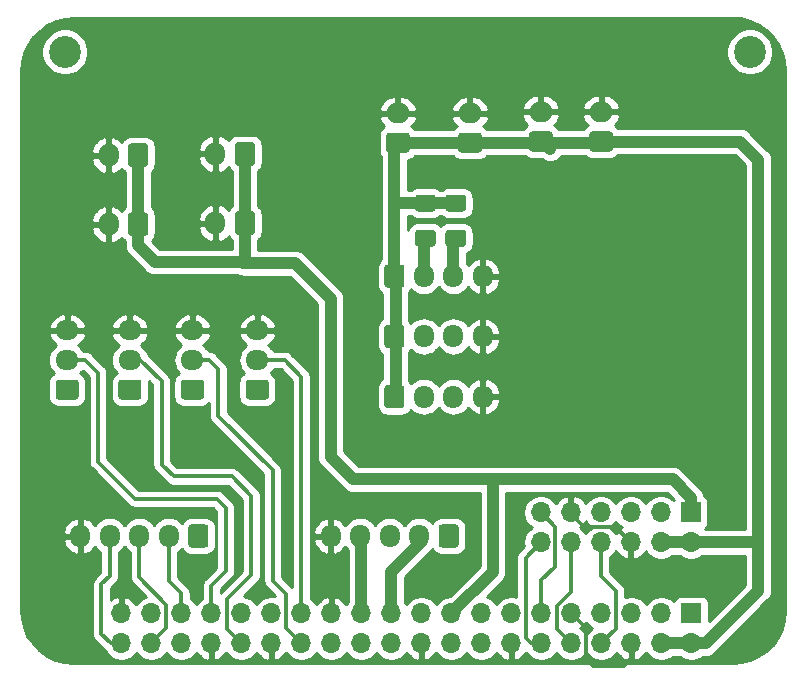
<source format=gbr>
%TF.GenerationSoftware,KiCad,Pcbnew,(5.1.6)-1*%
%TF.CreationDate,2022-01-03T19:53:18+01:00*%
%TF.ProjectId,carte_domotique,63617274-655f-4646-9f6d-6f7469717565,rev?*%
%TF.SameCoordinates,Original*%
%TF.FileFunction,Copper,L2,Bot*%
%TF.FilePolarity,Positive*%
%FSLAX46Y46*%
G04 Gerber Fmt 4.6, Leading zero omitted, Abs format (unit mm)*
G04 Created by KiCad (PCBNEW (5.1.6)-1) date 2022-01-03 19:53:18*
%MOMM*%
%LPD*%
G01*
G04 APERTURE LIST*
%TA.AperFunction,WasherPad*%
%ADD10C,2.700000*%
%TD*%
%TA.AperFunction,ComponentPad*%
%ADD11O,1.700000X1.950000*%
%TD*%
%TA.AperFunction,ComponentPad*%
%ADD12O,1.950000X1.700000*%
%TD*%
%TA.AperFunction,ComponentPad*%
%ADD13O,1.700000X2.000000*%
%TD*%
%TA.AperFunction,ComponentPad*%
%ADD14O,2.000000X1.700000*%
%TD*%
%TA.AperFunction,ComponentPad*%
%ADD15O,1.700000X1.700000*%
%TD*%
%TA.AperFunction,ComponentPad*%
%ADD16R,1.700000X1.700000*%
%TD*%
%TA.AperFunction,Conductor*%
%ADD17C,0.300000*%
%TD*%
%TA.AperFunction,Conductor*%
%ADD18C,1.000000*%
%TD*%
%TA.AperFunction,Conductor*%
%ADD19C,0.254000*%
%TD*%
G04 APERTURE END LIST*
D10*
%TO.P,H2,*%
%TO.N,*%
X181900000Y-50900000D03*
%TD*%
%TO.P,H1,*%
%TO.N,*%
X123900000Y-50900000D03*
%TD*%
D11*
%TO.P,J12,4*%
%TO.N,GND*%
X159300000Y-69900000D03*
%TO.P,J12,3*%
%TO.N,SDA*%
X156800000Y-69900000D03*
%TO.P,J12,2*%
%TO.N,SCL*%
X154300000Y-69900000D03*
%TO.P,J12,1*%
%TO.N,+5V*%
%TA.AperFunction,ComponentPad*%
G36*
G01*
X150950000Y-70625000D02*
X150950000Y-69175000D01*
G75*
G02*
X151200000Y-68925000I250000J0D01*
G01*
X152400000Y-68925000D01*
G75*
G02*
X152650000Y-69175000I0J-250000D01*
G01*
X152650000Y-70625000D01*
G75*
G02*
X152400000Y-70875000I-250000J0D01*
G01*
X151200000Y-70875000D01*
G75*
G02*
X150950000Y-70625000I0J250000D01*
G01*
G37*
%TD.AperFunction*%
%TD*%
%TO.P,J11,4*%
%TO.N,GND*%
X159300000Y-80100000D03*
%TO.P,J11,3*%
%TO.N,SDA*%
X156800000Y-80100000D03*
%TO.P,J11,2*%
%TO.N,SCL*%
X154300000Y-80100000D03*
%TO.P,J11,1*%
%TO.N,+5V*%
%TA.AperFunction,ComponentPad*%
G36*
G01*
X150950000Y-80825000D02*
X150950000Y-79375000D01*
G75*
G02*
X151200000Y-79125000I250000J0D01*
G01*
X152400000Y-79125000D01*
G75*
G02*
X152650000Y-79375000I0J-250000D01*
G01*
X152650000Y-80825000D01*
G75*
G02*
X152400000Y-81075000I-250000J0D01*
G01*
X151200000Y-81075000D01*
G75*
G02*
X150950000Y-80825000I0J250000D01*
G01*
G37*
%TD.AperFunction*%
%TD*%
%TO.P,J10,4*%
%TO.N,GND*%
X159300000Y-75000000D03*
%TO.P,J10,3*%
%TO.N,SDA*%
X156800000Y-75000000D03*
%TO.P,J10,2*%
%TO.N,SCL*%
X154300000Y-75000000D03*
%TO.P,J10,1*%
%TO.N,+5V*%
%TA.AperFunction,ComponentPad*%
G36*
G01*
X150950000Y-75725000D02*
X150950000Y-74275000D01*
G75*
G02*
X151200000Y-74025000I250000J0D01*
G01*
X152400000Y-74025000D01*
G75*
G02*
X152650000Y-74275000I0J-250000D01*
G01*
X152650000Y-75725000D01*
G75*
G02*
X152400000Y-75975000I-250000J0D01*
G01*
X151200000Y-75975000D01*
G75*
G02*
X150950000Y-75725000I0J250000D01*
G01*
G37*
%TD.AperFunction*%
%TD*%
D12*
%TO.P,J9,3*%
%TO.N,GND*%
X134700000Y-74500000D03*
%TO.P,J9,2*%
%TO.N,Net-(J2-Pad28)*%
X134700000Y-77000000D03*
%TO.P,J9,1*%
%TO.N,+5V*%
%TA.AperFunction,ComponentPad*%
G36*
G01*
X135425000Y-80350000D02*
X133975000Y-80350000D01*
G75*
G02*
X133725000Y-80100000I0J250000D01*
G01*
X133725000Y-78900000D01*
G75*
G02*
X133975000Y-78650000I250000J0D01*
G01*
X135425000Y-78650000D01*
G75*
G02*
X135675000Y-78900000I0J-250000D01*
G01*
X135675000Y-80100000D01*
G75*
G02*
X135425000Y-80350000I-250000J0D01*
G01*
G37*
%TD.AperFunction*%
%TD*%
%TO.P,J8,3*%
%TO.N,GND*%
X140200000Y-74500000D03*
%TO.P,J8,2*%
%TO.N,Net-(J2-Pad27)*%
X140200000Y-77000000D03*
%TO.P,J8,1*%
%TO.N,+5V*%
%TA.AperFunction,ComponentPad*%
G36*
G01*
X140925000Y-80350000D02*
X139475000Y-80350000D01*
G75*
G02*
X139225000Y-80100000I0J250000D01*
G01*
X139225000Y-78900000D01*
G75*
G02*
X139475000Y-78650000I250000J0D01*
G01*
X140925000Y-78650000D01*
G75*
G02*
X141175000Y-78900000I0J-250000D01*
G01*
X141175000Y-80100000D01*
G75*
G02*
X140925000Y-80350000I-250000J0D01*
G01*
G37*
%TD.AperFunction*%
%TD*%
%TO.P,J7,3*%
%TO.N,GND*%
X124100000Y-74500000D03*
%TO.P,J7,2*%
%TO.N,Net-(J2-Pad33)*%
X124100000Y-77000000D03*
%TO.P,J7,1*%
%TO.N,+5V*%
%TA.AperFunction,ComponentPad*%
G36*
G01*
X124825000Y-80350000D02*
X123375000Y-80350000D01*
G75*
G02*
X123125000Y-80100000I0J250000D01*
G01*
X123125000Y-78900000D01*
G75*
G02*
X123375000Y-78650000I250000J0D01*
G01*
X124825000Y-78650000D01*
G75*
G02*
X125075000Y-78900000I0J-250000D01*
G01*
X125075000Y-80100000D01*
G75*
G02*
X124825000Y-80350000I-250000J0D01*
G01*
G37*
%TD.AperFunction*%
%TD*%
%TO.P,J6,3*%
%TO.N,GND*%
X129400000Y-74500000D03*
%TO.P,J6,2*%
%TO.N,Net-(J2-Pad32)*%
X129400000Y-77000000D03*
%TO.P,J6,1*%
%TO.N,+5V*%
%TA.AperFunction,ComponentPad*%
G36*
G01*
X130125000Y-80350000D02*
X128675000Y-80350000D01*
G75*
G02*
X128425000Y-80100000I0J250000D01*
G01*
X128425000Y-78900000D01*
G75*
G02*
X128675000Y-78650000I250000J0D01*
G01*
X130125000Y-78650000D01*
G75*
G02*
X130375000Y-78900000I0J-250000D01*
G01*
X130375000Y-80100000D01*
G75*
G02*
X130125000Y-80350000I-250000J0D01*
G01*
G37*
%TD.AperFunction*%
%TD*%
D13*
%TO.P,J19,2*%
%TO.N,GND*%
X136650000Y-59550000D03*
%TO.P,J19,1*%
%TO.N,+3V3*%
%TA.AperFunction,ComponentPad*%
G36*
G01*
X140000000Y-58799900D02*
X140000000Y-60300100D01*
G75*
G02*
X139750100Y-60550000I-249900J0D01*
G01*
X138549900Y-60550000D01*
G75*
G02*
X138300000Y-60300100I0J249900D01*
G01*
X138300000Y-58799900D01*
G75*
G02*
X138549900Y-58550000I249900J0D01*
G01*
X139750100Y-58550000D01*
G75*
G02*
X140000000Y-58799900I0J-249900D01*
G01*
G37*
%TD.AperFunction*%
%TD*%
%TO.P,J18,2*%
%TO.N,GND*%
X136650000Y-65400000D03*
%TO.P,J18,1*%
%TO.N,+3V3*%
%TA.AperFunction,ComponentPad*%
G36*
G01*
X140000000Y-64650000D02*
X140000000Y-66150000D01*
G75*
G02*
X139750000Y-66400000I-250000J0D01*
G01*
X138550000Y-66400000D01*
G75*
G02*
X138300000Y-66150000I0J250000D01*
G01*
X138300000Y-64650000D01*
G75*
G02*
X138550000Y-64400000I250000J0D01*
G01*
X139750000Y-64400000D01*
G75*
G02*
X140000000Y-64650000I0J-250000D01*
G01*
G37*
%TD.AperFunction*%
%TD*%
%TO.P,J17,2*%
%TO.N,GND*%
X127600000Y-59650000D03*
%TO.P,J17,1*%
%TO.N,+3V3*%
%TA.AperFunction,ComponentPad*%
G36*
G01*
X130950000Y-58900000D02*
X130950000Y-60400000D01*
G75*
G02*
X130700000Y-60650000I-250000J0D01*
G01*
X129500000Y-60650000D01*
G75*
G02*
X129250000Y-60400000I0J250000D01*
G01*
X129250000Y-58900000D01*
G75*
G02*
X129500000Y-58650000I250000J0D01*
G01*
X130700000Y-58650000D01*
G75*
G02*
X130950000Y-58900000I0J-250000D01*
G01*
G37*
%TD.AperFunction*%
%TD*%
%TO.P,J16,2*%
%TO.N,GND*%
X127600000Y-65500000D03*
%TO.P,J16,1*%
%TO.N,+3V3*%
%TA.AperFunction,ComponentPad*%
G36*
G01*
X130950000Y-64750000D02*
X130950000Y-66250000D01*
G75*
G02*
X130700000Y-66500000I-250000J0D01*
G01*
X129500000Y-66500000D01*
G75*
G02*
X129250000Y-66250000I0J250000D01*
G01*
X129250000Y-64750000D01*
G75*
G02*
X129500000Y-64500000I250000J0D01*
G01*
X130700000Y-64500000D01*
G75*
G02*
X130950000Y-64750000I0J-250000D01*
G01*
G37*
%TD.AperFunction*%
%TD*%
D11*
%TO.P,J5,5*%
%TO.N,GND*%
X146400000Y-91900000D03*
%TO.P,J5,4*%
%TO.N,Net-(J2-Pad23)*%
X148900000Y-91900000D03*
%TO.P,J5,3*%
%TO.N,Net-(J2-Pad19)*%
X151400000Y-91900000D03*
%TO.P,J5,2*%
%TO.N,Net-(J2-Pad21)*%
X153900000Y-91900000D03*
%TO.P,J5,1*%
%TO.N,+5V*%
%TA.AperFunction,ComponentPad*%
G36*
G01*
X157250000Y-91175000D02*
X157250000Y-92625000D01*
G75*
G02*
X157000000Y-92875000I-250000J0D01*
G01*
X155800000Y-92875000D01*
G75*
G02*
X155550000Y-92625000I0J250000D01*
G01*
X155550000Y-91175000D01*
G75*
G02*
X155800000Y-90925000I250000J0D01*
G01*
X157000000Y-90925000D01*
G75*
G02*
X157250000Y-91175000I0J-250000D01*
G01*
G37*
%TD.AperFunction*%
%TD*%
%TO.P,J4,5*%
%TO.N,GND*%
X125200000Y-91900000D03*
%TO.P,J4,4*%
%TO.N,Net-(J2-Pad40)*%
X127700000Y-91900000D03*
%TO.P,J4,3*%
%TO.N,Net-(J2-Pad38)*%
X130200000Y-91900000D03*
%TO.P,J4,2*%
%TO.N,Net-(J2-Pad35)*%
X132700000Y-91900000D03*
%TO.P,J4,1*%
%TO.N,+5V*%
%TA.AperFunction,ComponentPad*%
G36*
G01*
X136050000Y-91175000D02*
X136050000Y-92625000D01*
G75*
G02*
X135800000Y-92875000I-250000J0D01*
G01*
X134600000Y-92875000D01*
G75*
G02*
X134350000Y-92625000I0J250000D01*
G01*
X134350000Y-91175000D01*
G75*
G02*
X134600000Y-90925000I250000J0D01*
G01*
X135800000Y-90925000D01*
G75*
G02*
X136050000Y-91175000I0J-250000D01*
G01*
G37*
%TD.AperFunction*%
%TD*%
D14*
%TO.P,J15,2*%
%TO.N,GND*%
X169300000Y-56000000D03*
%TO.P,J15,1*%
%TO.N,+5V*%
%TA.AperFunction,ComponentPad*%
G36*
G01*
X170050000Y-59350000D02*
X168550000Y-59350000D01*
G75*
G02*
X168300000Y-59100000I0J250000D01*
G01*
X168300000Y-57900000D01*
G75*
G02*
X168550000Y-57650000I250000J0D01*
G01*
X170050000Y-57650000D01*
G75*
G02*
X170300000Y-57900000I0J-250000D01*
G01*
X170300000Y-59100000D01*
G75*
G02*
X170050000Y-59350000I-250000J0D01*
G01*
G37*
%TD.AperFunction*%
%TD*%
%TO.P,J14,2*%
%TO.N,GND*%
X164200000Y-56000000D03*
%TO.P,J14,1*%
%TO.N,+5V*%
%TA.AperFunction,ComponentPad*%
G36*
G01*
X164950000Y-59350000D02*
X163450000Y-59350000D01*
G75*
G02*
X163200000Y-59100000I0J250000D01*
G01*
X163200000Y-57900000D01*
G75*
G02*
X163450000Y-57650000I250000J0D01*
G01*
X164950000Y-57650000D01*
G75*
G02*
X165200000Y-57900000I0J-250000D01*
G01*
X165200000Y-59100000D01*
G75*
G02*
X164950000Y-59350000I-250000J0D01*
G01*
G37*
%TD.AperFunction*%
%TD*%
%TO.P,J13,2*%
%TO.N,GND*%
X158200000Y-56100000D03*
%TO.P,J13,1*%
%TO.N,+5V*%
%TA.AperFunction,ComponentPad*%
G36*
G01*
X158950000Y-59450000D02*
X157450000Y-59450000D01*
G75*
G02*
X157200000Y-59200000I0J250000D01*
G01*
X157200000Y-58000000D01*
G75*
G02*
X157450000Y-57750000I250000J0D01*
G01*
X158950000Y-57750000D01*
G75*
G02*
X159200000Y-58000000I0J-250000D01*
G01*
X159200000Y-59200000D01*
G75*
G02*
X158950000Y-59450000I-250000J0D01*
G01*
G37*
%TD.AperFunction*%
%TD*%
%TO.P,J3,2*%
%TO.N,GND*%
X152100000Y-56100000D03*
%TO.P,J3,1*%
%TO.N,+5V*%
%TA.AperFunction,ComponentPad*%
G36*
G01*
X152850000Y-59450000D02*
X151350000Y-59450000D01*
G75*
G02*
X151100000Y-59200000I0J250000D01*
G01*
X151100000Y-58000000D01*
G75*
G02*
X151350000Y-57750000I250000J0D01*
G01*
X152850000Y-57750000D01*
G75*
G02*
X153100000Y-58000000I0J-250000D01*
G01*
X153100000Y-59200000D01*
G75*
G02*
X152850000Y-59450000I-250000J0D01*
G01*
G37*
%TD.AperFunction*%
%TD*%
D15*
%TO.P,J1,12*%
%TO.N,/SW1*%
X164200000Y-92440000D03*
%TO.P,J1,11*%
%TO.N,reset*%
X164200000Y-89900000D03*
%TO.P,J1,10*%
%TO.N,Net-(J1-Pad10)*%
X166740000Y-92440000D03*
%TO.P,J1,9*%
%TO.N,GND*%
X166740000Y-89900000D03*
%TO.P,J1,8*%
%TO.N,Net-(J1-Pad8)*%
X169280000Y-92440000D03*
%TO.P,J1,7*%
%TO.N,Net-(J1-Pad7)*%
X169280000Y-89900000D03*
%TO.P,J1,6*%
%TO.N,GND*%
X171820000Y-92440000D03*
%TO.P,J1,5*%
%TO.N,Net-(J1-Pad5)*%
X171820000Y-89900000D03*
%TO.P,J1,4*%
%TO.N,+5V*%
X174360000Y-92440000D03*
%TO.P,J1,3*%
%TO.N,Net-(J1-Pad3)*%
X174360000Y-89900000D03*
%TO.P,J1,2*%
%TO.N,+5V*%
X176900000Y-92440000D03*
D16*
%TO.P,J1,1*%
%TO.N,+3V3*%
X176900000Y-89900000D03*
%TD*%
%TO.P,R1,2*%
%TO.N,+5V*%
%TA.AperFunction,SMDPad,CuDef*%
G36*
G01*
X155050000Y-64425000D02*
X153800000Y-64425000D01*
G75*
G02*
X153550000Y-64175000I0J250000D01*
G01*
X153550000Y-63250000D01*
G75*
G02*
X153800000Y-63000000I250000J0D01*
G01*
X155050000Y-63000000D01*
G75*
G02*
X155300000Y-63250000I0J-250000D01*
G01*
X155300000Y-64175000D01*
G75*
G02*
X155050000Y-64425000I-250000J0D01*
G01*
G37*
%TD.AperFunction*%
%TO.P,R1,1*%
%TO.N,SCL*%
%TA.AperFunction,SMDPad,CuDef*%
G36*
G01*
X155050000Y-67400000D02*
X153800000Y-67400000D01*
G75*
G02*
X153550000Y-67150000I0J250000D01*
G01*
X153550000Y-66225000D01*
G75*
G02*
X153800000Y-65975000I250000J0D01*
G01*
X155050000Y-65975000D01*
G75*
G02*
X155300000Y-66225000I0J-250000D01*
G01*
X155300000Y-67150000D01*
G75*
G02*
X155050000Y-67400000I-250000J0D01*
G01*
G37*
%TD.AperFunction*%
%TD*%
%TO.P,R2,2*%
%TO.N,+5V*%
%TA.AperFunction,SMDPad,CuDef*%
G36*
G01*
X157625000Y-64425000D02*
X156375000Y-64425000D01*
G75*
G02*
X156125000Y-64175000I0J250000D01*
G01*
X156125000Y-63250000D01*
G75*
G02*
X156375000Y-63000000I250000J0D01*
G01*
X157625000Y-63000000D01*
G75*
G02*
X157875000Y-63250000I0J-250000D01*
G01*
X157875000Y-64175000D01*
G75*
G02*
X157625000Y-64425000I-250000J0D01*
G01*
G37*
%TD.AperFunction*%
%TO.P,R2,1*%
%TO.N,SDA*%
%TA.AperFunction,SMDPad,CuDef*%
G36*
G01*
X157625000Y-67400000D02*
X156375000Y-67400000D01*
G75*
G02*
X156125000Y-67150000I0J250000D01*
G01*
X156125000Y-66225000D01*
G75*
G02*
X156375000Y-65975000I250000J0D01*
G01*
X157625000Y-65975000D01*
G75*
G02*
X157875000Y-66225000I0J-250000D01*
G01*
X157875000Y-67150000D01*
G75*
G02*
X157625000Y-67400000I-250000J0D01*
G01*
G37*
%TD.AperFunction*%
%TD*%
D15*
%TO.P,J2,40*%
%TO.N,Net-(J2-Pad40)*%
X128680000Y-101000000D03*
%TO.P,J2,39*%
%TO.N,GND*%
X128680000Y-98460000D03*
%TO.P,J2,38*%
%TO.N,Net-(J2-Pad38)*%
X131220000Y-101000000D03*
%TO.P,J2,37*%
%TO.N,Net-(J2-Pad37)*%
X131220000Y-98460000D03*
%TO.P,J2,36*%
%TO.N,Net-(J2-Pad36)*%
X133760000Y-101000000D03*
%TO.P,J2,35*%
%TO.N,Net-(J2-Pad35)*%
X133760000Y-98460000D03*
%TO.P,J2,34*%
%TO.N,GND*%
X136300000Y-101000000D03*
%TO.P,J2,33*%
%TO.N,Net-(J2-Pad33)*%
X136300000Y-98460000D03*
%TO.P,J2,32*%
%TO.N,Net-(J2-Pad32)*%
X138840000Y-101000000D03*
%TO.P,J2,31*%
%TO.N,Net-(J2-Pad31)*%
X138840000Y-98460000D03*
%TO.P,J2,30*%
%TO.N,GND*%
X141380000Y-101000000D03*
%TO.P,J2,29*%
%TO.N,Net-(J2-Pad29)*%
X141380000Y-98460000D03*
%TO.P,J2,28*%
%TO.N,Net-(J2-Pad28)*%
X143920000Y-101000000D03*
%TO.P,J2,27*%
%TO.N,Net-(J2-Pad27)*%
X143920000Y-98460000D03*
%TO.P,J2,26*%
%TO.N,Net-(J2-Pad26)*%
X146460000Y-101000000D03*
%TO.P,J2,25*%
%TO.N,GND*%
X146460000Y-98460000D03*
%TO.P,J2,24*%
%TO.N,Net-(J2-Pad24)*%
X149000000Y-101000000D03*
%TO.P,J2,23*%
%TO.N,Net-(J2-Pad23)*%
X149000000Y-98460000D03*
%TO.P,J2,22*%
%TO.N,Net-(J2-Pad22)*%
X151540000Y-101000000D03*
%TO.P,J2,21*%
%TO.N,Net-(J2-Pad21)*%
X151540000Y-98460000D03*
%TO.P,J2,20*%
%TO.N,GND*%
X154080000Y-101000000D03*
%TO.P,J2,19*%
%TO.N,Net-(J2-Pad19)*%
X154080000Y-98460000D03*
%TO.P,J2,18*%
%TO.N,Net-(J2-Pad18)*%
X156620000Y-101000000D03*
%TO.P,J2,17*%
%TO.N,+3V3*%
X156620000Y-98460000D03*
%TO.P,J2,16*%
%TO.N,Net-(J2-Pad16)*%
X159160000Y-101000000D03*
%TO.P,J2,15*%
%TO.N,Net-(J2-Pad15)*%
X159160000Y-98460000D03*
%TO.P,J2,14*%
%TO.N,GND*%
X161700000Y-101000000D03*
%TO.P,J2,13*%
%TO.N,Net-(J2-Pad13)*%
X161700000Y-98460000D03*
%TO.P,J2,12*%
%TO.N,/SW1*%
X164240000Y-101000000D03*
%TO.P,J2,11*%
%TO.N,reset*%
X164240000Y-98460000D03*
%TO.P,J2,10*%
%TO.N,Net-(J1-Pad10)*%
X166780000Y-101000000D03*
%TO.P,J2,9*%
%TO.N,GND*%
X166780000Y-98460000D03*
%TO.P,J2,8*%
%TO.N,Net-(J1-Pad8)*%
X169320000Y-101000000D03*
%TO.P,J2,7*%
%TO.N,Net-(J2-Pad7)*%
X169320000Y-98460000D03*
%TO.P,J2,6*%
%TO.N,GND*%
X171860000Y-101000000D03*
%TO.P,J2,5*%
%TO.N,SCL*%
X171860000Y-98460000D03*
%TO.P,J2,4*%
%TO.N,+5V*%
X174400000Y-101000000D03*
%TO.P,J2,3*%
%TO.N,SDA*%
X174400000Y-98460000D03*
%TO.P,J2,2*%
%TO.N,+5V*%
X176940000Y-101000000D03*
D16*
%TO.P,J2,1*%
%TO.N,+3V3*%
X176940000Y-98460000D03*
%TD*%
D17*
%TO.N,Net-(J1-Pad10)*%
X165579999Y-99799999D02*
X166780000Y-101000000D01*
X166740000Y-92440000D02*
X166740000Y-96667120D01*
X166740000Y-96667120D02*
X165579999Y-97827121D01*
X165579999Y-97827121D02*
X165579999Y-99799999D01*
%TO.N,Net-(J1-Pad8)*%
X170520001Y-99799999D02*
X170520001Y-96520001D01*
X169320000Y-101000000D02*
X170520001Y-99799999D01*
X169280000Y-95280000D02*
X169280000Y-92440000D01*
X170520001Y-96520001D02*
X169280000Y-95280000D01*
%TO.N,Net-(J2-Pad40)*%
X127000000Y-96000000D02*
X127700000Y-95300000D01*
X127700000Y-95300000D02*
X127700000Y-91900000D01*
X127000000Y-100200000D02*
X127000000Y-96000000D01*
X128680000Y-101000000D02*
X127800000Y-101000000D01*
X127800000Y-101000000D02*
X127000000Y-100200000D01*
%TO.N,Net-(J2-Pad38)*%
X132500000Y-97700000D02*
X130200000Y-95400000D01*
X130200000Y-95400000D02*
X130200000Y-91900000D01*
X131220000Y-101000000D02*
X132500000Y-99720000D01*
X132500000Y-99720000D02*
X132500000Y-97700000D01*
%TO.N,Net-(J2-Pad35)*%
X133745000Y-98445000D02*
X133760000Y-98460000D01*
X133760000Y-98460000D02*
X133760000Y-96760000D01*
X132700000Y-95700000D02*
X132700000Y-91900000D01*
X133760000Y-96760000D02*
X132700000Y-95700000D01*
%TO.N,Net-(J2-Pad33)*%
X126700000Y-78100000D02*
X125600000Y-77000000D01*
X126700000Y-85600000D02*
X126700000Y-78100000D01*
X125600000Y-77000000D02*
X124700000Y-77000000D01*
X129850000Y-88750000D02*
X126700000Y-85600000D01*
X136300000Y-98460000D02*
X136300000Y-96100000D01*
X136300000Y-96100000D02*
X137500000Y-94900000D01*
X137500000Y-94900000D02*
X137500000Y-89500000D01*
X137500000Y-89500000D02*
X136750000Y-88750000D01*
X136750000Y-88750000D02*
X129850000Y-88750000D01*
%TO.N,Net-(J2-Pad32)*%
X130300000Y-77000000D02*
X130000000Y-77000000D01*
X132100000Y-78800000D02*
X130300000Y-77000000D01*
X132100000Y-85850000D02*
X132100000Y-78800000D01*
X133100000Y-86850000D02*
X132100000Y-85850000D01*
X138050000Y-86850000D02*
X133100000Y-86850000D01*
X137639999Y-99799999D02*
X137639999Y-97260001D01*
X137639999Y-97260001D02*
X139700000Y-95200000D01*
X138840000Y-101000000D02*
X137639999Y-99799999D01*
X139700000Y-95200000D02*
X139700000Y-88500000D01*
X139700000Y-88500000D02*
X138050000Y-86850000D01*
%TO.N,Net-(J2-Pad28)*%
X136100000Y-77000000D02*
X135400000Y-77000000D01*
X136900000Y-77800000D02*
X136100000Y-77000000D01*
X136900000Y-81750000D02*
X136900000Y-77800000D01*
X142600000Y-99680000D02*
X142600000Y-96800000D01*
X143920000Y-101000000D02*
X142600000Y-99680000D01*
X141500000Y-86350000D02*
X136900000Y-81750000D01*
X142600000Y-96800000D02*
X141500000Y-95700000D01*
X141500000Y-95700000D02*
X141500000Y-86350000D01*
%TO.N,Net-(J2-Pad27)*%
X143920000Y-98460000D02*
X143920000Y-78420000D01*
X142500000Y-77000000D02*
X140800000Y-77000000D01*
X143920000Y-78420000D02*
X142500000Y-77000000D01*
D18*
%TO.N,Net-(J2-Pad23)*%
X149000000Y-92380000D02*
X149080000Y-92300000D01*
X149000000Y-98460000D02*
X149000000Y-92380000D01*
%TO.N,Net-(J2-Pad21)*%
X151540000Y-94920000D02*
X154160000Y-92300000D01*
X151540000Y-98460000D02*
X151540000Y-94920000D01*
D17*
%TO.N,/SW1*%
X162900001Y-93739999D02*
X162900001Y-100500001D01*
X164200000Y-92440000D02*
X162900001Y-93739999D01*
X163400000Y-101000000D02*
X164240000Y-101000000D01*
X162900001Y-100500001D02*
X163400000Y-101000000D01*
%TO.N,reset*%
X165400001Y-91100001D02*
X165400001Y-94499999D01*
X164200000Y-89900000D02*
X165400001Y-91100001D01*
X164240000Y-95660000D02*
X164240000Y-98460000D01*
X165400001Y-94499999D02*
X164240000Y-95660000D01*
%TO.N,GND*%
X167980001Y-99660001D02*
X167980001Y-102280001D01*
X166780000Y-98460000D02*
X167980001Y-99660001D01*
X167980001Y-102280001D02*
X168600000Y-102900000D01*
X168600000Y-102900000D02*
X171200000Y-102900000D01*
X171860000Y-102240000D02*
X171860000Y-101000000D01*
X171200000Y-102900000D02*
X171860000Y-102240000D01*
X166740000Y-89994998D02*
X166740000Y-89900000D01*
X167845002Y-91100000D02*
X166740000Y-89994998D01*
X171820000Y-92440000D02*
X170480000Y-91100000D01*
X170480000Y-91100000D02*
X167845002Y-91100000D01*
D18*
%TO.N,+3V3*%
X160150000Y-94930000D02*
X160150000Y-87075000D01*
X156620000Y-98460000D02*
X160150000Y-94930000D01*
X175350000Y-87100000D02*
X160175000Y-87100000D01*
X176900000Y-89900000D02*
X176900000Y-88650000D01*
X160175000Y-87100000D02*
X160150000Y-87075000D01*
X176900000Y-88650000D02*
X175350000Y-87100000D01*
X130100000Y-59650000D02*
X130100000Y-65500000D01*
X139150000Y-59550000D02*
X139150000Y-65400000D01*
X139150000Y-68650000D02*
X139000000Y-68800000D01*
X139150000Y-65400000D02*
X139150000Y-68650000D01*
X143400000Y-68800000D02*
X139000000Y-68800000D01*
X146400000Y-71800000D02*
X143400000Y-68800000D01*
X146400000Y-85200000D02*
X146400000Y-71800000D01*
X160175000Y-87100000D02*
X148300000Y-87100000D01*
X148300000Y-87100000D02*
X146400000Y-85200000D01*
X138900000Y-68700000D02*
X139000000Y-68800000D01*
X131500000Y-68700000D02*
X138900000Y-68700000D01*
X130100000Y-65500000D02*
X130100000Y-67300000D01*
X130100000Y-67300000D02*
X131500000Y-68700000D01*
%TO.N,SCL*%
X154300000Y-66812500D02*
X154425000Y-66687500D01*
X154300000Y-69900000D02*
X154300000Y-66812500D01*
%TO.N,SDA*%
X156800000Y-66887500D02*
X157000000Y-66687500D01*
X156800000Y-69900000D02*
X156800000Y-66887500D01*
%TO.N,+5V*%
X174400000Y-101000000D02*
X176940000Y-101000000D01*
X174360000Y-92440000D02*
X176900000Y-92440000D01*
X151900000Y-79545000D02*
X151900000Y-70245000D01*
X178142081Y-101000000D02*
X182625000Y-96517081D01*
X176940000Y-101000000D02*
X178142081Y-101000000D01*
X182610000Y-92440000D02*
X182625000Y-92425000D01*
X176900000Y-92440000D02*
X182610000Y-92440000D01*
X182625000Y-96517081D02*
X182625000Y-92425000D01*
X164600000Y-58700000D02*
X165000000Y-59100000D01*
X151800000Y-58900000D02*
X152100000Y-58600000D01*
X169200000Y-58600000D02*
X169300000Y-58500000D01*
X152100000Y-58600000D02*
X169200000Y-58600000D01*
X151800000Y-63700000D02*
X156987500Y-63700000D01*
X151800000Y-63700000D02*
X151800000Y-58900000D01*
X156987500Y-63700000D02*
X157000000Y-63712500D01*
X151800000Y-69900000D02*
X151800000Y-63700000D01*
X182625000Y-92425000D02*
X182625000Y-60025000D01*
X181100000Y-58500000D02*
X169300000Y-58500000D01*
X182625000Y-60025000D02*
X181100000Y-58500000D01*
%TD*%
D19*
%TO.N,GND*%
G36*
X181179245Y-48080697D02*
G01*
X181934808Y-48283149D01*
X182643739Y-48613729D01*
X183284499Y-49062394D01*
X183837608Y-49615504D01*
X184286271Y-50256261D01*
X184616850Y-50965190D01*
X184819303Y-51720755D01*
X184890006Y-52528895D01*
X184899994Y-98190670D01*
X184827563Y-99002249D01*
X184620328Y-99759774D01*
X184282221Y-100468627D01*
X183823928Y-101106410D01*
X183259945Y-101652946D01*
X182608085Y-102090978D01*
X181888963Y-102406651D01*
X181120232Y-102591206D01*
X180455792Y-102640000D01*
X124629392Y-102640000D01*
X123817751Y-102567563D01*
X123060226Y-102360328D01*
X122351373Y-102022221D01*
X121713590Y-101563928D01*
X121167054Y-100999945D01*
X120729022Y-100348085D01*
X120413349Y-99628963D01*
X120228794Y-98860232D01*
X120179989Y-98195646D01*
X120177390Y-92259267D01*
X123733680Y-92259267D01*
X123807558Y-92540830D01*
X123934947Y-92802570D01*
X124110951Y-93034429D01*
X124328807Y-93227496D01*
X124580142Y-93374352D01*
X124843110Y-93466476D01*
X125073000Y-93345155D01*
X125073000Y-92027000D01*
X123873835Y-92027000D01*
X123733680Y-92259267D01*
X120177390Y-92259267D01*
X120177076Y-91540733D01*
X123733680Y-91540733D01*
X123873835Y-91773000D01*
X125073000Y-91773000D01*
X125073000Y-90454845D01*
X124843110Y-90333524D01*
X124580142Y-90425648D01*
X124328807Y-90572504D01*
X124110951Y-90765571D01*
X123934947Y-90997430D01*
X123807558Y-91259170D01*
X123733680Y-91540733D01*
X120177076Y-91540733D01*
X120170707Y-77000000D01*
X122482815Y-77000000D01*
X122511487Y-77291111D01*
X122596401Y-77571034D01*
X122734294Y-77829014D01*
X122919866Y-78055134D01*
X122983337Y-78107223D01*
X122881614Y-78161595D01*
X122747038Y-78272038D01*
X122636595Y-78406614D01*
X122554528Y-78560150D01*
X122503992Y-78726746D01*
X122486928Y-78900000D01*
X122486928Y-80100000D01*
X122503992Y-80273254D01*
X122554528Y-80439850D01*
X122636595Y-80593386D01*
X122747038Y-80727962D01*
X122881614Y-80838405D01*
X123035150Y-80920472D01*
X123201746Y-80971008D01*
X123375000Y-80988072D01*
X124825000Y-80988072D01*
X124998254Y-80971008D01*
X125164850Y-80920472D01*
X125318386Y-80838405D01*
X125452962Y-80727962D01*
X125563405Y-80593386D01*
X125645472Y-80439850D01*
X125696008Y-80273254D01*
X125713072Y-80100000D01*
X125713072Y-78900000D01*
X125696008Y-78726746D01*
X125645472Y-78560150D01*
X125563405Y-78406614D01*
X125452962Y-78272038D01*
X125318386Y-78161595D01*
X125216663Y-78107223D01*
X125280134Y-78055134D01*
X125399513Y-77909670D01*
X125915001Y-78425159D01*
X125915000Y-85561447D01*
X125911203Y-85600000D01*
X125915000Y-85638553D01*
X125915000Y-85638560D01*
X125926359Y-85753886D01*
X125971246Y-85901859D01*
X126044138Y-86038232D01*
X126142236Y-86157764D01*
X126172190Y-86182347D01*
X129267653Y-89277810D01*
X129292236Y-89307764D01*
X129411767Y-89405862D01*
X129506408Y-89456448D01*
X129548140Y-89478754D01*
X129696113Y-89523642D01*
X129771026Y-89531020D01*
X129811439Y-89535000D01*
X129811444Y-89535000D01*
X129850000Y-89538797D01*
X129888556Y-89535000D01*
X136424843Y-89535000D01*
X136715001Y-89825159D01*
X136715000Y-94574842D01*
X135772185Y-95517658D01*
X135742237Y-95542236D01*
X135717659Y-95572184D01*
X135717655Y-95572188D01*
X135693305Y-95601859D01*
X135644139Y-95661767D01*
X135613958Y-95718232D01*
X135571246Y-95798141D01*
X135526359Y-95946114D01*
X135511203Y-96100000D01*
X135515001Y-96138563D01*
X135515001Y-97198526D01*
X135353368Y-97306525D01*
X135146525Y-97513368D01*
X135030000Y-97687760D01*
X134913475Y-97513368D01*
X134706632Y-97306525D01*
X134545000Y-97198526D01*
X134545000Y-96798552D01*
X134548797Y-96759999D01*
X134545000Y-96721446D01*
X134545000Y-96721439D01*
X134533641Y-96606113D01*
X134488754Y-96458140D01*
X134415862Y-96321767D01*
X134317764Y-96202236D01*
X134287815Y-96177657D01*
X133485000Y-95374843D01*
X133485000Y-93289231D01*
X133529013Y-93265706D01*
X133755134Y-93080134D01*
X133807223Y-93016663D01*
X133861595Y-93118386D01*
X133972038Y-93252962D01*
X134106614Y-93363405D01*
X134260150Y-93445472D01*
X134426746Y-93496008D01*
X134600000Y-93513072D01*
X135800000Y-93513072D01*
X135973254Y-93496008D01*
X136139850Y-93445472D01*
X136293386Y-93363405D01*
X136427962Y-93252962D01*
X136538405Y-93118386D01*
X136620472Y-92964850D01*
X136671008Y-92798254D01*
X136688072Y-92625000D01*
X136688072Y-91175000D01*
X136671008Y-91001746D01*
X136620472Y-90835150D01*
X136538405Y-90681614D01*
X136427962Y-90547038D01*
X136293386Y-90436595D01*
X136139850Y-90354528D01*
X135973254Y-90303992D01*
X135800000Y-90286928D01*
X134600000Y-90286928D01*
X134426746Y-90303992D01*
X134260150Y-90354528D01*
X134106614Y-90436595D01*
X133972038Y-90547038D01*
X133861595Y-90681614D01*
X133807223Y-90783337D01*
X133755134Y-90719866D01*
X133529014Y-90534294D01*
X133271034Y-90396401D01*
X132991111Y-90311487D01*
X132700000Y-90282815D01*
X132408890Y-90311487D01*
X132128967Y-90396401D01*
X131870987Y-90534294D01*
X131644866Y-90719866D01*
X131459294Y-90945986D01*
X131450000Y-90963374D01*
X131440706Y-90945986D01*
X131255134Y-90719866D01*
X131029014Y-90534294D01*
X130771034Y-90396401D01*
X130491111Y-90311487D01*
X130200000Y-90282815D01*
X129908890Y-90311487D01*
X129628967Y-90396401D01*
X129370987Y-90534294D01*
X129144866Y-90719866D01*
X128959294Y-90945986D01*
X128950000Y-90963374D01*
X128940706Y-90945986D01*
X128755134Y-90719866D01*
X128529014Y-90534294D01*
X128271034Y-90396401D01*
X127991111Y-90311487D01*
X127700000Y-90282815D01*
X127408890Y-90311487D01*
X127128967Y-90396401D01*
X126870987Y-90534294D01*
X126644866Y-90719866D01*
X126459294Y-90945986D01*
X126445538Y-90971722D01*
X126289049Y-90765571D01*
X126071193Y-90572504D01*
X125819858Y-90425648D01*
X125556890Y-90333524D01*
X125327000Y-90454845D01*
X125327000Y-91773000D01*
X125347000Y-91773000D01*
X125347000Y-92027000D01*
X125327000Y-92027000D01*
X125327000Y-93345155D01*
X125556890Y-93466476D01*
X125819858Y-93374352D01*
X126071193Y-93227496D01*
X126289049Y-93034429D01*
X126445538Y-92828278D01*
X126459294Y-92854013D01*
X126644866Y-93080134D01*
X126870986Y-93265706D01*
X126915001Y-93289232D01*
X126915000Y-94974842D01*
X126472185Y-95417658D01*
X126442237Y-95442236D01*
X126417659Y-95472184D01*
X126417655Y-95472188D01*
X126393305Y-95501859D01*
X126344139Y-95561767D01*
X126322710Y-95601859D01*
X126271246Y-95698141D01*
X126226359Y-95846114D01*
X126211203Y-96000000D01*
X126215001Y-96038563D01*
X126215000Y-100161447D01*
X126211203Y-100200000D01*
X126215000Y-100238553D01*
X126215000Y-100238560D01*
X126226359Y-100353886D01*
X126271246Y-100501859D01*
X126344138Y-100638232D01*
X126442236Y-100757764D01*
X126472190Y-100782347D01*
X127217653Y-101527810D01*
X127242236Y-101557764D01*
X127335326Y-101634162D01*
X127364010Y-101703411D01*
X127526525Y-101946632D01*
X127733368Y-102153475D01*
X127976589Y-102315990D01*
X128246842Y-102427932D01*
X128533740Y-102485000D01*
X128826260Y-102485000D01*
X129113158Y-102427932D01*
X129383411Y-102315990D01*
X129626632Y-102153475D01*
X129833475Y-101946632D01*
X129950000Y-101772240D01*
X130066525Y-101946632D01*
X130273368Y-102153475D01*
X130516589Y-102315990D01*
X130786842Y-102427932D01*
X131073740Y-102485000D01*
X131366260Y-102485000D01*
X131653158Y-102427932D01*
X131923411Y-102315990D01*
X132166632Y-102153475D01*
X132373475Y-101946632D01*
X132490000Y-101772240D01*
X132606525Y-101946632D01*
X132813368Y-102153475D01*
X133056589Y-102315990D01*
X133326842Y-102427932D01*
X133613740Y-102485000D01*
X133906260Y-102485000D01*
X134193158Y-102427932D01*
X134463411Y-102315990D01*
X134706632Y-102153475D01*
X134913475Y-101946632D01*
X135035195Y-101764466D01*
X135104822Y-101881355D01*
X135299731Y-102097588D01*
X135533080Y-102271641D01*
X135795901Y-102396825D01*
X135943110Y-102441476D01*
X136173000Y-102320155D01*
X136173000Y-101127000D01*
X136153000Y-101127000D01*
X136153000Y-100873000D01*
X136173000Y-100873000D01*
X136173000Y-100853000D01*
X136427000Y-100853000D01*
X136427000Y-100873000D01*
X136447000Y-100873000D01*
X136447000Y-101127000D01*
X136427000Y-101127000D01*
X136427000Y-102320155D01*
X136656890Y-102441476D01*
X136804099Y-102396825D01*
X137066920Y-102271641D01*
X137300269Y-102097588D01*
X137495178Y-101881355D01*
X137564805Y-101764466D01*
X137686525Y-101946632D01*
X137893368Y-102153475D01*
X138136589Y-102315990D01*
X138406842Y-102427932D01*
X138693740Y-102485000D01*
X138986260Y-102485000D01*
X139273158Y-102427932D01*
X139543411Y-102315990D01*
X139786632Y-102153475D01*
X139993475Y-101946632D01*
X140115195Y-101764466D01*
X140184822Y-101881355D01*
X140379731Y-102097588D01*
X140613080Y-102271641D01*
X140875901Y-102396825D01*
X141023110Y-102441476D01*
X141253000Y-102320155D01*
X141253000Y-101127000D01*
X141233000Y-101127000D01*
X141233000Y-100873000D01*
X141253000Y-100873000D01*
X141253000Y-100853000D01*
X141507000Y-100853000D01*
X141507000Y-100873000D01*
X141527000Y-100873000D01*
X141527000Y-101127000D01*
X141507000Y-101127000D01*
X141507000Y-102320155D01*
X141736890Y-102441476D01*
X141884099Y-102396825D01*
X142146920Y-102271641D01*
X142380269Y-102097588D01*
X142575178Y-101881355D01*
X142644805Y-101764466D01*
X142766525Y-101946632D01*
X142973368Y-102153475D01*
X143216589Y-102315990D01*
X143486842Y-102427932D01*
X143773740Y-102485000D01*
X144066260Y-102485000D01*
X144353158Y-102427932D01*
X144623411Y-102315990D01*
X144866632Y-102153475D01*
X145073475Y-101946632D01*
X145190000Y-101772240D01*
X145306525Y-101946632D01*
X145513368Y-102153475D01*
X145756589Y-102315990D01*
X146026842Y-102427932D01*
X146313740Y-102485000D01*
X146606260Y-102485000D01*
X146893158Y-102427932D01*
X147163411Y-102315990D01*
X147406632Y-102153475D01*
X147613475Y-101946632D01*
X147730000Y-101772240D01*
X147846525Y-101946632D01*
X148053368Y-102153475D01*
X148296589Y-102315990D01*
X148566842Y-102427932D01*
X148853740Y-102485000D01*
X149146260Y-102485000D01*
X149433158Y-102427932D01*
X149703411Y-102315990D01*
X149946632Y-102153475D01*
X150153475Y-101946632D01*
X150270000Y-101772240D01*
X150386525Y-101946632D01*
X150593368Y-102153475D01*
X150836589Y-102315990D01*
X151106842Y-102427932D01*
X151393740Y-102485000D01*
X151686260Y-102485000D01*
X151973158Y-102427932D01*
X152243411Y-102315990D01*
X152486632Y-102153475D01*
X152693475Y-101946632D01*
X152815195Y-101764466D01*
X152884822Y-101881355D01*
X153079731Y-102097588D01*
X153313080Y-102271641D01*
X153575901Y-102396825D01*
X153723110Y-102441476D01*
X153953000Y-102320155D01*
X153953000Y-101127000D01*
X153933000Y-101127000D01*
X153933000Y-100873000D01*
X153953000Y-100873000D01*
X153953000Y-100853000D01*
X154207000Y-100853000D01*
X154207000Y-100873000D01*
X154227000Y-100873000D01*
X154227000Y-101127000D01*
X154207000Y-101127000D01*
X154207000Y-102320155D01*
X154436890Y-102441476D01*
X154584099Y-102396825D01*
X154846920Y-102271641D01*
X155080269Y-102097588D01*
X155275178Y-101881355D01*
X155344805Y-101764466D01*
X155466525Y-101946632D01*
X155673368Y-102153475D01*
X155916589Y-102315990D01*
X156186842Y-102427932D01*
X156473740Y-102485000D01*
X156766260Y-102485000D01*
X157053158Y-102427932D01*
X157323411Y-102315990D01*
X157566632Y-102153475D01*
X157773475Y-101946632D01*
X157890000Y-101772240D01*
X158006525Y-101946632D01*
X158213368Y-102153475D01*
X158456589Y-102315990D01*
X158726842Y-102427932D01*
X159013740Y-102485000D01*
X159306260Y-102485000D01*
X159593158Y-102427932D01*
X159863411Y-102315990D01*
X160106632Y-102153475D01*
X160313475Y-101946632D01*
X160435195Y-101764466D01*
X160504822Y-101881355D01*
X160699731Y-102097588D01*
X160933080Y-102271641D01*
X161195901Y-102396825D01*
X161343110Y-102441476D01*
X161573000Y-102320155D01*
X161573000Y-101127000D01*
X161553000Y-101127000D01*
X161553000Y-100873000D01*
X161573000Y-100873000D01*
X161573000Y-100853000D01*
X161827000Y-100853000D01*
X161827000Y-100873000D01*
X161847000Y-100873000D01*
X161847000Y-101127000D01*
X161827000Y-101127000D01*
X161827000Y-102320155D01*
X162056890Y-102441476D01*
X162204099Y-102396825D01*
X162466920Y-102271641D01*
X162700269Y-102097588D01*
X162895178Y-101881355D01*
X162964805Y-101764466D01*
X163086525Y-101946632D01*
X163293368Y-102153475D01*
X163536589Y-102315990D01*
X163806842Y-102427932D01*
X164093740Y-102485000D01*
X164386260Y-102485000D01*
X164673158Y-102427932D01*
X164943411Y-102315990D01*
X165186632Y-102153475D01*
X165393475Y-101946632D01*
X165510000Y-101772240D01*
X165626525Y-101946632D01*
X165833368Y-102153475D01*
X166076589Y-102315990D01*
X166346842Y-102427932D01*
X166633740Y-102485000D01*
X166926260Y-102485000D01*
X167213158Y-102427932D01*
X167483411Y-102315990D01*
X167726632Y-102153475D01*
X167933475Y-101946632D01*
X168050000Y-101772240D01*
X168166525Y-101946632D01*
X168373368Y-102153475D01*
X168616589Y-102315990D01*
X168886842Y-102427932D01*
X169173740Y-102485000D01*
X169466260Y-102485000D01*
X169753158Y-102427932D01*
X170023411Y-102315990D01*
X170266632Y-102153475D01*
X170473475Y-101946632D01*
X170595195Y-101764466D01*
X170664822Y-101881355D01*
X170859731Y-102097588D01*
X171093080Y-102271641D01*
X171355901Y-102396825D01*
X171503110Y-102441476D01*
X171733000Y-102320155D01*
X171733000Y-101127000D01*
X171713000Y-101127000D01*
X171713000Y-100873000D01*
X171733000Y-100873000D01*
X171733000Y-100853000D01*
X171987000Y-100853000D01*
X171987000Y-100873000D01*
X172007000Y-100873000D01*
X172007000Y-101127000D01*
X171987000Y-101127000D01*
X171987000Y-102320155D01*
X172216890Y-102441476D01*
X172364099Y-102396825D01*
X172626920Y-102271641D01*
X172860269Y-102097588D01*
X173055178Y-101881355D01*
X173124805Y-101764466D01*
X173246525Y-101946632D01*
X173453368Y-102153475D01*
X173696589Y-102315990D01*
X173966842Y-102427932D01*
X174253740Y-102485000D01*
X174546260Y-102485000D01*
X174833158Y-102427932D01*
X175103411Y-102315990D01*
X175346632Y-102153475D01*
X175365107Y-102135000D01*
X175974893Y-102135000D01*
X175993368Y-102153475D01*
X176236589Y-102315990D01*
X176506842Y-102427932D01*
X176793740Y-102485000D01*
X177086260Y-102485000D01*
X177373158Y-102427932D01*
X177643411Y-102315990D01*
X177886632Y-102153475D01*
X177905107Y-102135000D01*
X178086330Y-102135000D01*
X178142081Y-102140491D01*
X178197832Y-102135000D01*
X178197833Y-102135000D01*
X178364580Y-102118577D01*
X178578528Y-102053676D01*
X178775704Y-101948284D01*
X178948530Y-101806449D01*
X178984077Y-101763135D01*
X183388141Y-97359072D01*
X183431449Y-97323530D01*
X183573284Y-97150704D01*
X183678676Y-96953528D01*
X183743577Y-96739580D01*
X183760000Y-96572833D01*
X183760000Y-96572832D01*
X183765491Y-96517081D01*
X183760000Y-96461329D01*
X183760000Y-92480745D01*
X183765490Y-92425001D01*
X183760000Y-92369257D01*
X183760000Y-60080752D01*
X183765491Y-60025000D01*
X183743577Y-59802501D01*
X183678676Y-59588553D01*
X183573284Y-59391377D01*
X183466989Y-59261856D01*
X183466987Y-59261854D01*
X183431449Y-59218551D01*
X183388146Y-59183013D01*
X181941995Y-57736864D01*
X181906449Y-57693551D01*
X181733623Y-57551716D01*
X181536447Y-57446324D01*
X181322499Y-57381423D01*
X181155752Y-57365000D01*
X181155751Y-57365000D01*
X181100000Y-57359509D01*
X181044249Y-57365000D01*
X170754253Y-57365000D01*
X170677962Y-57272038D01*
X170543386Y-57161595D01*
X170441407Y-57107086D01*
X170441795Y-57106802D01*
X170638664Y-56892046D01*
X170789854Y-56643009D01*
X170889554Y-56369261D01*
X170891476Y-56356890D01*
X170770155Y-56127000D01*
X169427000Y-56127000D01*
X169427000Y-56147000D01*
X169173000Y-56147000D01*
X169173000Y-56127000D01*
X167829845Y-56127000D01*
X167708524Y-56356890D01*
X167710446Y-56369261D01*
X167810146Y-56643009D01*
X167961336Y-56892046D01*
X168158205Y-57106802D01*
X168158593Y-57107086D01*
X168056614Y-57161595D01*
X167922038Y-57272038D01*
X167811595Y-57406614D01*
X167780387Y-57465000D01*
X165719613Y-57465000D01*
X165688405Y-57406614D01*
X165577962Y-57272038D01*
X165443386Y-57161595D01*
X165341407Y-57107086D01*
X165341795Y-57106802D01*
X165538664Y-56892046D01*
X165689854Y-56643009D01*
X165789554Y-56369261D01*
X165791476Y-56356890D01*
X165670155Y-56127000D01*
X164327000Y-56127000D01*
X164327000Y-56147000D01*
X164073000Y-56147000D01*
X164073000Y-56127000D01*
X162729845Y-56127000D01*
X162608524Y-56356890D01*
X162610446Y-56369261D01*
X162710146Y-56643009D01*
X162861336Y-56892046D01*
X163058205Y-57106802D01*
X163058593Y-57107086D01*
X162956614Y-57161595D01*
X162822038Y-57272038D01*
X162711595Y-57406614D01*
X162680387Y-57465000D01*
X159654253Y-57465000D01*
X159577962Y-57372038D01*
X159443386Y-57261595D01*
X159341407Y-57207086D01*
X159341795Y-57206802D01*
X159538664Y-56992046D01*
X159689854Y-56743009D01*
X159789554Y-56469261D01*
X159791476Y-56456890D01*
X159670155Y-56227000D01*
X158327000Y-56227000D01*
X158327000Y-56247000D01*
X158073000Y-56247000D01*
X158073000Y-56227000D01*
X156729845Y-56227000D01*
X156608524Y-56456890D01*
X156610446Y-56469261D01*
X156710146Y-56743009D01*
X156861336Y-56992046D01*
X157058205Y-57206802D01*
X157058593Y-57207086D01*
X156956614Y-57261595D01*
X156822038Y-57372038D01*
X156745747Y-57465000D01*
X153554253Y-57465000D01*
X153477962Y-57372038D01*
X153343386Y-57261595D01*
X153241407Y-57207086D01*
X153241795Y-57206802D01*
X153438664Y-56992046D01*
X153589854Y-56743009D01*
X153689554Y-56469261D01*
X153691476Y-56456890D01*
X153570155Y-56227000D01*
X152227000Y-56227000D01*
X152227000Y-56247000D01*
X151973000Y-56247000D01*
X151973000Y-56227000D01*
X150629845Y-56227000D01*
X150508524Y-56456890D01*
X150510446Y-56469261D01*
X150610146Y-56743009D01*
X150761336Y-56992046D01*
X150958205Y-57206802D01*
X150958593Y-57207086D01*
X150856614Y-57261595D01*
X150722038Y-57372038D01*
X150611595Y-57506614D01*
X150529528Y-57660150D01*
X150478992Y-57826746D01*
X150461928Y-58000000D01*
X150461928Y-59200000D01*
X150478992Y-59373254D01*
X150529528Y-59539850D01*
X150611595Y-59693386D01*
X150665001Y-59758462D01*
X150665000Y-63644248D01*
X150659509Y-63700000D01*
X150665001Y-63755762D01*
X150665000Y-68470746D01*
X150572038Y-68547038D01*
X150461595Y-68681614D01*
X150379528Y-68835150D01*
X150328992Y-69001746D01*
X150311928Y-69175000D01*
X150311928Y-70625000D01*
X150328992Y-70798254D01*
X150379528Y-70964850D01*
X150461595Y-71118386D01*
X150572038Y-71252962D01*
X150706614Y-71363405D01*
X150765001Y-71394614D01*
X150765001Y-73505387D01*
X150706614Y-73536595D01*
X150572038Y-73647038D01*
X150461595Y-73781614D01*
X150379528Y-73935150D01*
X150328992Y-74101746D01*
X150311928Y-74275000D01*
X150311928Y-75725000D01*
X150328992Y-75898254D01*
X150379528Y-76064850D01*
X150461595Y-76218386D01*
X150572038Y-76352962D01*
X150706614Y-76463405D01*
X150765000Y-76494613D01*
X150765000Y-78605387D01*
X150706614Y-78636595D01*
X150572038Y-78747038D01*
X150461595Y-78881614D01*
X150379528Y-79035150D01*
X150328992Y-79201746D01*
X150311928Y-79375000D01*
X150311928Y-80825000D01*
X150328992Y-80998254D01*
X150379528Y-81164850D01*
X150461595Y-81318386D01*
X150572038Y-81452962D01*
X150706614Y-81563405D01*
X150860150Y-81645472D01*
X151026746Y-81696008D01*
X151200000Y-81713072D01*
X152400000Y-81713072D01*
X152573254Y-81696008D01*
X152739850Y-81645472D01*
X152893386Y-81563405D01*
X153027962Y-81452962D01*
X153138405Y-81318386D01*
X153192777Y-81216663D01*
X153244866Y-81280134D01*
X153470987Y-81465706D01*
X153728967Y-81603599D01*
X154008890Y-81688513D01*
X154300000Y-81717185D01*
X154591111Y-81688513D01*
X154871034Y-81603599D01*
X155129014Y-81465706D01*
X155355134Y-81280134D01*
X155540706Y-81054014D01*
X155550000Y-81036626D01*
X155559294Y-81054014D01*
X155744866Y-81280134D01*
X155970987Y-81465706D01*
X156228967Y-81603599D01*
X156508890Y-81688513D01*
X156800000Y-81717185D01*
X157091111Y-81688513D01*
X157371034Y-81603599D01*
X157629014Y-81465706D01*
X157855134Y-81280134D01*
X158040706Y-81054014D01*
X158054462Y-81028278D01*
X158210951Y-81234429D01*
X158428807Y-81427496D01*
X158680142Y-81574352D01*
X158943110Y-81666476D01*
X159173000Y-81545155D01*
X159173000Y-80227000D01*
X159427000Y-80227000D01*
X159427000Y-81545155D01*
X159656890Y-81666476D01*
X159919858Y-81574352D01*
X160171193Y-81427496D01*
X160389049Y-81234429D01*
X160565053Y-81002570D01*
X160692442Y-80740830D01*
X160766320Y-80459267D01*
X160626165Y-80227000D01*
X159427000Y-80227000D01*
X159173000Y-80227000D01*
X159153000Y-80227000D01*
X159153000Y-79973000D01*
X159173000Y-79973000D01*
X159173000Y-78654845D01*
X159427000Y-78654845D01*
X159427000Y-79973000D01*
X160626165Y-79973000D01*
X160766320Y-79740733D01*
X160692442Y-79459170D01*
X160565053Y-79197430D01*
X160389049Y-78965571D01*
X160171193Y-78772504D01*
X159919858Y-78625648D01*
X159656890Y-78533524D01*
X159427000Y-78654845D01*
X159173000Y-78654845D01*
X158943110Y-78533524D01*
X158680142Y-78625648D01*
X158428807Y-78772504D01*
X158210951Y-78965571D01*
X158054462Y-79171722D01*
X158040706Y-79145986D01*
X157855134Y-78919866D01*
X157629013Y-78734294D01*
X157371033Y-78596401D01*
X157091110Y-78511487D01*
X156800000Y-78482815D01*
X156508889Y-78511487D01*
X156228966Y-78596401D01*
X155970986Y-78734294D01*
X155744866Y-78919866D01*
X155559294Y-79145987D01*
X155550000Y-79163374D01*
X155540706Y-79145986D01*
X155355134Y-78919866D01*
X155129013Y-78734294D01*
X154871033Y-78596401D01*
X154591110Y-78511487D01*
X154300000Y-78482815D01*
X154008889Y-78511487D01*
X153728966Y-78596401D01*
X153470986Y-78734294D01*
X153244866Y-78919866D01*
X153192777Y-78983337D01*
X153138405Y-78881614D01*
X153035000Y-78755614D01*
X153035000Y-76344386D01*
X153138405Y-76218386D01*
X153192777Y-76116663D01*
X153244866Y-76180134D01*
X153470987Y-76365706D01*
X153728967Y-76503599D01*
X154008890Y-76588513D01*
X154300000Y-76617185D01*
X154591111Y-76588513D01*
X154871034Y-76503599D01*
X155129014Y-76365706D01*
X155355134Y-76180134D01*
X155540706Y-75954014D01*
X155550000Y-75936626D01*
X155559294Y-75954014D01*
X155744866Y-76180134D01*
X155970987Y-76365706D01*
X156228967Y-76503599D01*
X156508890Y-76588513D01*
X156800000Y-76617185D01*
X157091111Y-76588513D01*
X157371034Y-76503599D01*
X157629014Y-76365706D01*
X157855134Y-76180134D01*
X158040706Y-75954014D01*
X158054462Y-75928278D01*
X158210951Y-76134429D01*
X158428807Y-76327496D01*
X158680142Y-76474352D01*
X158943110Y-76566476D01*
X159173000Y-76445155D01*
X159173000Y-75127000D01*
X159427000Y-75127000D01*
X159427000Y-76445155D01*
X159656890Y-76566476D01*
X159919858Y-76474352D01*
X160171193Y-76327496D01*
X160389049Y-76134429D01*
X160565053Y-75902570D01*
X160692442Y-75640830D01*
X160766320Y-75359267D01*
X160626165Y-75127000D01*
X159427000Y-75127000D01*
X159173000Y-75127000D01*
X159153000Y-75127000D01*
X159153000Y-74873000D01*
X159173000Y-74873000D01*
X159173000Y-73554845D01*
X159427000Y-73554845D01*
X159427000Y-74873000D01*
X160626165Y-74873000D01*
X160766320Y-74640733D01*
X160692442Y-74359170D01*
X160565053Y-74097430D01*
X160389049Y-73865571D01*
X160171193Y-73672504D01*
X159919858Y-73525648D01*
X159656890Y-73433524D01*
X159427000Y-73554845D01*
X159173000Y-73554845D01*
X158943110Y-73433524D01*
X158680142Y-73525648D01*
X158428807Y-73672504D01*
X158210951Y-73865571D01*
X158054462Y-74071722D01*
X158040706Y-74045986D01*
X157855134Y-73819866D01*
X157629013Y-73634294D01*
X157371033Y-73496401D01*
X157091110Y-73411487D01*
X156800000Y-73382815D01*
X156508889Y-73411487D01*
X156228966Y-73496401D01*
X155970986Y-73634294D01*
X155744866Y-73819866D01*
X155559294Y-74045987D01*
X155550000Y-74063374D01*
X155540706Y-74045986D01*
X155355134Y-73819866D01*
X155129013Y-73634294D01*
X154871033Y-73496401D01*
X154591110Y-73411487D01*
X154300000Y-73382815D01*
X154008889Y-73411487D01*
X153728966Y-73496401D01*
X153470986Y-73634294D01*
X153244866Y-73819866D01*
X153192777Y-73883337D01*
X153138405Y-73781614D01*
X153035000Y-73655614D01*
X153035000Y-71244386D01*
X153138405Y-71118386D01*
X153192777Y-71016663D01*
X153244866Y-71080134D01*
X153470987Y-71265706D01*
X153728967Y-71403599D01*
X154008890Y-71488513D01*
X154300000Y-71517185D01*
X154591111Y-71488513D01*
X154871034Y-71403599D01*
X155129014Y-71265706D01*
X155355134Y-71080134D01*
X155540706Y-70854014D01*
X155550000Y-70836626D01*
X155559294Y-70854014D01*
X155744866Y-71080134D01*
X155970987Y-71265706D01*
X156228967Y-71403599D01*
X156508890Y-71488513D01*
X156800000Y-71517185D01*
X157091111Y-71488513D01*
X157371034Y-71403599D01*
X157629014Y-71265706D01*
X157855134Y-71080134D01*
X158040706Y-70854014D01*
X158054462Y-70828278D01*
X158210951Y-71034429D01*
X158428807Y-71227496D01*
X158680142Y-71374352D01*
X158943110Y-71466476D01*
X159173000Y-71345155D01*
X159173000Y-70027000D01*
X159427000Y-70027000D01*
X159427000Y-71345155D01*
X159656890Y-71466476D01*
X159919858Y-71374352D01*
X160171193Y-71227496D01*
X160389049Y-71034429D01*
X160565053Y-70802570D01*
X160692442Y-70540830D01*
X160766320Y-70259267D01*
X160626165Y-70027000D01*
X159427000Y-70027000D01*
X159173000Y-70027000D01*
X159153000Y-70027000D01*
X159153000Y-69773000D01*
X159173000Y-69773000D01*
X159173000Y-68454845D01*
X159427000Y-68454845D01*
X159427000Y-69773000D01*
X160626165Y-69773000D01*
X160766320Y-69540733D01*
X160692442Y-69259170D01*
X160565053Y-68997430D01*
X160389049Y-68765571D01*
X160171193Y-68572504D01*
X159919858Y-68425648D01*
X159656890Y-68333524D01*
X159427000Y-68454845D01*
X159173000Y-68454845D01*
X158943110Y-68333524D01*
X158680142Y-68425648D01*
X158428807Y-68572504D01*
X158210951Y-68765571D01*
X158054462Y-68971722D01*
X158040706Y-68945986D01*
X157935000Y-68817183D01*
X157935000Y-67979527D01*
X157964850Y-67970472D01*
X158118386Y-67888405D01*
X158252962Y-67777962D01*
X158363405Y-67643386D01*
X158445472Y-67489850D01*
X158496008Y-67323254D01*
X158513072Y-67150000D01*
X158513072Y-66225000D01*
X158496008Y-66051746D01*
X158445472Y-65885150D01*
X158363405Y-65731614D01*
X158252962Y-65597038D01*
X158118386Y-65486595D01*
X157964850Y-65404528D01*
X157798254Y-65353992D01*
X157625000Y-65336928D01*
X156375000Y-65336928D01*
X156201746Y-65353992D01*
X156035150Y-65404528D01*
X155881614Y-65486595D01*
X155747038Y-65597038D01*
X155712500Y-65639123D01*
X155677962Y-65597038D01*
X155543386Y-65486595D01*
X155389850Y-65404528D01*
X155223254Y-65353992D01*
X155050000Y-65336928D01*
X153800000Y-65336928D01*
X153626746Y-65353992D01*
X153460150Y-65404528D01*
X153306614Y-65486595D01*
X153172038Y-65597038D01*
X153061595Y-65731614D01*
X152979528Y-65885150D01*
X152935000Y-66031940D01*
X152935000Y-64835000D01*
X153211077Y-64835000D01*
X153306614Y-64913405D01*
X153460150Y-64995472D01*
X153626746Y-65046008D01*
X153800000Y-65063072D01*
X155050000Y-65063072D01*
X155223254Y-65046008D01*
X155389850Y-64995472D01*
X155543386Y-64913405D01*
X155638923Y-64835000D01*
X155786077Y-64835000D01*
X155881614Y-64913405D01*
X156035150Y-64995472D01*
X156201746Y-65046008D01*
X156375000Y-65063072D01*
X157625000Y-65063072D01*
X157798254Y-65046008D01*
X157964850Y-64995472D01*
X158118386Y-64913405D01*
X158252962Y-64802962D01*
X158363405Y-64668386D01*
X158445472Y-64514850D01*
X158496008Y-64348254D01*
X158513072Y-64175000D01*
X158513072Y-63250000D01*
X158496008Y-63076746D01*
X158445472Y-62910150D01*
X158363405Y-62756614D01*
X158252962Y-62622038D01*
X158118386Y-62511595D01*
X157964850Y-62429528D01*
X157798254Y-62378992D01*
X157625000Y-62361928D01*
X156375000Y-62361928D01*
X156201746Y-62378992D01*
X156035150Y-62429528D01*
X155881614Y-62511595D01*
X155816539Y-62565000D01*
X155608461Y-62565000D01*
X155543386Y-62511595D01*
X155389850Y-62429528D01*
X155223254Y-62378992D01*
X155050000Y-62361928D01*
X153800000Y-62361928D01*
X153626746Y-62378992D01*
X153460150Y-62429528D01*
X153306614Y-62511595D01*
X153241539Y-62565000D01*
X152935000Y-62565000D01*
X152935000Y-60079700D01*
X153023254Y-60071008D01*
X153189850Y-60020472D01*
X153343386Y-59938405D01*
X153477962Y-59827962D01*
X153554253Y-59735000D01*
X156745747Y-59735000D01*
X156822038Y-59827962D01*
X156956614Y-59938405D01*
X157110150Y-60020472D01*
X157276746Y-60071008D01*
X157450000Y-60088072D01*
X158950000Y-60088072D01*
X159123254Y-60071008D01*
X159289850Y-60020472D01*
X159443386Y-59938405D01*
X159577962Y-59827962D01*
X159654253Y-59735000D01*
X162830614Y-59735000D01*
X162956614Y-59838405D01*
X163110150Y-59920472D01*
X163276746Y-59971008D01*
X163450000Y-59988072D01*
X164293010Y-59988072D01*
X164366377Y-60048283D01*
X164563553Y-60153675D01*
X164777500Y-60218576D01*
X164999999Y-60240490D01*
X165222498Y-60218576D01*
X165436446Y-60153675D01*
X165633622Y-60048283D01*
X165806448Y-59906448D01*
X165947152Y-59735000D01*
X167930614Y-59735000D01*
X168056614Y-59838405D01*
X168210150Y-59920472D01*
X168376746Y-59971008D01*
X168550000Y-59988072D01*
X170050000Y-59988072D01*
X170223254Y-59971008D01*
X170389850Y-59920472D01*
X170543386Y-59838405D01*
X170677962Y-59727962D01*
X170754253Y-59635000D01*
X180629869Y-59635000D01*
X181490001Y-60495134D01*
X181490000Y-91305000D01*
X178058728Y-91305000D01*
X178104494Y-91280537D01*
X178201185Y-91201185D01*
X178280537Y-91104494D01*
X178339502Y-90994180D01*
X178375812Y-90874482D01*
X178388072Y-90750000D01*
X178388072Y-89050000D01*
X178375812Y-88925518D01*
X178339502Y-88805820D01*
X178280537Y-88695506D01*
X178201185Y-88598815D01*
X178104494Y-88519463D01*
X178023363Y-88476097D01*
X178018577Y-88427501D01*
X177953676Y-88213553D01*
X177921671Y-88153676D01*
X177848284Y-88016377D01*
X177706449Y-87843551D01*
X177663140Y-87808009D01*
X176191996Y-86336865D01*
X176156449Y-86293551D01*
X175983623Y-86151716D01*
X175786447Y-86046324D01*
X175572499Y-85981423D01*
X175405752Y-85965000D01*
X175405751Y-85965000D01*
X175350000Y-85959509D01*
X175294249Y-85965000D01*
X160400773Y-85965000D01*
X160372499Y-85956423D01*
X160150000Y-85934509D01*
X159927502Y-85956423D01*
X159899228Y-85965000D01*
X148770132Y-85965000D01*
X147535000Y-84729869D01*
X147535000Y-71855752D01*
X147540491Y-71800000D01*
X147518577Y-71577501D01*
X147453676Y-71363553D01*
X147348284Y-71166377D01*
X147241989Y-71036856D01*
X147241987Y-71036854D01*
X147206449Y-70993551D01*
X147163146Y-70958013D01*
X144241996Y-68036865D01*
X144206449Y-67993551D01*
X144033623Y-67851716D01*
X143836447Y-67746324D01*
X143622499Y-67681423D01*
X143455752Y-67665000D01*
X143455751Y-67665000D01*
X143400000Y-67659509D01*
X143344249Y-67665000D01*
X140285000Y-67665000D01*
X140285000Y-66854253D01*
X140377962Y-66777962D01*
X140488405Y-66643386D01*
X140570472Y-66489850D01*
X140621008Y-66323254D01*
X140638072Y-66150000D01*
X140638072Y-64650000D01*
X140621008Y-64476746D01*
X140570472Y-64310150D01*
X140488405Y-64156614D01*
X140377962Y-64022038D01*
X140285000Y-63945747D01*
X140285000Y-61004307D01*
X140377991Y-60927991D01*
X140488422Y-60793431D01*
X140570479Y-60639912D01*
X140621010Y-60473335D01*
X140638072Y-60300100D01*
X140638072Y-58799900D01*
X140621010Y-58626665D01*
X140570479Y-58460088D01*
X140488422Y-58306569D01*
X140377991Y-58172009D01*
X140243431Y-58061578D01*
X140089912Y-57979521D01*
X139923335Y-57928990D01*
X139750100Y-57911928D01*
X138549900Y-57911928D01*
X138376665Y-57928990D01*
X138210088Y-57979521D01*
X138056569Y-58061578D01*
X137922009Y-58172009D01*
X137811578Y-58306569D01*
X137757063Y-58408561D01*
X137756802Y-58408205D01*
X137542046Y-58211336D01*
X137293009Y-58060146D01*
X137019261Y-57960446D01*
X137006890Y-57958524D01*
X136777000Y-58079845D01*
X136777000Y-59423000D01*
X136797000Y-59423000D01*
X136797000Y-59677000D01*
X136777000Y-59677000D01*
X136777000Y-61020155D01*
X137006890Y-61141476D01*
X137019261Y-61139554D01*
X137293009Y-61039854D01*
X137542046Y-60888664D01*
X137756802Y-60691795D01*
X137757063Y-60691439D01*
X137811578Y-60793431D01*
X137922009Y-60927991D01*
X138015000Y-61004307D01*
X138015001Y-63945746D01*
X137922038Y-64022038D01*
X137811595Y-64156614D01*
X137757086Y-64258593D01*
X137756802Y-64258205D01*
X137542046Y-64061336D01*
X137293009Y-63910146D01*
X137019261Y-63810446D01*
X137006890Y-63808524D01*
X136777000Y-63929845D01*
X136777000Y-65273000D01*
X136797000Y-65273000D01*
X136797000Y-65527000D01*
X136777000Y-65527000D01*
X136777000Y-66870155D01*
X137006890Y-66991476D01*
X137019261Y-66989554D01*
X137293009Y-66889854D01*
X137542046Y-66738664D01*
X137756802Y-66541795D01*
X137757086Y-66541407D01*
X137811595Y-66643386D01*
X137922038Y-66777962D01*
X138015000Y-66854254D01*
X138015001Y-67565000D01*
X131970132Y-67565000D01*
X131303318Y-66898187D01*
X131327962Y-66877962D01*
X131438405Y-66743386D01*
X131520472Y-66589850D01*
X131571008Y-66423254D01*
X131588072Y-66250000D01*
X131588072Y-65759742D01*
X135178715Y-65759742D01*
X135247904Y-66042745D01*
X135370975Y-66306812D01*
X135543198Y-66541795D01*
X135757954Y-66738664D01*
X136006991Y-66889854D01*
X136280739Y-66989554D01*
X136293110Y-66991476D01*
X136523000Y-66870155D01*
X136523000Y-65527000D01*
X135322768Y-65527000D01*
X135178715Y-65759742D01*
X131588072Y-65759742D01*
X131588072Y-65040258D01*
X135178715Y-65040258D01*
X135322768Y-65273000D01*
X136523000Y-65273000D01*
X136523000Y-63929845D01*
X136293110Y-63808524D01*
X136280739Y-63810446D01*
X136006991Y-63910146D01*
X135757954Y-64061336D01*
X135543198Y-64258205D01*
X135370975Y-64493188D01*
X135247904Y-64757255D01*
X135178715Y-65040258D01*
X131588072Y-65040258D01*
X131588072Y-64750000D01*
X131571008Y-64576746D01*
X131520472Y-64410150D01*
X131438405Y-64256614D01*
X131327962Y-64122038D01*
X131235000Y-64045747D01*
X131235000Y-61104253D01*
X131327962Y-61027962D01*
X131438405Y-60893386D01*
X131520472Y-60739850D01*
X131571008Y-60573254D01*
X131588072Y-60400000D01*
X131588072Y-59909742D01*
X135178715Y-59909742D01*
X135247904Y-60192745D01*
X135370975Y-60456812D01*
X135543198Y-60691795D01*
X135757954Y-60888664D01*
X136006991Y-61039854D01*
X136280739Y-61139554D01*
X136293110Y-61141476D01*
X136523000Y-61020155D01*
X136523000Y-59677000D01*
X135322768Y-59677000D01*
X135178715Y-59909742D01*
X131588072Y-59909742D01*
X131588072Y-59190258D01*
X135178715Y-59190258D01*
X135322768Y-59423000D01*
X136523000Y-59423000D01*
X136523000Y-58079845D01*
X136293110Y-57958524D01*
X136280739Y-57960446D01*
X136006991Y-58060146D01*
X135757954Y-58211336D01*
X135543198Y-58408205D01*
X135370975Y-58643188D01*
X135247904Y-58907255D01*
X135178715Y-59190258D01*
X131588072Y-59190258D01*
X131588072Y-58900000D01*
X131571008Y-58726746D01*
X131520472Y-58560150D01*
X131438405Y-58406614D01*
X131327962Y-58272038D01*
X131193386Y-58161595D01*
X131039850Y-58079528D01*
X130873254Y-58028992D01*
X130700000Y-58011928D01*
X129500000Y-58011928D01*
X129326746Y-58028992D01*
X129160150Y-58079528D01*
X129006614Y-58161595D01*
X128872038Y-58272038D01*
X128761595Y-58406614D01*
X128707086Y-58508593D01*
X128706802Y-58508205D01*
X128492046Y-58311336D01*
X128243009Y-58160146D01*
X127969261Y-58060446D01*
X127956890Y-58058524D01*
X127727000Y-58179845D01*
X127727000Y-59523000D01*
X127747000Y-59523000D01*
X127747000Y-59777000D01*
X127727000Y-59777000D01*
X127727000Y-61120155D01*
X127956890Y-61241476D01*
X127969261Y-61239554D01*
X128243009Y-61139854D01*
X128492046Y-60988664D01*
X128706802Y-60791795D01*
X128707086Y-60791407D01*
X128761595Y-60893386D01*
X128872038Y-61027962D01*
X128965000Y-61104254D01*
X128965001Y-64045746D01*
X128872038Y-64122038D01*
X128761595Y-64256614D01*
X128707086Y-64358593D01*
X128706802Y-64358205D01*
X128492046Y-64161336D01*
X128243009Y-64010146D01*
X127969261Y-63910446D01*
X127956890Y-63908524D01*
X127727000Y-64029845D01*
X127727000Y-65373000D01*
X127747000Y-65373000D01*
X127747000Y-65627000D01*
X127727000Y-65627000D01*
X127727000Y-66970155D01*
X127956890Y-67091476D01*
X127969261Y-67089554D01*
X128243009Y-66989854D01*
X128492046Y-66838664D01*
X128706802Y-66641795D01*
X128707086Y-66641407D01*
X128761595Y-66743386D01*
X128872038Y-66877962D01*
X128965000Y-66954253D01*
X128965000Y-67244249D01*
X128959509Y-67300000D01*
X128981423Y-67522498D01*
X129046324Y-67736446D01*
X129068515Y-67777962D01*
X129151717Y-67933623D01*
X129293552Y-68106449D01*
X129336860Y-68141991D01*
X130658008Y-69463140D01*
X130693551Y-69506449D01*
X130866377Y-69648284D01*
X131053463Y-69748283D01*
X131063553Y-69753676D01*
X131277501Y-69818577D01*
X131500000Y-69840491D01*
X131555751Y-69835000D01*
X138528612Y-69835000D01*
X138563553Y-69853676D01*
X138777501Y-69918577D01*
X138944248Y-69935000D01*
X138944249Y-69935000D01*
X139000000Y-69940491D01*
X139055751Y-69935000D01*
X142929869Y-69935000D01*
X145265001Y-72270134D01*
X145265000Y-85144249D01*
X145259509Y-85200000D01*
X145265000Y-85255751D01*
X145281423Y-85422498D01*
X145346324Y-85636446D01*
X145451716Y-85833623D01*
X145593551Y-86006449D01*
X145636865Y-86041996D01*
X147458009Y-87863141D01*
X147493551Y-87906449D01*
X147633431Y-88021246D01*
X147666377Y-88048284D01*
X147863553Y-88153676D01*
X148077501Y-88218577D01*
X148300000Y-88240491D01*
X148355752Y-88235000D01*
X159015001Y-88235000D01*
X159015000Y-94459868D01*
X156499869Y-96975000D01*
X156473740Y-96975000D01*
X156186842Y-97032068D01*
X155916589Y-97144010D01*
X155673368Y-97306525D01*
X155466525Y-97513368D01*
X155350000Y-97687760D01*
X155233475Y-97513368D01*
X155026632Y-97306525D01*
X154783411Y-97144010D01*
X154513158Y-97032068D01*
X154226260Y-96975000D01*
X153933740Y-96975000D01*
X153646842Y-97032068D01*
X153376589Y-97144010D01*
X153133368Y-97306525D01*
X152926525Y-97513368D01*
X152810000Y-97687760D01*
X152693475Y-97513368D01*
X152675000Y-97494893D01*
X152675000Y-95390131D01*
X155001989Y-93063144D01*
X155020204Y-93040949D01*
X155061595Y-93118386D01*
X155172038Y-93252962D01*
X155306614Y-93363405D01*
X155460150Y-93445472D01*
X155626746Y-93496008D01*
X155800000Y-93513072D01*
X157000000Y-93513072D01*
X157173254Y-93496008D01*
X157339850Y-93445472D01*
X157493386Y-93363405D01*
X157627962Y-93252962D01*
X157738405Y-93118386D01*
X157820472Y-92964850D01*
X157871008Y-92798254D01*
X157888072Y-92625000D01*
X157888072Y-91175000D01*
X157871008Y-91001746D01*
X157820472Y-90835150D01*
X157738405Y-90681614D01*
X157627962Y-90547038D01*
X157493386Y-90436595D01*
X157339850Y-90354528D01*
X157173254Y-90303992D01*
X157000000Y-90286928D01*
X155800000Y-90286928D01*
X155626746Y-90303992D01*
X155460150Y-90354528D01*
X155306614Y-90436595D01*
X155172038Y-90547038D01*
X155061595Y-90681614D01*
X155007223Y-90783337D01*
X154955134Y-90719866D01*
X154729014Y-90534294D01*
X154471034Y-90396401D01*
X154191111Y-90311487D01*
X153900000Y-90282815D01*
X153608890Y-90311487D01*
X153328967Y-90396401D01*
X153070987Y-90534294D01*
X152844866Y-90719866D01*
X152659294Y-90945986D01*
X152650000Y-90963374D01*
X152640706Y-90945986D01*
X152455134Y-90719866D01*
X152229014Y-90534294D01*
X151971034Y-90396401D01*
X151691111Y-90311487D01*
X151400000Y-90282815D01*
X151108890Y-90311487D01*
X150828967Y-90396401D01*
X150570987Y-90534294D01*
X150344866Y-90719866D01*
X150159294Y-90945986D01*
X150150000Y-90963374D01*
X150140706Y-90945986D01*
X149955134Y-90719866D01*
X149729014Y-90534294D01*
X149471034Y-90396401D01*
X149191111Y-90311487D01*
X148900000Y-90282815D01*
X148608890Y-90311487D01*
X148328967Y-90396401D01*
X148070987Y-90534294D01*
X147844866Y-90719866D01*
X147659294Y-90945986D01*
X147645538Y-90971722D01*
X147489049Y-90765571D01*
X147271193Y-90572504D01*
X147019858Y-90425648D01*
X146756890Y-90333524D01*
X146527000Y-90454845D01*
X146527000Y-91773000D01*
X146547000Y-91773000D01*
X146547000Y-92027000D01*
X146527000Y-92027000D01*
X146527000Y-93345155D01*
X146756890Y-93466476D01*
X147019858Y-93374352D01*
X147271193Y-93227496D01*
X147489049Y-93034429D01*
X147645538Y-92828278D01*
X147659294Y-92854013D01*
X147844866Y-93080134D01*
X147865001Y-93096658D01*
X147865000Y-97494893D01*
X147846525Y-97513368D01*
X147724805Y-97695534D01*
X147655178Y-97578645D01*
X147460269Y-97362412D01*
X147226920Y-97188359D01*
X146964099Y-97063175D01*
X146816890Y-97018524D01*
X146587000Y-97139845D01*
X146587000Y-98333000D01*
X146607000Y-98333000D01*
X146607000Y-98587000D01*
X146587000Y-98587000D01*
X146587000Y-98607000D01*
X146333000Y-98607000D01*
X146333000Y-98587000D01*
X146313000Y-98587000D01*
X146313000Y-98333000D01*
X146333000Y-98333000D01*
X146333000Y-97139845D01*
X146103110Y-97018524D01*
X145955901Y-97063175D01*
X145693080Y-97188359D01*
X145459731Y-97362412D01*
X145264822Y-97578645D01*
X145195195Y-97695534D01*
X145073475Y-97513368D01*
X144866632Y-97306525D01*
X144705000Y-97198526D01*
X144705000Y-92259267D01*
X144933680Y-92259267D01*
X145007558Y-92540830D01*
X145134947Y-92802570D01*
X145310951Y-93034429D01*
X145528807Y-93227496D01*
X145780142Y-93374352D01*
X146043110Y-93466476D01*
X146273000Y-93345155D01*
X146273000Y-92027000D01*
X145073835Y-92027000D01*
X144933680Y-92259267D01*
X144705000Y-92259267D01*
X144705000Y-91540733D01*
X144933680Y-91540733D01*
X145073835Y-91773000D01*
X146273000Y-91773000D01*
X146273000Y-90454845D01*
X146043110Y-90333524D01*
X145780142Y-90425648D01*
X145528807Y-90572504D01*
X145310951Y-90765571D01*
X145134947Y-90997430D01*
X145007558Y-91259170D01*
X144933680Y-91540733D01*
X144705000Y-91540733D01*
X144705000Y-78458552D01*
X144708797Y-78419999D01*
X144705000Y-78381446D01*
X144705000Y-78381439D01*
X144693641Y-78266113D01*
X144648754Y-78118140D01*
X144575862Y-77981767D01*
X144477764Y-77862236D01*
X144447816Y-77837658D01*
X143082347Y-76472190D01*
X143057764Y-76442236D01*
X142938233Y-76344138D01*
X142801860Y-76271246D01*
X142653887Y-76226359D01*
X142538561Y-76215000D01*
X142538553Y-76215000D01*
X142500000Y-76211203D01*
X142461447Y-76215000D01*
X141589232Y-76215000D01*
X141565706Y-76170986D01*
X141380134Y-75944866D01*
X141154014Y-75759294D01*
X141128278Y-75745538D01*
X141334429Y-75589049D01*
X141527496Y-75371193D01*
X141674352Y-75119858D01*
X141766476Y-74856890D01*
X141645155Y-74627000D01*
X140327000Y-74627000D01*
X140327000Y-74647000D01*
X140073000Y-74647000D01*
X140073000Y-74627000D01*
X138754845Y-74627000D01*
X138633524Y-74856890D01*
X138725648Y-75119858D01*
X138872504Y-75371193D01*
X139065571Y-75589049D01*
X139271722Y-75745538D01*
X139245986Y-75759294D01*
X139019866Y-75944866D01*
X138834294Y-76170986D01*
X138696401Y-76428966D01*
X138611487Y-76708889D01*
X138582815Y-77000000D01*
X138611487Y-77291111D01*
X138696401Y-77571034D01*
X138834294Y-77829014D01*
X139019866Y-78055134D01*
X139083337Y-78107223D01*
X138981614Y-78161595D01*
X138847038Y-78272038D01*
X138736595Y-78406614D01*
X138654528Y-78560150D01*
X138603992Y-78726746D01*
X138586928Y-78900000D01*
X138586928Y-80100000D01*
X138603992Y-80273254D01*
X138654528Y-80439850D01*
X138736595Y-80593386D01*
X138847038Y-80727962D01*
X138981614Y-80838405D01*
X139135150Y-80920472D01*
X139301746Y-80971008D01*
X139475000Y-80988072D01*
X140925000Y-80988072D01*
X141098254Y-80971008D01*
X141264850Y-80920472D01*
X141418386Y-80838405D01*
X141552962Y-80727962D01*
X141663405Y-80593386D01*
X141745472Y-80439850D01*
X141796008Y-80273254D01*
X141813072Y-80100000D01*
X141813072Y-78900000D01*
X141796008Y-78726746D01*
X141745472Y-78560150D01*
X141663405Y-78406614D01*
X141552962Y-78272038D01*
X141418386Y-78161595D01*
X141316663Y-78107223D01*
X141380134Y-78055134D01*
X141565706Y-77829014D01*
X141589232Y-77785000D01*
X142174843Y-77785000D01*
X143135001Y-78745159D01*
X143135000Y-96223554D01*
X143127815Y-96217658D01*
X142285000Y-95374843D01*
X142285000Y-86388552D01*
X142288797Y-86349999D01*
X142285000Y-86311446D01*
X142285000Y-86311439D01*
X142273641Y-86196113D01*
X142228754Y-86048140D01*
X142155862Y-85911767D01*
X142057764Y-85792236D01*
X142027816Y-85767658D01*
X137685000Y-81424843D01*
X137685000Y-77838556D01*
X137688797Y-77800000D01*
X137685000Y-77761444D01*
X137685000Y-77761439D01*
X137681020Y-77721026D01*
X137673642Y-77646113D01*
X137628754Y-77498140D01*
X137555862Y-77361767D01*
X137457764Y-77242236D01*
X137427810Y-77217653D01*
X136682347Y-76472190D01*
X136657764Y-76442236D01*
X136538233Y-76344138D01*
X136401860Y-76271246D01*
X136253887Y-76226359D01*
X136138561Y-76215000D01*
X136138553Y-76215000D01*
X136100000Y-76211203D01*
X136087842Y-76212400D01*
X136065706Y-76170986D01*
X135880134Y-75944866D01*
X135654014Y-75759294D01*
X135628278Y-75745538D01*
X135834429Y-75589049D01*
X136027496Y-75371193D01*
X136174352Y-75119858D01*
X136266476Y-74856890D01*
X136145155Y-74627000D01*
X134827000Y-74627000D01*
X134827000Y-74647000D01*
X134573000Y-74647000D01*
X134573000Y-74627000D01*
X133254845Y-74627000D01*
X133133524Y-74856890D01*
X133225648Y-75119858D01*
X133372504Y-75371193D01*
X133565571Y-75589049D01*
X133771722Y-75745538D01*
X133745986Y-75759294D01*
X133519866Y-75944866D01*
X133334294Y-76170986D01*
X133196401Y-76428966D01*
X133111487Y-76708889D01*
X133082815Y-77000000D01*
X133111487Y-77291111D01*
X133196401Y-77571034D01*
X133334294Y-77829014D01*
X133519866Y-78055134D01*
X133583337Y-78107223D01*
X133481614Y-78161595D01*
X133347038Y-78272038D01*
X133236595Y-78406614D01*
X133154528Y-78560150D01*
X133103992Y-78726746D01*
X133086928Y-78900000D01*
X133086928Y-80100000D01*
X133103992Y-80273254D01*
X133154528Y-80439850D01*
X133236595Y-80593386D01*
X133347038Y-80727962D01*
X133481614Y-80838405D01*
X133635150Y-80920472D01*
X133801746Y-80971008D01*
X133975000Y-80988072D01*
X135425000Y-80988072D01*
X135598254Y-80971008D01*
X135764850Y-80920472D01*
X135918386Y-80838405D01*
X136052962Y-80727962D01*
X136115000Y-80652368D01*
X136115000Y-81711447D01*
X136111203Y-81750000D01*
X136115000Y-81788553D01*
X136115000Y-81788560D01*
X136126359Y-81903886D01*
X136171246Y-82051859D01*
X136244138Y-82188232D01*
X136342236Y-82307764D01*
X136372190Y-82332347D01*
X140715001Y-86675159D01*
X140715000Y-95661447D01*
X140711203Y-95700000D01*
X140715000Y-95738553D01*
X140715000Y-95738560D01*
X140726359Y-95853886D01*
X140771246Y-96001859D01*
X140844138Y-96138232D01*
X140942236Y-96257764D01*
X140972190Y-96282347D01*
X141699253Y-97009411D01*
X141526260Y-96975000D01*
X141233740Y-96975000D01*
X140946842Y-97032068D01*
X140676589Y-97144010D01*
X140433368Y-97306525D01*
X140226525Y-97513368D01*
X140110000Y-97687760D01*
X139993475Y-97513368D01*
X139786632Y-97306525D01*
X139543411Y-97144010D01*
X139273158Y-97032068D01*
X139027045Y-96983113D01*
X140227817Y-95782341D01*
X140257764Y-95757764D01*
X140355862Y-95638233D01*
X140428754Y-95501860D01*
X140473641Y-95353887D01*
X140485000Y-95238561D01*
X140485000Y-95238554D01*
X140488797Y-95200001D01*
X140485000Y-95161448D01*
X140485000Y-88538552D01*
X140488797Y-88499999D01*
X140485000Y-88461446D01*
X140485000Y-88461439D01*
X140473641Y-88346113D01*
X140428754Y-88198140D01*
X140355862Y-88061767D01*
X140306450Y-88001559D01*
X140282345Y-87972187D01*
X140282342Y-87972184D01*
X140257764Y-87942236D01*
X140227816Y-87917658D01*
X138632345Y-86322188D01*
X138607764Y-86292236D01*
X138488233Y-86194138D01*
X138351860Y-86121246D01*
X138203887Y-86076359D01*
X138088561Y-86065000D01*
X138088553Y-86065000D01*
X138050000Y-86061203D01*
X138011447Y-86065000D01*
X133425157Y-86065000D01*
X132885000Y-85524843D01*
X132885000Y-78838552D01*
X132888797Y-78799999D01*
X132885000Y-78761446D01*
X132885000Y-78761439D01*
X132873641Y-78646113D01*
X132828754Y-78498140D01*
X132755862Y-78361767D01*
X132657764Y-78242236D01*
X132627816Y-78217658D01*
X130931674Y-76521517D01*
X130903599Y-76428966D01*
X130765706Y-76170986D01*
X130580134Y-75944866D01*
X130354014Y-75759294D01*
X130328278Y-75745538D01*
X130534429Y-75589049D01*
X130727496Y-75371193D01*
X130874352Y-75119858D01*
X130966476Y-74856890D01*
X130845155Y-74627000D01*
X129527000Y-74627000D01*
X129527000Y-74647000D01*
X129273000Y-74647000D01*
X129273000Y-74627000D01*
X127954845Y-74627000D01*
X127833524Y-74856890D01*
X127925648Y-75119858D01*
X128072504Y-75371193D01*
X128265571Y-75589049D01*
X128471722Y-75745538D01*
X128445986Y-75759294D01*
X128219866Y-75944866D01*
X128034294Y-76170986D01*
X127896401Y-76428966D01*
X127811487Y-76708889D01*
X127782815Y-77000000D01*
X127811487Y-77291111D01*
X127896401Y-77571034D01*
X128034294Y-77829014D01*
X128219866Y-78055134D01*
X128283337Y-78107223D01*
X128181614Y-78161595D01*
X128047038Y-78272038D01*
X127936595Y-78406614D01*
X127854528Y-78560150D01*
X127803992Y-78726746D01*
X127786928Y-78900000D01*
X127786928Y-80100000D01*
X127803992Y-80273254D01*
X127854528Y-80439850D01*
X127936595Y-80593386D01*
X128047038Y-80727962D01*
X128181614Y-80838405D01*
X128335150Y-80920472D01*
X128501746Y-80971008D01*
X128675000Y-80988072D01*
X130125000Y-80988072D01*
X130298254Y-80971008D01*
X130464850Y-80920472D01*
X130618386Y-80838405D01*
X130752962Y-80727962D01*
X130863405Y-80593386D01*
X130945472Y-80439850D01*
X130996008Y-80273254D01*
X131013072Y-80100000D01*
X131013072Y-78900000D01*
X131004685Y-78814842D01*
X131315001Y-79125159D01*
X131315000Y-85811447D01*
X131311203Y-85850000D01*
X131315000Y-85888553D01*
X131315000Y-85888560D01*
X131326359Y-86003886D01*
X131371246Y-86151859D01*
X131444138Y-86288232D01*
X131542236Y-86407764D01*
X131572190Y-86432347D01*
X132517653Y-87377810D01*
X132542236Y-87407764D01*
X132661767Y-87505862D01*
X132798140Y-87578754D01*
X132946113Y-87623642D01*
X133021026Y-87631020D01*
X133061439Y-87635000D01*
X133061444Y-87635000D01*
X133100000Y-87638797D01*
X133138556Y-87635000D01*
X137724843Y-87635000D01*
X138915001Y-88825159D01*
X138915000Y-94874842D01*
X137112184Y-96677659D01*
X137085000Y-96699969D01*
X137085000Y-96425157D01*
X138027817Y-95482341D01*
X138057764Y-95457764D01*
X138155862Y-95338233D01*
X138228754Y-95201860D01*
X138263194Y-95088328D01*
X138273641Y-95053888D01*
X138278541Y-95004138D01*
X138285000Y-94938561D01*
X138285000Y-94938554D01*
X138288797Y-94900001D01*
X138285000Y-94861448D01*
X138285000Y-89538552D01*
X138288797Y-89499999D01*
X138285000Y-89461446D01*
X138285000Y-89461439D01*
X138273641Y-89346113D01*
X138265009Y-89317655D01*
X138228754Y-89198140D01*
X138214379Y-89171246D01*
X138155862Y-89061767D01*
X138057764Y-88942236D01*
X138027815Y-88917657D01*
X137332345Y-88222188D01*
X137307764Y-88192236D01*
X137188233Y-88094138D01*
X137051860Y-88021246D01*
X136903887Y-87976359D01*
X136788561Y-87965000D01*
X136788553Y-87965000D01*
X136750000Y-87961203D01*
X136711447Y-87965000D01*
X130175157Y-87965000D01*
X127485000Y-85274843D01*
X127485000Y-78138555D01*
X127488797Y-78100000D01*
X127485000Y-78061444D01*
X127485000Y-78061439D01*
X127481020Y-78021026D01*
X127473642Y-77946113D01*
X127428754Y-77798140D01*
X127409137Y-77761439D01*
X127355862Y-77661767D01*
X127257764Y-77542236D01*
X127227815Y-77517658D01*
X126182347Y-76472190D01*
X126157764Y-76442236D01*
X126038233Y-76344138D01*
X125901860Y-76271246D01*
X125753887Y-76226359D01*
X125638561Y-76215000D01*
X125638553Y-76215000D01*
X125600000Y-76211203D01*
X125561447Y-76215000D01*
X125489232Y-76215000D01*
X125465706Y-76170986D01*
X125280134Y-75944866D01*
X125054014Y-75759294D01*
X125028278Y-75745538D01*
X125234429Y-75589049D01*
X125427496Y-75371193D01*
X125574352Y-75119858D01*
X125666476Y-74856890D01*
X125545155Y-74627000D01*
X124227000Y-74627000D01*
X124227000Y-74647000D01*
X123973000Y-74647000D01*
X123973000Y-74627000D01*
X122654845Y-74627000D01*
X122533524Y-74856890D01*
X122625648Y-75119858D01*
X122772504Y-75371193D01*
X122965571Y-75589049D01*
X123171722Y-75745538D01*
X123145986Y-75759294D01*
X122919866Y-75944866D01*
X122734294Y-76170986D01*
X122596401Y-76428966D01*
X122511487Y-76708889D01*
X122482815Y-77000000D01*
X120170707Y-77000000D01*
X120169456Y-74143110D01*
X122533524Y-74143110D01*
X122654845Y-74373000D01*
X123973000Y-74373000D01*
X123973000Y-73173835D01*
X124227000Y-73173835D01*
X124227000Y-74373000D01*
X125545155Y-74373000D01*
X125666476Y-74143110D01*
X127833524Y-74143110D01*
X127954845Y-74373000D01*
X129273000Y-74373000D01*
X129273000Y-73173835D01*
X129527000Y-73173835D01*
X129527000Y-74373000D01*
X130845155Y-74373000D01*
X130966476Y-74143110D01*
X133133524Y-74143110D01*
X133254845Y-74373000D01*
X134573000Y-74373000D01*
X134573000Y-73173835D01*
X134827000Y-73173835D01*
X134827000Y-74373000D01*
X136145155Y-74373000D01*
X136266476Y-74143110D01*
X138633524Y-74143110D01*
X138754845Y-74373000D01*
X140073000Y-74373000D01*
X140073000Y-73173835D01*
X140327000Y-73173835D01*
X140327000Y-74373000D01*
X141645155Y-74373000D01*
X141766476Y-74143110D01*
X141674352Y-73880142D01*
X141527496Y-73628807D01*
X141334429Y-73410951D01*
X141102570Y-73234947D01*
X140840830Y-73107558D01*
X140559267Y-73033680D01*
X140327000Y-73173835D01*
X140073000Y-73173835D01*
X139840733Y-73033680D01*
X139559170Y-73107558D01*
X139297430Y-73234947D01*
X139065571Y-73410951D01*
X138872504Y-73628807D01*
X138725648Y-73880142D01*
X138633524Y-74143110D01*
X136266476Y-74143110D01*
X136174352Y-73880142D01*
X136027496Y-73628807D01*
X135834429Y-73410951D01*
X135602570Y-73234947D01*
X135340830Y-73107558D01*
X135059267Y-73033680D01*
X134827000Y-73173835D01*
X134573000Y-73173835D01*
X134340733Y-73033680D01*
X134059170Y-73107558D01*
X133797430Y-73234947D01*
X133565571Y-73410951D01*
X133372504Y-73628807D01*
X133225648Y-73880142D01*
X133133524Y-74143110D01*
X130966476Y-74143110D01*
X130874352Y-73880142D01*
X130727496Y-73628807D01*
X130534429Y-73410951D01*
X130302570Y-73234947D01*
X130040830Y-73107558D01*
X129759267Y-73033680D01*
X129527000Y-73173835D01*
X129273000Y-73173835D01*
X129040733Y-73033680D01*
X128759170Y-73107558D01*
X128497430Y-73234947D01*
X128265571Y-73410951D01*
X128072504Y-73628807D01*
X127925648Y-73880142D01*
X127833524Y-74143110D01*
X125666476Y-74143110D01*
X125574352Y-73880142D01*
X125427496Y-73628807D01*
X125234429Y-73410951D01*
X125002570Y-73234947D01*
X124740830Y-73107558D01*
X124459267Y-73033680D01*
X124227000Y-73173835D01*
X123973000Y-73173835D01*
X123740733Y-73033680D01*
X123459170Y-73107558D01*
X123197430Y-73234947D01*
X122965571Y-73410951D01*
X122772504Y-73628807D01*
X122625648Y-73880142D01*
X122533524Y-74143110D01*
X120169456Y-74143110D01*
X120165829Y-65859742D01*
X126128715Y-65859742D01*
X126197904Y-66142745D01*
X126320975Y-66406812D01*
X126493198Y-66641795D01*
X126707954Y-66838664D01*
X126956991Y-66989854D01*
X127230739Y-67089554D01*
X127243110Y-67091476D01*
X127473000Y-66970155D01*
X127473000Y-65627000D01*
X126272768Y-65627000D01*
X126128715Y-65859742D01*
X120165829Y-65859742D01*
X120165514Y-65140258D01*
X126128715Y-65140258D01*
X126272768Y-65373000D01*
X127473000Y-65373000D01*
X127473000Y-64029845D01*
X127243110Y-63908524D01*
X127230739Y-63910446D01*
X126956991Y-64010146D01*
X126707954Y-64161336D01*
X126493198Y-64358205D01*
X126320975Y-64593188D01*
X126197904Y-64857255D01*
X126128715Y-65140258D01*
X120165514Y-65140258D01*
X120163267Y-60009742D01*
X126128715Y-60009742D01*
X126197904Y-60292745D01*
X126320975Y-60556812D01*
X126493198Y-60791795D01*
X126707954Y-60988664D01*
X126956991Y-61139854D01*
X127230739Y-61239554D01*
X127243110Y-61241476D01*
X127473000Y-61120155D01*
X127473000Y-59777000D01*
X126272768Y-59777000D01*
X126128715Y-60009742D01*
X120163267Y-60009742D01*
X120162952Y-59290258D01*
X126128715Y-59290258D01*
X126272768Y-59523000D01*
X127473000Y-59523000D01*
X127473000Y-58179845D01*
X127243110Y-58058524D01*
X127230739Y-58060446D01*
X126956991Y-58160146D01*
X126707954Y-58311336D01*
X126493198Y-58508205D01*
X126320975Y-58743188D01*
X126197904Y-59007255D01*
X126128715Y-59290258D01*
X120162952Y-59290258D01*
X120161399Y-55743110D01*
X150508524Y-55743110D01*
X150629845Y-55973000D01*
X151973000Y-55973000D01*
X151973000Y-54772768D01*
X152227000Y-54772768D01*
X152227000Y-55973000D01*
X153570155Y-55973000D01*
X153691476Y-55743110D01*
X156608524Y-55743110D01*
X156729845Y-55973000D01*
X158073000Y-55973000D01*
X158073000Y-54772768D01*
X158327000Y-54772768D01*
X158327000Y-55973000D01*
X159670155Y-55973000D01*
X159791476Y-55743110D01*
X159789554Y-55730739D01*
X159757640Y-55643110D01*
X162608524Y-55643110D01*
X162729845Y-55873000D01*
X164073000Y-55873000D01*
X164073000Y-54672768D01*
X164327000Y-54672768D01*
X164327000Y-55873000D01*
X165670155Y-55873000D01*
X165791476Y-55643110D01*
X167708524Y-55643110D01*
X167829845Y-55873000D01*
X169173000Y-55873000D01*
X169173000Y-54672768D01*
X169427000Y-54672768D01*
X169427000Y-55873000D01*
X170770155Y-55873000D01*
X170891476Y-55643110D01*
X170889554Y-55630739D01*
X170789854Y-55356991D01*
X170638664Y-55107954D01*
X170441795Y-54893198D01*
X170206812Y-54720975D01*
X169942745Y-54597904D01*
X169659742Y-54528715D01*
X169427000Y-54672768D01*
X169173000Y-54672768D01*
X168940258Y-54528715D01*
X168657255Y-54597904D01*
X168393188Y-54720975D01*
X168158205Y-54893198D01*
X167961336Y-55107954D01*
X167810146Y-55356991D01*
X167710446Y-55630739D01*
X167708524Y-55643110D01*
X165791476Y-55643110D01*
X165789554Y-55630739D01*
X165689854Y-55356991D01*
X165538664Y-55107954D01*
X165341795Y-54893198D01*
X165106812Y-54720975D01*
X164842745Y-54597904D01*
X164559742Y-54528715D01*
X164327000Y-54672768D01*
X164073000Y-54672768D01*
X163840258Y-54528715D01*
X163557255Y-54597904D01*
X163293188Y-54720975D01*
X163058205Y-54893198D01*
X162861336Y-55107954D01*
X162710146Y-55356991D01*
X162610446Y-55630739D01*
X162608524Y-55643110D01*
X159757640Y-55643110D01*
X159689854Y-55456991D01*
X159538664Y-55207954D01*
X159341795Y-54993198D01*
X159106812Y-54820975D01*
X158842745Y-54697904D01*
X158559742Y-54628715D01*
X158327000Y-54772768D01*
X158073000Y-54772768D01*
X157840258Y-54628715D01*
X157557255Y-54697904D01*
X157293188Y-54820975D01*
X157058205Y-54993198D01*
X156861336Y-55207954D01*
X156710146Y-55456991D01*
X156610446Y-55730739D01*
X156608524Y-55743110D01*
X153691476Y-55743110D01*
X153689554Y-55730739D01*
X153589854Y-55456991D01*
X153438664Y-55207954D01*
X153241795Y-54993198D01*
X153006812Y-54820975D01*
X152742745Y-54697904D01*
X152459742Y-54628715D01*
X152227000Y-54772768D01*
X151973000Y-54772768D01*
X151740258Y-54628715D01*
X151457255Y-54697904D01*
X151193188Y-54820975D01*
X150958205Y-54993198D01*
X150761336Y-55207954D01*
X150610146Y-55456991D01*
X150510446Y-55730739D01*
X150508524Y-55743110D01*
X120161399Y-55743110D01*
X120160012Y-52579369D01*
X120230757Y-51770755D01*
X120433209Y-51015192D01*
X120578089Y-50704495D01*
X121915000Y-50704495D01*
X121915000Y-51095505D01*
X121991282Y-51479003D01*
X122140915Y-51840250D01*
X122358149Y-52165364D01*
X122634636Y-52441851D01*
X122959750Y-52659085D01*
X123320997Y-52808718D01*
X123704495Y-52885000D01*
X124095505Y-52885000D01*
X124479003Y-52808718D01*
X124840250Y-52659085D01*
X125165364Y-52441851D01*
X125441851Y-52165364D01*
X125659085Y-51840250D01*
X125808718Y-51479003D01*
X125885000Y-51095505D01*
X125885000Y-50704495D01*
X179915000Y-50704495D01*
X179915000Y-51095505D01*
X179991282Y-51479003D01*
X180140915Y-51840250D01*
X180358149Y-52165364D01*
X180634636Y-52441851D01*
X180959750Y-52659085D01*
X181320997Y-52808718D01*
X181704495Y-52885000D01*
X182095505Y-52885000D01*
X182479003Y-52808718D01*
X182840250Y-52659085D01*
X183165364Y-52441851D01*
X183441851Y-52165364D01*
X183659085Y-51840250D01*
X183808718Y-51479003D01*
X183885000Y-51095505D01*
X183885000Y-50704495D01*
X183808718Y-50320997D01*
X183659085Y-49959750D01*
X183441851Y-49634636D01*
X183165364Y-49358149D01*
X182840250Y-49140915D01*
X182479003Y-48991282D01*
X182095505Y-48915000D01*
X181704495Y-48915000D01*
X181320997Y-48991282D01*
X180959750Y-49140915D01*
X180634636Y-49358149D01*
X180358149Y-49634636D01*
X180140915Y-49959750D01*
X179991282Y-50320997D01*
X179915000Y-50704495D01*
X125885000Y-50704495D01*
X125808718Y-50320997D01*
X125659085Y-49959750D01*
X125441851Y-49634636D01*
X125165364Y-49358149D01*
X124840250Y-49140915D01*
X124479003Y-48991282D01*
X124095505Y-48915000D01*
X123704495Y-48915000D01*
X123320997Y-48991282D01*
X122959750Y-49140915D01*
X122634636Y-49358149D01*
X122358149Y-49634636D01*
X122140915Y-49959750D01*
X121991282Y-50320997D01*
X121915000Y-50704495D01*
X120578089Y-50704495D01*
X120763789Y-50306261D01*
X121212454Y-49665501D01*
X121765564Y-49112392D01*
X122406321Y-48663729D01*
X123115250Y-48333150D01*
X123870821Y-48130695D01*
X124679108Y-48059974D01*
X180382758Y-48011013D01*
X181179245Y-48080697D01*
G37*
X181179245Y-48080697D02*
X181934808Y-48283149D01*
X182643739Y-48613729D01*
X183284499Y-49062394D01*
X183837608Y-49615504D01*
X184286271Y-50256261D01*
X184616850Y-50965190D01*
X184819303Y-51720755D01*
X184890006Y-52528895D01*
X184899994Y-98190670D01*
X184827563Y-99002249D01*
X184620328Y-99759774D01*
X184282221Y-100468627D01*
X183823928Y-101106410D01*
X183259945Y-101652946D01*
X182608085Y-102090978D01*
X181888963Y-102406651D01*
X181120232Y-102591206D01*
X180455792Y-102640000D01*
X124629392Y-102640000D01*
X123817751Y-102567563D01*
X123060226Y-102360328D01*
X122351373Y-102022221D01*
X121713590Y-101563928D01*
X121167054Y-100999945D01*
X120729022Y-100348085D01*
X120413349Y-99628963D01*
X120228794Y-98860232D01*
X120179989Y-98195646D01*
X120177390Y-92259267D01*
X123733680Y-92259267D01*
X123807558Y-92540830D01*
X123934947Y-92802570D01*
X124110951Y-93034429D01*
X124328807Y-93227496D01*
X124580142Y-93374352D01*
X124843110Y-93466476D01*
X125073000Y-93345155D01*
X125073000Y-92027000D01*
X123873835Y-92027000D01*
X123733680Y-92259267D01*
X120177390Y-92259267D01*
X120177076Y-91540733D01*
X123733680Y-91540733D01*
X123873835Y-91773000D01*
X125073000Y-91773000D01*
X125073000Y-90454845D01*
X124843110Y-90333524D01*
X124580142Y-90425648D01*
X124328807Y-90572504D01*
X124110951Y-90765571D01*
X123934947Y-90997430D01*
X123807558Y-91259170D01*
X123733680Y-91540733D01*
X120177076Y-91540733D01*
X120170707Y-77000000D01*
X122482815Y-77000000D01*
X122511487Y-77291111D01*
X122596401Y-77571034D01*
X122734294Y-77829014D01*
X122919866Y-78055134D01*
X122983337Y-78107223D01*
X122881614Y-78161595D01*
X122747038Y-78272038D01*
X122636595Y-78406614D01*
X122554528Y-78560150D01*
X122503992Y-78726746D01*
X122486928Y-78900000D01*
X122486928Y-80100000D01*
X122503992Y-80273254D01*
X122554528Y-80439850D01*
X122636595Y-80593386D01*
X122747038Y-80727962D01*
X122881614Y-80838405D01*
X123035150Y-80920472D01*
X123201746Y-80971008D01*
X123375000Y-80988072D01*
X124825000Y-80988072D01*
X124998254Y-80971008D01*
X125164850Y-80920472D01*
X125318386Y-80838405D01*
X125452962Y-80727962D01*
X125563405Y-80593386D01*
X125645472Y-80439850D01*
X125696008Y-80273254D01*
X125713072Y-80100000D01*
X125713072Y-78900000D01*
X125696008Y-78726746D01*
X125645472Y-78560150D01*
X125563405Y-78406614D01*
X125452962Y-78272038D01*
X125318386Y-78161595D01*
X125216663Y-78107223D01*
X125280134Y-78055134D01*
X125399513Y-77909670D01*
X125915001Y-78425159D01*
X125915000Y-85561447D01*
X125911203Y-85600000D01*
X125915000Y-85638553D01*
X125915000Y-85638560D01*
X125926359Y-85753886D01*
X125971246Y-85901859D01*
X126044138Y-86038232D01*
X126142236Y-86157764D01*
X126172190Y-86182347D01*
X129267653Y-89277810D01*
X129292236Y-89307764D01*
X129411767Y-89405862D01*
X129506408Y-89456448D01*
X129548140Y-89478754D01*
X129696113Y-89523642D01*
X129771026Y-89531020D01*
X129811439Y-89535000D01*
X129811444Y-89535000D01*
X129850000Y-89538797D01*
X129888556Y-89535000D01*
X136424843Y-89535000D01*
X136715001Y-89825159D01*
X136715000Y-94574842D01*
X135772185Y-95517658D01*
X135742237Y-95542236D01*
X135717659Y-95572184D01*
X135717655Y-95572188D01*
X135693305Y-95601859D01*
X135644139Y-95661767D01*
X135613958Y-95718232D01*
X135571246Y-95798141D01*
X135526359Y-95946114D01*
X135511203Y-96100000D01*
X135515001Y-96138563D01*
X135515001Y-97198526D01*
X135353368Y-97306525D01*
X135146525Y-97513368D01*
X135030000Y-97687760D01*
X134913475Y-97513368D01*
X134706632Y-97306525D01*
X134545000Y-97198526D01*
X134545000Y-96798552D01*
X134548797Y-96759999D01*
X134545000Y-96721446D01*
X134545000Y-96721439D01*
X134533641Y-96606113D01*
X134488754Y-96458140D01*
X134415862Y-96321767D01*
X134317764Y-96202236D01*
X134287815Y-96177657D01*
X133485000Y-95374843D01*
X133485000Y-93289231D01*
X133529013Y-93265706D01*
X133755134Y-93080134D01*
X133807223Y-93016663D01*
X133861595Y-93118386D01*
X133972038Y-93252962D01*
X134106614Y-93363405D01*
X134260150Y-93445472D01*
X134426746Y-93496008D01*
X134600000Y-93513072D01*
X135800000Y-93513072D01*
X135973254Y-93496008D01*
X136139850Y-93445472D01*
X136293386Y-93363405D01*
X136427962Y-93252962D01*
X136538405Y-93118386D01*
X136620472Y-92964850D01*
X136671008Y-92798254D01*
X136688072Y-92625000D01*
X136688072Y-91175000D01*
X136671008Y-91001746D01*
X136620472Y-90835150D01*
X136538405Y-90681614D01*
X136427962Y-90547038D01*
X136293386Y-90436595D01*
X136139850Y-90354528D01*
X135973254Y-90303992D01*
X135800000Y-90286928D01*
X134600000Y-90286928D01*
X134426746Y-90303992D01*
X134260150Y-90354528D01*
X134106614Y-90436595D01*
X133972038Y-90547038D01*
X133861595Y-90681614D01*
X133807223Y-90783337D01*
X133755134Y-90719866D01*
X133529014Y-90534294D01*
X133271034Y-90396401D01*
X132991111Y-90311487D01*
X132700000Y-90282815D01*
X132408890Y-90311487D01*
X132128967Y-90396401D01*
X131870987Y-90534294D01*
X131644866Y-90719866D01*
X131459294Y-90945986D01*
X131450000Y-90963374D01*
X131440706Y-90945986D01*
X131255134Y-90719866D01*
X131029014Y-90534294D01*
X130771034Y-90396401D01*
X130491111Y-90311487D01*
X130200000Y-90282815D01*
X129908890Y-90311487D01*
X129628967Y-90396401D01*
X129370987Y-90534294D01*
X129144866Y-90719866D01*
X128959294Y-90945986D01*
X128950000Y-90963374D01*
X128940706Y-90945986D01*
X128755134Y-90719866D01*
X128529014Y-90534294D01*
X128271034Y-90396401D01*
X127991111Y-90311487D01*
X127700000Y-90282815D01*
X127408890Y-90311487D01*
X127128967Y-90396401D01*
X126870987Y-90534294D01*
X126644866Y-90719866D01*
X126459294Y-90945986D01*
X126445538Y-90971722D01*
X126289049Y-90765571D01*
X126071193Y-90572504D01*
X125819858Y-90425648D01*
X125556890Y-90333524D01*
X125327000Y-90454845D01*
X125327000Y-91773000D01*
X125347000Y-91773000D01*
X125347000Y-92027000D01*
X125327000Y-92027000D01*
X125327000Y-93345155D01*
X125556890Y-93466476D01*
X125819858Y-93374352D01*
X126071193Y-93227496D01*
X126289049Y-93034429D01*
X126445538Y-92828278D01*
X126459294Y-92854013D01*
X126644866Y-93080134D01*
X126870986Y-93265706D01*
X126915001Y-93289232D01*
X126915000Y-94974842D01*
X126472185Y-95417658D01*
X126442237Y-95442236D01*
X126417659Y-95472184D01*
X126417655Y-95472188D01*
X126393305Y-95501859D01*
X126344139Y-95561767D01*
X126322710Y-95601859D01*
X126271246Y-95698141D01*
X126226359Y-95846114D01*
X126211203Y-96000000D01*
X126215001Y-96038563D01*
X126215000Y-100161447D01*
X126211203Y-100200000D01*
X126215000Y-100238553D01*
X126215000Y-100238560D01*
X126226359Y-100353886D01*
X126271246Y-100501859D01*
X126344138Y-100638232D01*
X126442236Y-100757764D01*
X126472190Y-100782347D01*
X127217653Y-101527810D01*
X127242236Y-101557764D01*
X127335326Y-101634162D01*
X127364010Y-101703411D01*
X127526525Y-101946632D01*
X127733368Y-102153475D01*
X127976589Y-102315990D01*
X128246842Y-102427932D01*
X128533740Y-102485000D01*
X128826260Y-102485000D01*
X129113158Y-102427932D01*
X129383411Y-102315990D01*
X129626632Y-102153475D01*
X129833475Y-101946632D01*
X129950000Y-101772240D01*
X130066525Y-101946632D01*
X130273368Y-102153475D01*
X130516589Y-102315990D01*
X130786842Y-102427932D01*
X131073740Y-102485000D01*
X131366260Y-102485000D01*
X131653158Y-102427932D01*
X131923411Y-102315990D01*
X132166632Y-102153475D01*
X132373475Y-101946632D01*
X132490000Y-101772240D01*
X132606525Y-101946632D01*
X132813368Y-102153475D01*
X133056589Y-102315990D01*
X133326842Y-102427932D01*
X133613740Y-102485000D01*
X133906260Y-102485000D01*
X134193158Y-102427932D01*
X134463411Y-102315990D01*
X134706632Y-102153475D01*
X134913475Y-101946632D01*
X135035195Y-101764466D01*
X135104822Y-101881355D01*
X135299731Y-102097588D01*
X135533080Y-102271641D01*
X135795901Y-102396825D01*
X135943110Y-102441476D01*
X136173000Y-102320155D01*
X136173000Y-101127000D01*
X136153000Y-101127000D01*
X136153000Y-100873000D01*
X136173000Y-100873000D01*
X136173000Y-100853000D01*
X136427000Y-100853000D01*
X136427000Y-100873000D01*
X136447000Y-100873000D01*
X136447000Y-101127000D01*
X136427000Y-101127000D01*
X136427000Y-102320155D01*
X136656890Y-102441476D01*
X136804099Y-102396825D01*
X137066920Y-102271641D01*
X137300269Y-102097588D01*
X137495178Y-101881355D01*
X137564805Y-101764466D01*
X137686525Y-101946632D01*
X137893368Y-102153475D01*
X138136589Y-102315990D01*
X138406842Y-102427932D01*
X138693740Y-102485000D01*
X138986260Y-102485000D01*
X139273158Y-102427932D01*
X139543411Y-102315990D01*
X139786632Y-102153475D01*
X139993475Y-101946632D01*
X140115195Y-101764466D01*
X140184822Y-101881355D01*
X140379731Y-102097588D01*
X140613080Y-102271641D01*
X140875901Y-102396825D01*
X141023110Y-102441476D01*
X141253000Y-102320155D01*
X141253000Y-101127000D01*
X141233000Y-101127000D01*
X141233000Y-100873000D01*
X141253000Y-100873000D01*
X141253000Y-100853000D01*
X141507000Y-100853000D01*
X141507000Y-100873000D01*
X141527000Y-100873000D01*
X141527000Y-101127000D01*
X141507000Y-101127000D01*
X141507000Y-102320155D01*
X141736890Y-102441476D01*
X141884099Y-102396825D01*
X142146920Y-102271641D01*
X142380269Y-102097588D01*
X142575178Y-101881355D01*
X142644805Y-101764466D01*
X142766525Y-101946632D01*
X142973368Y-102153475D01*
X143216589Y-102315990D01*
X143486842Y-102427932D01*
X143773740Y-102485000D01*
X144066260Y-102485000D01*
X144353158Y-102427932D01*
X144623411Y-102315990D01*
X144866632Y-102153475D01*
X145073475Y-101946632D01*
X145190000Y-101772240D01*
X145306525Y-101946632D01*
X145513368Y-102153475D01*
X145756589Y-102315990D01*
X146026842Y-102427932D01*
X146313740Y-102485000D01*
X146606260Y-102485000D01*
X146893158Y-102427932D01*
X147163411Y-102315990D01*
X147406632Y-102153475D01*
X147613475Y-101946632D01*
X147730000Y-101772240D01*
X147846525Y-101946632D01*
X148053368Y-102153475D01*
X148296589Y-102315990D01*
X148566842Y-102427932D01*
X148853740Y-102485000D01*
X149146260Y-102485000D01*
X149433158Y-102427932D01*
X149703411Y-102315990D01*
X149946632Y-102153475D01*
X150153475Y-101946632D01*
X150270000Y-101772240D01*
X150386525Y-101946632D01*
X150593368Y-102153475D01*
X150836589Y-102315990D01*
X151106842Y-102427932D01*
X151393740Y-102485000D01*
X151686260Y-102485000D01*
X151973158Y-102427932D01*
X152243411Y-102315990D01*
X152486632Y-102153475D01*
X152693475Y-101946632D01*
X152815195Y-101764466D01*
X152884822Y-101881355D01*
X153079731Y-102097588D01*
X153313080Y-102271641D01*
X153575901Y-102396825D01*
X153723110Y-102441476D01*
X153953000Y-102320155D01*
X153953000Y-101127000D01*
X153933000Y-101127000D01*
X153933000Y-100873000D01*
X153953000Y-100873000D01*
X153953000Y-100853000D01*
X154207000Y-100853000D01*
X154207000Y-100873000D01*
X154227000Y-100873000D01*
X154227000Y-101127000D01*
X154207000Y-101127000D01*
X154207000Y-102320155D01*
X154436890Y-102441476D01*
X154584099Y-102396825D01*
X154846920Y-102271641D01*
X155080269Y-102097588D01*
X155275178Y-101881355D01*
X155344805Y-101764466D01*
X155466525Y-101946632D01*
X155673368Y-102153475D01*
X155916589Y-102315990D01*
X156186842Y-102427932D01*
X156473740Y-102485000D01*
X156766260Y-102485000D01*
X157053158Y-102427932D01*
X157323411Y-102315990D01*
X157566632Y-102153475D01*
X157773475Y-101946632D01*
X157890000Y-101772240D01*
X158006525Y-101946632D01*
X158213368Y-102153475D01*
X158456589Y-102315990D01*
X158726842Y-102427932D01*
X159013740Y-102485000D01*
X159306260Y-102485000D01*
X159593158Y-102427932D01*
X159863411Y-102315990D01*
X160106632Y-102153475D01*
X160313475Y-101946632D01*
X160435195Y-101764466D01*
X160504822Y-101881355D01*
X160699731Y-102097588D01*
X160933080Y-102271641D01*
X161195901Y-102396825D01*
X161343110Y-102441476D01*
X161573000Y-102320155D01*
X161573000Y-101127000D01*
X161553000Y-101127000D01*
X161553000Y-100873000D01*
X161573000Y-100873000D01*
X161573000Y-100853000D01*
X161827000Y-100853000D01*
X161827000Y-100873000D01*
X161847000Y-100873000D01*
X161847000Y-101127000D01*
X161827000Y-101127000D01*
X161827000Y-102320155D01*
X162056890Y-102441476D01*
X162204099Y-102396825D01*
X162466920Y-102271641D01*
X162700269Y-102097588D01*
X162895178Y-101881355D01*
X162964805Y-101764466D01*
X163086525Y-101946632D01*
X163293368Y-102153475D01*
X163536589Y-102315990D01*
X163806842Y-102427932D01*
X164093740Y-102485000D01*
X164386260Y-102485000D01*
X164673158Y-102427932D01*
X164943411Y-102315990D01*
X165186632Y-102153475D01*
X165393475Y-101946632D01*
X165510000Y-101772240D01*
X165626525Y-101946632D01*
X165833368Y-102153475D01*
X166076589Y-102315990D01*
X166346842Y-102427932D01*
X166633740Y-102485000D01*
X166926260Y-102485000D01*
X167213158Y-102427932D01*
X167483411Y-102315990D01*
X167726632Y-102153475D01*
X167933475Y-101946632D01*
X168050000Y-101772240D01*
X168166525Y-101946632D01*
X168373368Y-102153475D01*
X168616589Y-102315990D01*
X168886842Y-102427932D01*
X169173740Y-102485000D01*
X169466260Y-102485000D01*
X169753158Y-102427932D01*
X170023411Y-102315990D01*
X170266632Y-102153475D01*
X170473475Y-101946632D01*
X170595195Y-101764466D01*
X170664822Y-101881355D01*
X170859731Y-102097588D01*
X171093080Y-102271641D01*
X171355901Y-102396825D01*
X171503110Y-102441476D01*
X171733000Y-102320155D01*
X171733000Y-101127000D01*
X171713000Y-101127000D01*
X171713000Y-100873000D01*
X171733000Y-100873000D01*
X171733000Y-100853000D01*
X171987000Y-100853000D01*
X171987000Y-100873000D01*
X172007000Y-100873000D01*
X172007000Y-101127000D01*
X171987000Y-101127000D01*
X171987000Y-102320155D01*
X172216890Y-102441476D01*
X172364099Y-102396825D01*
X172626920Y-102271641D01*
X172860269Y-102097588D01*
X173055178Y-101881355D01*
X173124805Y-101764466D01*
X173246525Y-101946632D01*
X173453368Y-102153475D01*
X173696589Y-102315990D01*
X173966842Y-102427932D01*
X174253740Y-102485000D01*
X174546260Y-102485000D01*
X174833158Y-102427932D01*
X175103411Y-102315990D01*
X175346632Y-102153475D01*
X175365107Y-102135000D01*
X175974893Y-102135000D01*
X175993368Y-102153475D01*
X176236589Y-102315990D01*
X176506842Y-102427932D01*
X176793740Y-102485000D01*
X177086260Y-102485000D01*
X177373158Y-102427932D01*
X177643411Y-102315990D01*
X177886632Y-102153475D01*
X177905107Y-102135000D01*
X178086330Y-102135000D01*
X178142081Y-102140491D01*
X178197832Y-102135000D01*
X178197833Y-102135000D01*
X178364580Y-102118577D01*
X178578528Y-102053676D01*
X178775704Y-101948284D01*
X178948530Y-101806449D01*
X178984077Y-101763135D01*
X183388141Y-97359072D01*
X183431449Y-97323530D01*
X183573284Y-97150704D01*
X183678676Y-96953528D01*
X183743577Y-96739580D01*
X183760000Y-96572833D01*
X183760000Y-96572832D01*
X183765491Y-96517081D01*
X183760000Y-96461329D01*
X183760000Y-92480745D01*
X183765490Y-92425001D01*
X183760000Y-92369257D01*
X183760000Y-60080752D01*
X183765491Y-60025000D01*
X183743577Y-59802501D01*
X183678676Y-59588553D01*
X183573284Y-59391377D01*
X183466989Y-59261856D01*
X183466987Y-59261854D01*
X183431449Y-59218551D01*
X183388146Y-59183013D01*
X181941995Y-57736864D01*
X181906449Y-57693551D01*
X181733623Y-57551716D01*
X181536447Y-57446324D01*
X181322499Y-57381423D01*
X181155752Y-57365000D01*
X181155751Y-57365000D01*
X181100000Y-57359509D01*
X181044249Y-57365000D01*
X170754253Y-57365000D01*
X170677962Y-57272038D01*
X170543386Y-57161595D01*
X170441407Y-57107086D01*
X170441795Y-57106802D01*
X170638664Y-56892046D01*
X170789854Y-56643009D01*
X170889554Y-56369261D01*
X170891476Y-56356890D01*
X170770155Y-56127000D01*
X169427000Y-56127000D01*
X169427000Y-56147000D01*
X169173000Y-56147000D01*
X169173000Y-56127000D01*
X167829845Y-56127000D01*
X167708524Y-56356890D01*
X167710446Y-56369261D01*
X167810146Y-56643009D01*
X167961336Y-56892046D01*
X168158205Y-57106802D01*
X168158593Y-57107086D01*
X168056614Y-57161595D01*
X167922038Y-57272038D01*
X167811595Y-57406614D01*
X167780387Y-57465000D01*
X165719613Y-57465000D01*
X165688405Y-57406614D01*
X165577962Y-57272038D01*
X165443386Y-57161595D01*
X165341407Y-57107086D01*
X165341795Y-57106802D01*
X165538664Y-56892046D01*
X165689854Y-56643009D01*
X165789554Y-56369261D01*
X165791476Y-56356890D01*
X165670155Y-56127000D01*
X164327000Y-56127000D01*
X164327000Y-56147000D01*
X164073000Y-56147000D01*
X164073000Y-56127000D01*
X162729845Y-56127000D01*
X162608524Y-56356890D01*
X162610446Y-56369261D01*
X162710146Y-56643009D01*
X162861336Y-56892046D01*
X163058205Y-57106802D01*
X163058593Y-57107086D01*
X162956614Y-57161595D01*
X162822038Y-57272038D01*
X162711595Y-57406614D01*
X162680387Y-57465000D01*
X159654253Y-57465000D01*
X159577962Y-57372038D01*
X159443386Y-57261595D01*
X159341407Y-57207086D01*
X159341795Y-57206802D01*
X159538664Y-56992046D01*
X159689854Y-56743009D01*
X159789554Y-56469261D01*
X159791476Y-56456890D01*
X159670155Y-56227000D01*
X158327000Y-56227000D01*
X158327000Y-56247000D01*
X158073000Y-56247000D01*
X158073000Y-56227000D01*
X156729845Y-56227000D01*
X156608524Y-56456890D01*
X156610446Y-56469261D01*
X156710146Y-56743009D01*
X156861336Y-56992046D01*
X157058205Y-57206802D01*
X157058593Y-57207086D01*
X156956614Y-57261595D01*
X156822038Y-57372038D01*
X156745747Y-57465000D01*
X153554253Y-57465000D01*
X153477962Y-57372038D01*
X153343386Y-57261595D01*
X153241407Y-57207086D01*
X153241795Y-57206802D01*
X153438664Y-56992046D01*
X153589854Y-56743009D01*
X153689554Y-56469261D01*
X153691476Y-56456890D01*
X153570155Y-56227000D01*
X152227000Y-56227000D01*
X152227000Y-56247000D01*
X151973000Y-56247000D01*
X151973000Y-56227000D01*
X150629845Y-56227000D01*
X150508524Y-56456890D01*
X150510446Y-56469261D01*
X150610146Y-56743009D01*
X150761336Y-56992046D01*
X150958205Y-57206802D01*
X150958593Y-57207086D01*
X150856614Y-57261595D01*
X150722038Y-57372038D01*
X150611595Y-57506614D01*
X150529528Y-57660150D01*
X150478992Y-57826746D01*
X150461928Y-58000000D01*
X150461928Y-59200000D01*
X150478992Y-59373254D01*
X150529528Y-59539850D01*
X150611595Y-59693386D01*
X150665001Y-59758462D01*
X150665000Y-63644248D01*
X150659509Y-63700000D01*
X150665001Y-63755762D01*
X150665000Y-68470746D01*
X150572038Y-68547038D01*
X150461595Y-68681614D01*
X150379528Y-68835150D01*
X150328992Y-69001746D01*
X150311928Y-69175000D01*
X150311928Y-70625000D01*
X150328992Y-70798254D01*
X150379528Y-70964850D01*
X150461595Y-71118386D01*
X150572038Y-71252962D01*
X150706614Y-71363405D01*
X150765001Y-71394614D01*
X150765001Y-73505387D01*
X150706614Y-73536595D01*
X150572038Y-73647038D01*
X150461595Y-73781614D01*
X150379528Y-73935150D01*
X150328992Y-74101746D01*
X150311928Y-74275000D01*
X150311928Y-75725000D01*
X150328992Y-75898254D01*
X150379528Y-76064850D01*
X150461595Y-76218386D01*
X150572038Y-76352962D01*
X150706614Y-76463405D01*
X150765000Y-76494613D01*
X150765000Y-78605387D01*
X150706614Y-78636595D01*
X150572038Y-78747038D01*
X150461595Y-78881614D01*
X150379528Y-79035150D01*
X150328992Y-79201746D01*
X150311928Y-79375000D01*
X150311928Y-80825000D01*
X150328992Y-80998254D01*
X150379528Y-81164850D01*
X150461595Y-81318386D01*
X150572038Y-81452962D01*
X150706614Y-81563405D01*
X150860150Y-81645472D01*
X151026746Y-81696008D01*
X151200000Y-81713072D01*
X152400000Y-81713072D01*
X152573254Y-81696008D01*
X152739850Y-81645472D01*
X152893386Y-81563405D01*
X153027962Y-81452962D01*
X153138405Y-81318386D01*
X153192777Y-81216663D01*
X153244866Y-81280134D01*
X153470987Y-81465706D01*
X153728967Y-81603599D01*
X154008890Y-81688513D01*
X154300000Y-81717185D01*
X154591111Y-81688513D01*
X154871034Y-81603599D01*
X155129014Y-81465706D01*
X155355134Y-81280134D01*
X155540706Y-81054014D01*
X155550000Y-81036626D01*
X155559294Y-81054014D01*
X155744866Y-81280134D01*
X155970987Y-81465706D01*
X156228967Y-81603599D01*
X156508890Y-81688513D01*
X156800000Y-81717185D01*
X157091111Y-81688513D01*
X157371034Y-81603599D01*
X157629014Y-81465706D01*
X157855134Y-81280134D01*
X158040706Y-81054014D01*
X158054462Y-81028278D01*
X158210951Y-81234429D01*
X158428807Y-81427496D01*
X158680142Y-81574352D01*
X158943110Y-81666476D01*
X159173000Y-81545155D01*
X159173000Y-80227000D01*
X159427000Y-80227000D01*
X159427000Y-81545155D01*
X159656890Y-81666476D01*
X159919858Y-81574352D01*
X160171193Y-81427496D01*
X160389049Y-81234429D01*
X160565053Y-81002570D01*
X160692442Y-80740830D01*
X160766320Y-80459267D01*
X160626165Y-80227000D01*
X159427000Y-80227000D01*
X159173000Y-80227000D01*
X159153000Y-80227000D01*
X159153000Y-79973000D01*
X159173000Y-79973000D01*
X159173000Y-78654845D01*
X159427000Y-78654845D01*
X159427000Y-79973000D01*
X160626165Y-79973000D01*
X160766320Y-79740733D01*
X160692442Y-79459170D01*
X160565053Y-79197430D01*
X160389049Y-78965571D01*
X160171193Y-78772504D01*
X159919858Y-78625648D01*
X159656890Y-78533524D01*
X159427000Y-78654845D01*
X159173000Y-78654845D01*
X158943110Y-78533524D01*
X158680142Y-78625648D01*
X158428807Y-78772504D01*
X158210951Y-78965571D01*
X158054462Y-79171722D01*
X158040706Y-79145986D01*
X157855134Y-78919866D01*
X157629013Y-78734294D01*
X157371033Y-78596401D01*
X157091110Y-78511487D01*
X156800000Y-78482815D01*
X156508889Y-78511487D01*
X156228966Y-78596401D01*
X155970986Y-78734294D01*
X155744866Y-78919866D01*
X155559294Y-79145987D01*
X155550000Y-79163374D01*
X155540706Y-79145986D01*
X155355134Y-78919866D01*
X155129013Y-78734294D01*
X154871033Y-78596401D01*
X154591110Y-78511487D01*
X154300000Y-78482815D01*
X154008889Y-78511487D01*
X153728966Y-78596401D01*
X153470986Y-78734294D01*
X153244866Y-78919866D01*
X153192777Y-78983337D01*
X153138405Y-78881614D01*
X153035000Y-78755614D01*
X153035000Y-76344386D01*
X153138405Y-76218386D01*
X153192777Y-76116663D01*
X153244866Y-76180134D01*
X153470987Y-76365706D01*
X153728967Y-76503599D01*
X154008890Y-76588513D01*
X154300000Y-76617185D01*
X154591111Y-76588513D01*
X154871034Y-76503599D01*
X155129014Y-76365706D01*
X155355134Y-76180134D01*
X155540706Y-75954014D01*
X155550000Y-75936626D01*
X155559294Y-75954014D01*
X155744866Y-76180134D01*
X155970987Y-76365706D01*
X156228967Y-76503599D01*
X156508890Y-76588513D01*
X156800000Y-76617185D01*
X157091111Y-76588513D01*
X157371034Y-76503599D01*
X157629014Y-76365706D01*
X157855134Y-76180134D01*
X158040706Y-75954014D01*
X158054462Y-75928278D01*
X158210951Y-76134429D01*
X158428807Y-76327496D01*
X158680142Y-76474352D01*
X158943110Y-76566476D01*
X159173000Y-76445155D01*
X159173000Y-75127000D01*
X159427000Y-75127000D01*
X159427000Y-76445155D01*
X159656890Y-76566476D01*
X159919858Y-76474352D01*
X160171193Y-76327496D01*
X160389049Y-76134429D01*
X160565053Y-75902570D01*
X160692442Y-75640830D01*
X160766320Y-75359267D01*
X160626165Y-75127000D01*
X159427000Y-75127000D01*
X159173000Y-75127000D01*
X159153000Y-75127000D01*
X159153000Y-74873000D01*
X159173000Y-74873000D01*
X159173000Y-73554845D01*
X159427000Y-73554845D01*
X159427000Y-74873000D01*
X160626165Y-74873000D01*
X160766320Y-74640733D01*
X160692442Y-74359170D01*
X160565053Y-74097430D01*
X160389049Y-73865571D01*
X160171193Y-73672504D01*
X159919858Y-73525648D01*
X159656890Y-73433524D01*
X159427000Y-73554845D01*
X159173000Y-73554845D01*
X158943110Y-73433524D01*
X158680142Y-73525648D01*
X158428807Y-73672504D01*
X158210951Y-73865571D01*
X158054462Y-74071722D01*
X158040706Y-74045986D01*
X157855134Y-73819866D01*
X157629013Y-73634294D01*
X157371033Y-73496401D01*
X157091110Y-73411487D01*
X156800000Y-73382815D01*
X156508889Y-73411487D01*
X156228966Y-73496401D01*
X155970986Y-73634294D01*
X155744866Y-73819866D01*
X155559294Y-74045987D01*
X155550000Y-74063374D01*
X155540706Y-74045986D01*
X155355134Y-73819866D01*
X155129013Y-73634294D01*
X154871033Y-73496401D01*
X154591110Y-73411487D01*
X154300000Y-73382815D01*
X154008889Y-73411487D01*
X153728966Y-73496401D01*
X153470986Y-73634294D01*
X153244866Y-73819866D01*
X153192777Y-73883337D01*
X153138405Y-73781614D01*
X153035000Y-73655614D01*
X153035000Y-71244386D01*
X153138405Y-71118386D01*
X153192777Y-71016663D01*
X153244866Y-71080134D01*
X153470987Y-71265706D01*
X153728967Y-71403599D01*
X154008890Y-71488513D01*
X154300000Y-71517185D01*
X154591111Y-71488513D01*
X154871034Y-71403599D01*
X155129014Y-71265706D01*
X155355134Y-71080134D01*
X155540706Y-70854014D01*
X155550000Y-70836626D01*
X155559294Y-70854014D01*
X155744866Y-71080134D01*
X155970987Y-71265706D01*
X156228967Y-71403599D01*
X156508890Y-71488513D01*
X156800000Y-71517185D01*
X157091111Y-71488513D01*
X157371034Y-71403599D01*
X157629014Y-71265706D01*
X157855134Y-71080134D01*
X158040706Y-70854014D01*
X158054462Y-70828278D01*
X158210951Y-71034429D01*
X158428807Y-71227496D01*
X158680142Y-71374352D01*
X158943110Y-71466476D01*
X159173000Y-71345155D01*
X159173000Y-70027000D01*
X159427000Y-70027000D01*
X159427000Y-71345155D01*
X159656890Y-71466476D01*
X159919858Y-71374352D01*
X160171193Y-71227496D01*
X160389049Y-71034429D01*
X160565053Y-70802570D01*
X160692442Y-70540830D01*
X160766320Y-70259267D01*
X160626165Y-70027000D01*
X159427000Y-70027000D01*
X159173000Y-70027000D01*
X159153000Y-70027000D01*
X159153000Y-69773000D01*
X159173000Y-69773000D01*
X159173000Y-68454845D01*
X159427000Y-68454845D01*
X159427000Y-69773000D01*
X160626165Y-69773000D01*
X160766320Y-69540733D01*
X160692442Y-69259170D01*
X160565053Y-68997430D01*
X160389049Y-68765571D01*
X160171193Y-68572504D01*
X159919858Y-68425648D01*
X159656890Y-68333524D01*
X159427000Y-68454845D01*
X159173000Y-68454845D01*
X158943110Y-68333524D01*
X158680142Y-68425648D01*
X158428807Y-68572504D01*
X158210951Y-68765571D01*
X158054462Y-68971722D01*
X158040706Y-68945986D01*
X157935000Y-68817183D01*
X157935000Y-67979527D01*
X157964850Y-67970472D01*
X158118386Y-67888405D01*
X158252962Y-67777962D01*
X158363405Y-67643386D01*
X158445472Y-67489850D01*
X158496008Y-67323254D01*
X158513072Y-67150000D01*
X158513072Y-66225000D01*
X158496008Y-66051746D01*
X158445472Y-65885150D01*
X158363405Y-65731614D01*
X158252962Y-65597038D01*
X158118386Y-65486595D01*
X157964850Y-65404528D01*
X157798254Y-65353992D01*
X157625000Y-65336928D01*
X156375000Y-65336928D01*
X156201746Y-65353992D01*
X156035150Y-65404528D01*
X155881614Y-65486595D01*
X155747038Y-65597038D01*
X155712500Y-65639123D01*
X155677962Y-65597038D01*
X155543386Y-65486595D01*
X155389850Y-65404528D01*
X155223254Y-65353992D01*
X155050000Y-65336928D01*
X153800000Y-65336928D01*
X153626746Y-65353992D01*
X153460150Y-65404528D01*
X153306614Y-65486595D01*
X153172038Y-65597038D01*
X153061595Y-65731614D01*
X152979528Y-65885150D01*
X152935000Y-66031940D01*
X152935000Y-64835000D01*
X153211077Y-64835000D01*
X153306614Y-64913405D01*
X153460150Y-64995472D01*
X153626746Y-65046008D01*
X153800000Y-65063072D01*
X155050000Y-65063072D01*
X155223254Y-65046008D01*
X155389850Y-64995472D01*
X155543386Y-64913405D01*
X155638923Y-64835000D01*
X155786077Y-64835000D01*
X155881614Y-64913405D01*
X156035150Y-64995472D01*
X156201746Y-65046008D01*
X156375000Y-65063072D01*
X157625000Y-65063072D01*
X157798254Y-65046008D01*
X157964850Y-64995472D01*
X158118386Y-64913405D01*
X158252962Y-64802962D01*
X158363405Y-64668386D01*
X158445472Y-64514850D01*
X158496008Y-64348254D01*
X158513072Y-64175000D01*
X158513072Y-63250000D01*
X158496008Y-63076746D01*
X158445472Y-62910150D01*
X158363405Y-62756614D01*
X158252962Y-62622038D01*
X158118386Y-62511595D01*
X157964850Y-62429528D01*
X157798254Y-62378992D01*
X157625000Y-62361928D01*
X156375000Y-62361928D01*
X156201746Y-62378992D01*
X156035150Y-62429528D01*
X155881614Y-62511595D01*
X155816539Y-62565000D01*
X155608461Y-62565000D01*
X155543386Y-62511595D01*
X155389850Y-62429528D01*
X155223254Y-62378992D01*
X155050000Y-62361928D01*
X153800000Y-62361928D01*
X153626746Y-62378992D01*
X153460150Y-62429528D01*
X153306614Y-62511595D01*
X153241539Y-62565000D01*
X152935000Y-62565000D01*
X152935000Y-60079700D01*
X153023254Y-60071008D01*
X153189850Y-60020472D01*
X153343386Y-59938405D01*
X153477962Y-59827962D01*
X153554253Y-59735000D01*
X156745747Y-59735000D01*
X156822038Y-59827962D01*
X156956614Y-59938405D01*
X157110150Y-60020472D01*
X157276746Y-60071008D01*
X157450000Y-60088072D01*
X158950000Y-60088072D01*
X159123254Y-60071008D01*
X159289850Y-60020472D01*
X159443386Y-59938405D01*
X159577962Y-59827962D01*
X159654253Y-59735000D01*
X162830614Y-59735000D01*
X162956614Y-59838405D01*
X163110150Y-59920472D01*
X163276746Y-59971008D01*
X163450000Y-59988072D01*
X164293010Y-59988072D01*
X164366377Y-60048283D01*
X164563553Y-60153675D01*
X164777500Y-60218576D01*
X164999999Y-60240490D01*
X165222498Y-60218576D01*
X165436446Y-60153675D01*
X165633622Y-60048283D01*
X165806448Y-59906448D01*
X165947152Y-59735000D01*
X167930614Y-59735000D01*
X168056614Y-59838405D01*
X168210150Y-59920472D01*
X168376746Y-59971008D01*
X168550000Y-59988072D01*
X170050000Y-59988072D01*
X170223254Y-59971008D01*
X170389850Y-59920472D01*
X170543386Y-59838405D01*
X170677962Y-59727962D01*
X170754253Y-59635000D01*
X180629869Y-59635000D01*
X181490001Y-60495134D01*
X181490000Y-91305000D01*
X178058728Y-91305000D01*
X178104494Y-91280537D01*
X178201185Y-91201185D01*
X178280537Y-91104494D01*
X178339502Y-90994180D01*
X178375812Y-90874482D01*
X178388072Y-90750000D01*
X178388072Y-89050000D01*
X178375812Y-88925518D01*
X178339502Y-88805820D01*
X178280537Y-88695506D01*
X178201185Y-88598815D01*
X178104494Y-88519463D01*
X178023363Y-88476097D01*
X178018577Y-88427501D01*
X177953676Y-88213553D01*
X177921671Y-88153676D01*
X177848284Y-88016377D01*
X177706449Y-87843551D01*
X177663140Y-87808009D01*
X176191996Y-86336865D01*
X176156449Y-86293551D01*
X175983623Y-86151716D01*
X175786447Y-86046324D01*
X175572499Y-85981423D01*
X175405752Y-85965000D01*
X175405751Y-85965000D01*
X175350000Y-85959509D01*
X175294249Y-85965000D01*
X160400773Y-85965000D01*
X160372499Y-85956423D01*
X160150000Y-85934509D01*
X159927502Y-85956423D01*
X159899228Y-85965000D01*
X148770132Y-85965000D01*
X147535000Y-84729869D01*
X147535000Y-71855752D01*
X147540491Y-71800000D01*
X147518577Y-71577501D01*
X147453676Y-71363553D01*
X147348284Y-71166377D01*
X147241989Y-71036856D01*
X147241987Y-71036854D01*
X147206449Y-70993551D01*
X147163146Y-70958013D01*
X144241996Y-68036865D01*
X144206449Y-67993551D01*
X144033623Y-67851716D01*
X143836447Y-67746324D01*
X143622499Y-67681423D01*
X143455752Y-67665000D01*
X143455751Y-67665000D01*
X143400000Y-67659509D01*
X143344249Y-67665000D01*
X140285000Y-67665000D01*
X140285000Y-66854253D01*
X140377962Y-66777962D01*
X140488405Y-66643386D01*
X140570472Y-66489850D01*
X140621008Y-66323254D01*
X140638072Y-66150000D01*
X140638072Y-64650000D01*
X140621008Y-64476746D01*
X140570472Y-64310150D01*
X140488405Y-64156614D01*
X140377962Y-64022038D01*
X140285000Y-63945747D01*
X140285000Y-61004307D01*
X140377991Y-60927991D01*
X140488422Y-60793431D01*
X140570479Y-60639912D01*
X140621010Y-60473335D01*
X140638072Y-60300100D01*
X140638072Y-58799900D01*
X140621010Y-58626665D01*
X140570479Y-58460088D01*
X140488422Y-58306569D01*
X140377991Y-58172009D01*
X140243431Y-58061578D01*
X140089912Y-57979521D01*
X139923335Y-57928990D01*
X139750100Y-57911928D01*
X138549900Y-57911928D01*
X138376665Y-57928990D01*
X138210088Y-57979521D01*
X138056569Y-58061578D01*
X137922009Y-58172009D01*
X137811578Y-58306569D01*
X137757063Y-58408561D01*
X137756802Y-58408205D01*
X137542046Y-58211336D01*
X137293009Y-58060146D01*
X137019261Y-57960446D01*
X137006890Y-57958524D01*
X136777000Y-58079845D01*
X136777000Y-59423000D01*
X136797000Y-59423000D01*
X136797000Y-59677000D01*
X136777000Y-59677000D01*
X136777000Y-61020155D01*
X137006890Y-61141476D01*
X137019261Y-61139554D01*
X137293009Y-61039854D01*
X137542046Y-60888664D01*
X137756802Y-60691795D01*
X137757063Y-60691439D01*
X137811578Y-60793431D01*
X137922009Y-60927991D01*
X138015000Y-61004307D01*
X138015001Y-63945746D01*
X137922038Y-64022038D01*
X137811595Y-64156614D01*
X137757086Y-64258593D01*
X137756802Y-64258205D01*
X137542046Y-64061336D01*
X137293009Y-63910146D01*
X137019261Y-63810446D01*
X137006890Y-63808524D01*
X136777000Y-63929845D01*
X136777000Y-65273000D01*
X136797000Y-65273000D01*
X136797000Y-65527000D01*
X136777000Y-65527000D01*
X136777000Y-66870155D01*
X137006890Y-66991476D01*
X137019261Y-66989554D01*
X137293009Y-66889854D01*
X137542046Y-66738664D01*
X137756802Y-66541795D01*
X137757086Y-66541407D01*
X137811595Y-66643386D01*
X137922038Y-66777962D01*
X138015000Y-66854254D01*
X138015001Y-67565000D01*
X131970132Y-67565000D01*
X131303318Y-66898187D01*
X131327962Y-66877962D01*
X131438405Y-66743386D01*
X131520472Y-66589850D01*
X131571008Y-66423254D01*
X131588072Y-66250000D01*
X131588072Y-65759742D01*
X135178715Y-65759742D01*
X135247904Y-66042745D01*
X135370975Y-66306812D01*
X135543198Y-66541795D01*
X135757954Y-66738664D01*
X136006991Y-66889854D01*
X136280739Y-66989554D01*
X136293110Y-66991476D01*
X136523000Y-66870155D01*
X136523000Y-65527000D01*
X135322768Y-65527000D01*
X135178715Y-65759742D01*
X131588072Y-65759742D01*
X131588072Y-65040258D01*
X135178715Y-65040258D01*
X135322768Y-65273000D01*
X136523000Y-65273000D01*
X136523000Y-63929845D01*
X136293110Y-63808524D01*
X136280739Y-63810446D01*
X136006991Y-63910146D01*
X135757954Y-64061336D01*
X135543198Y-64258205D01*
X135370975Y-64493188D01*
X135247904Y-64757255D01*
X135178715Y-65040258D01*
X131588072Y-65040258D01*
X131588072Y-64750000D01*
X131571008Y-64576746D01*
X131520472Y-64410150D01*
X131438405Y-64256614D01*
X131327962Y-64122038D01*
X131235000Y-64045747D01*
X131235000Y-61104253D01*
X131327962Y-61027962D01*
X131438405Y-60893386D01*
X131520472Y-60739850D01*
X131571008Y-60573254D01*
X131588072Y-60400000D01*
X131588072Y-59909742D01*
X135178715Y-59909742D01*
X135247904Y-60192745D01*
X135370975Y-60456812D01*
X135543198Y-60691795D01*
X135757954Y-60888664D01*
X136006991Y-61039854D01*
X136280739Y-61139554D01*
X136293110Y-61141476D01*
X136523000Y-61020155D01*
X136523000Y-59677000D01*
X135322768Y-59677000D01*
X135178715Y-59909742D01*
X131588072Y-59909742D01*
X131588072Y-59190258D01*
X135178715Y-59190258D01*
X135322768Y-59423000D01*
X136523000Y-59423000D01*
X136523000Y-58079845D01*
X136293110Y-57958524D01*
X136280739Y-57960446D01*
X136006991Y-58060146D01*
X135757954Y-58211336D01*
X135543198Y-58408205D01*
X135370975Y-58643188D01*
X135247904Y-58907255D01*
X135178715Y-59190258D01*
X131588072Y-59190258D01*
X131588072Y-58900000D01*
X131571008Y-58726746D01*
X131520472Y-58560150D01*
X131438405Y-58406614D01*
X131327962Y-58272038D01*
X131193386Y-58161595D01*
X131039850Y-58079528D01*
X130873254Y-58028992D01*
X130700000Y-58011928D01*
X129500000Y-58011928D01*
X129326746Y-58028992D01*
X129160150Y-58079528D01*
X129006614Y-58161595D01*
X128872038Y-58272038D01*
X128761595Y-58406614D01*
X128707086Y-58508593D01*
X128706802Y-58508205D01*
X128492046Y-58311336D01*
X128243009Y-58160146D01*
X127969261Y-58060446D01*
X127956890Y-58058524D01*
X127727000Y-58179845D01*
X127727000Y-59523000D01*
X127747000Y-59523000D01*
X127747000Y-59777000D01*
X127727000Y-59777000D01*
X127727000Y-61120155D01*
X127956890Y-61241476D01*
X127969261Y-61239554D01*
X128243009Y-61139854D01*
X128492046Y-60988664D01*
X128706802Y-60791795D01*
X128707086Y-60791407D01*
X128761595Y-60893386D01*
X128872038Y-61027962D01*
X128965000Y-61104254D01*
X128965001Y-64045746D01*
X128872038Y-64122038D01*
X128761595Y-64256614D01*
X128707086Y-64358593D01*
X128706802Y-64358205D01*
X128492046Y-64161336D01*
X128243009Y-64010146D01*
X127969261Y-63910446D01*
X127956890Y-63908524D01*
X127727000Y-64029845D01*
X127727000Y-65373000D01*
X127747000Y-65373000D01*
X127747000Y-65627000D01*
X127727000Y-65627000D01*
X127727000Y-66970155D01*
X127956890Y-67091476D01*
X127969261Y-67089554D01*
X128243009Y-66989854D01*
X128492046Y-66838664D01*
X128706802Y-66641795D01*
X128707086Y-66641407D01*
X128761595Y-66743386D01*
X128872038Y-66877962D01*
X128965000Y-66954253D01*
X128965000Y-67244249D01*
X128959509Y-67300000D01*
X128981423Y-67522498D01*
X129046324Y-67736446D01*
X129068515Y-67777962D01*
X129151717Y-67933623D01*
X129293552Y-68106449D01*
X129336860Y-68141991D01*
X130658008Y-69463140D01*
X130693551Y-69506449D01*
X130866377Y-69648284D01*
X131053463Y-69748283D01*
X131063553Y-69753676D01*
X131277501Y-69818577D01*
X131500000Y-69840491D01*
X131555751Y-69835000D01*
X138528612Y-69835000D01*
X138563553Y-69853676D01*
X138777501Y-69918577D01*
X138944248Y-69935000D01*
X138944249Y-69935000D01*
X139000000Y-69940491D01*
X139055751Y-69935000D01*
X142929869Y-69935000D01*
X145265001Y-72270134D01*
X145265000Y-85144249D01*
X145259509Y-85200000D01*
X145265000Y-85255751D01*
X145281423Y-85422498D01*
X145346324Y-85636446D01*
X145451716Y-85833623D01*
X145593551Y-86006449D01*
X145636865Y-86041996D01*
X147458009Y-87863141D01*
X147493551Y-87906449D01*
X147633431Y-88021246D01*
X147666377Y-88048284D01*
X147863553Y-88153676D01*
X148077501Y-88218577D01*
X148300000Y-88240491D01*
X148355752Y-88235000D01*
X159015001Y-88235000D01*
X159015000Y-94459868D01*
X156499869Y-96975000D01*
X156473740Y-96975000D01*
X156186842Y-97032068D01*
X155916589Y-97144010D01*
X155673368Y-97306525D01*
X155466525Y-97513368D01*
X155350000Y-97687760D01*
X155233475Y-97513368D01*
X155026632Y-97306525D01*
X154783411Y-97144010D01*
X154513158Y-97032068D01*
X154226260Y-96975000D01*
X153933740Y-96975000D01*
X153646842Y-97032068D01*
X153376589Y-97144010D01*
X153133368Y-97306525D01*
X152926525Y-97513368D01*
X152810000Y-97687760D01*
X152693475Y-97513368D01*
X152675000Y-97494893D01*
X152675000Y-95390131D01*
X155001989Y-93063144D01*
X155020204Y-93040949D01*
X155061595Y-93118386D01*
X155172038Y-93252962D01*
X155306614Y-93363405D01*
X155460150Y-93445472D01*
X155626746Y-93496008D01*
X155800000Y-93513072D01*
X157000000Y-93513072D01*
X157173254Y-93496008D01*
X157339850Y-93445472D01*
X157493386Y-93363405D01*
X157627962Y-93252962D01*
X157738405Y-93118386D01*
X157820472Y-92964850D01*
X157871008Y-92798254D01*
X157888072Y-92625000D01*
X157888072Y-91175000D01*
X157871008Y-91001746D01*
X157820472Y-90835150D01*
X157738405Y-90681614D01*
X157627962Y-90547038D01*
X157493386Y-90436595D01*
X157339850Y-90354528D01*
X157173254Y-90303992D01*
X157000000Y-90286928D01*
X155800000Y-90286928D01*
X155626746Y-90303992D01*
X155460150Y-90354528D01*
X155306614Y-90436595D01*
X155172038Y-90547038D01*
X155061595Y-90681614D01*
X155007223Y-90783337D01*
X154955134Y-90719866D01*
X154729014Y-90534294D01*
X154471034Y-90396401D01*
X154191111Y-90311487D01*
X153900000Y-90282815D01*
X153608890Y-90311487D01*
X153328967Y-90396401D01*
X153070987Y-90534294D01*
X152844866Y-90719866D01*
X152659294Y-90945986D01*
X152650000Y-90963374D01*
X152640706Y-90945986D01*
X152455134Y-90719866D01*
X152229014Y-90534294D01*
X151971034Y-90396401D01*
X151691111Y-90311487D01*
X151400000Y-90282815D01*
X151108890Y-90311487D01*
X150828967Y-90396401D01*
X150570987Y-90534294D01*
X150344866Y-90719866D01*
X150159294Y-90945986D01*
X150150000Y-90963374D01*
X150140706Y-90945986D01*
X149955134Y-90719866D01*
X149729014Y-90534294D01*
X149471034Y-90396401D01*
X149191111Y-90311487D01*
X148900000Y-90282815D01*
X148608890Y-90311487D01*
X148328967Y-90396401D01*
X148070987Y-90534294D01*
X147844866Y-90719866D01*
X147659294Y-90945986D01*
X147645538Y-90971722D01*
X147489049Y-90765571D01*
X147271193Y-90572504D01*
X147019858Y-90425648D01*
X146756890Y-90333524D01*
X146527000Y-90454845D01*
X146527000Y-91773000D01*
X146547000Y-91773000D01*
X146547000Y-92027000D01*
X146527000Y-92027000D01*
X146527000Y-93345155D01*
X146756890Y-93466476D01*
X147019858Y-93374352D01*
X147271193Y-93227496D01*
X147489049Y-93034429D01*
X147645538Y-92828278D01*
X147659294Y-92854013D01*
X147844866Y-93080134D01*
X147865001Y-93096658D01*
X147865000Y-97494893D01*
X147846525Y-97513368D01*
X147724805Y-97695534D01*
X147655178Y-97578645D01*
X147460269Y-97362412D01*
X147226920Y-97188359D01*
X146964099Y-97063175D01*
X146816890Y-97018524D01*
X146587000Y-97139845D01*
X146587000Y-98333000D01*
X146607000Y-98333000D01*
X146607000Y-98587000D01*
X146587000Y-98587000D01*
X146587000Y-98607000D01*
X146333000Y-98607000D01*
X146333000Y-98587000D01*
X146313000Y-98587000D01*
X146313000Y-98333000D01*
X146333000Y-98333000D01*
X146333000Y-97139845D01*
X146103110Y-97018524D01*
X145955901Y-97063175D01*
X145693080Y-97188359D01*
X145459731Y-97362412D01*
X145264822Y-97578645D01*
X145195195Y-97695534D01*
X145073475Y-97513368D01*
X144866632Y-97306525D01*
X144705000Y-97198526D01*
X144705000Y-92259267D01*
X144933680Y-92259267D01*
X145007558Y-92540830D01*
X145134947Y-92802570D01*
X145310951Y-93034429D01*
X145528807Y-93227496D01*
X145780142Y-93374352D01*
X146043110Y-93466476D01*
X146273000Y-93345155D01*
X146273000Y-92027000D01*
X145073835Y-92027000D01*
X144933680Y-92259267D01*
X144705000Y-92259267D01*
X144705000Y-91540733D01*
X144933680Y-91540733D01*
X145073835Y-91773000D01*
X146273000Y-91773000D01*
X146273000Y-90454845D01*
X146043110Y-90333524D01*
X145780142Y-90425648D01*
X145528807Y-90572504D01*
X145310951Y-90765571D01*
X145134947Y-90997430D01*
X145007558Y-91259170D01*
X144933680Y-91540733D01*
X144705000Y-91540733D01*
X144705000Y-78458552D01*
X144708797Y-78419999D01*
X144705000Y-78381446D01*
X144705000Y-78381439D01*
X144693641Y-78266113D01*
X144648754Y-78118140D01*
X144575862Y-77981767D01*
X144477764Y-77862236D01*
X144447816Y-77837658D01*
X143082347Y-76472190D01*
X143057764Y-76442236D01*
X142938233Y-76344138D01*
X142801860Y-76271246D01*
X142653887Y-76226359D01*
X142538561Y-76215000D01*
X142538553Y-76215000D01*
X142500000Y-76211203D01*
X142461447Y-76215000D01*
X141589232Y-76215000D01*
X141565706Y-76170986D01*
X141380134Y-75944866D01*
X141154014Y-75759294D01*
X141128278Y-75745538D01*
X141334429Y-75589049D01*
X141527496Y-75371193D01*
X141674352Y-75119858D01*
X141766476Y-74856890D01*
X141645155Y-74627000D01*
X140327000Y-74627000D01*
X140327000Y-74647000D01*
X140073000Y-74647000D01*
X140073000Y-74627000D01*
X138754845Y-74627000D01*
X138633524Y-74856890D01*
X138725648Y-75119858D01*
X138872504Y-75371193D01*
X139065571Y-75589049D01*
X139271722Y-75745538D01*
X139245986Y-75759294D01*
X139019866Y-75944866D01*
X138834294Y-76170986D01*
X138696401Y-76428966D01*
X138611487Y-76708889D01*
X138582815Y-77000000D01*
X138611487Y-77291111D01*
X138696401Y-77571034D01*
X138834294Y-77829014D01*
X139019866Y-78055134D01*
X139083337Y-78107223D01*
X138981614Y-78161595D01*
X138847038Y-78272038D01*
X138736595Y-78406614D01*
X138654528Y-78560150D01*
X138603992Y-78726746D01*
X138586928Y-78900000D01*
X138586928Y-80100000D01*
X138603992Y-80273254D01*
X138654528Y-80439850D01*
X138736595Y-80593386D01*
X138847038Y-80727962D01*
X138981614Y-80838405D01*
X139135150Y-80920472D01*
X139301746Y-80971008D01*
X139475000Y-80988072D01*
X140925000Y-80988072D01*
X141098254Y-80971008D01*
X141264850Y-80920472D01*
X141418386Y-80838405D01*
X141552962Y-80727962D01*
X141663405Y-80593386D01*
X141745472Y-80439850D01*
X141796008Y-80273254D01*
X141813072Y-80100000D01*
X141813072Y-78900000D01*
X141796008Y-78726746D01*
X141745472Y-78560150D01*
X141663405Y-78406614D01*
X141552962Y-78272038D01*
X141418386Y-78161595D01*
X141316663Y-78107223D01*
X141380134Y-78055134D01*
X141565706Y-77829014D01*
X141589232Y-77785000D01*
X142174843Y-77785000D01*
X143135001Y-78745159D01*
X143135000Y-96223554D01*
X143127815Y-96217658D01*
X142285000Y-95374843D01*
X142285000Y-86388552D01*
X142288797Y-86349999D01*
X142285000Y-86311446D01*
X142285000Y-86311439D01*
X142273641Y-86196113D01*
X142228754Y-86048140D01*
X142155862Y-85911767D01*
X142057764Y-85792236D01*
X142027816Y-85767658D01*
X137685000Y-81424843D01*
X137685000Y-77838556D01*
X137688797Y-77800000D01*
X137685000Y-77761444D01*
X137685000Y-77761439D01*
X137681020Y-77721026D01*
X137673642Y-77646113D01*
X137628754Y-77498140D01*
X137555862Y-77361767D01*
X137457764Y-77242236D01*
X137427810Y-77217653D01*
X136682347Y-76472190D01*
X136657764Y-76442236D01*
X136538233Y-76344138D01*
X136401860Y-76271246D01*
X136253887Y-76226359D01*
X136138561Y-76215000D01*
X136138553Y-76215000D01*
X136100000Y-76211203D01*
X136087842Y-76212400D01*
X136065706Y-76170986D01*
X135880134Y-75944866D01*
X135654014Y-75759294D01*
X135628278Y-75745538D01*
X135834429Y-75589049D01*
X136027496Y-75371193D01*
X136174352Y-75119858D01*
X136266476Y-74856890D01*
X136145155Y-74627000D01*
X134827000Y-74627000D01*
X134827000Y-74647000D01*
X134573000Y-74647000D01*
X134573000Y-74627000D01*
X133254845Y-74627000D01*
X133133524Y-74856890D01*
X133225648Y-75119858D01*
X133372504Y-75371193D01*
X133565571Y-75589049D01*
X133771722Y-75745538D01*
X133745986Y-75759294D01*
X133519866Y-75944866D01*
X133334294Y-76170986D01*
X133196401Y-76428966D01*
X133111487Y-76708889D01*
X133082815Y-77000000D01*
X133111487Y-77291111D01*
X133196401Y-77571034D01*
X133334294Y-77829014D01*
X133519866Y-78055134D01*
X133583337Y-78107223D01*
X133481614Y-78161595D01*
X133347038Y-78272038D01*
X133236595Y-78406614D01*
X133154528Y-78560150D01*
X133103992Y-78726746D01*
X133086928Y-78900000D01*
X133086928Y-80100000D01*
X133103992Y-80273254D01*
X133154528Y-80439850D01*
X133236595Y-80593386D01*
X133347038Y-80727962D01*
X133481614Y-80838405D01*
X133635150Y-80920472D01*
X133801746Y-80971008D01*
X133975000Y-80988072D01*
X135425000Y-80988072D01*
X135598254Y-80971008D01*
X135764850Y-80920472D01*
X135918386Y-80838405D01*
X136052962Y-80727962D01*
X136115000Y-80652368D01*
X136115000Y-81711447D01*
X136111203Y-81750000D01*
X136115000Y-81788553D01*
X136115000Y-81788560D01*
X136126359Y-81903886D01*
X136171246Y-82051859D01*
X136244138Y-82188232D01*
X136342236Y-82307764D01*
X136372190Y-82332347D01*
X140715001Y-86675159D01*
X140715000Y-95661447D01*
X140711203Y-95700000D01*
X140715000Y-95738553D01*
X140715000Y-95738560D01*
X140726359Y-95853886D01*
X140771246Y-96001859D01*
X140844138Y-96138232D01*
X140942236Y-96257764D01*
X140972190Y-96282347D01*
X141699253Y-97009411D01*
X141526260Y-96975000D01*
X141233740Y-96975000D01*
X140946842Y-97032068D01*
X140676589Y-97144010D01*
X140433368Y-97306525D01*
X140226525Y-97513368D01*
X140110000Y-97687760D01*
X139993475Y-97513368D01*
X139786632Y-97306525D01*
X139543411Y-97144010D01*
X139273158Y-97032068D01*
X139027045Y-96983113D01*
X140227817Y-95782341D01*
X140257764Y-95757764D01*
X140355862Y-95638233D01*
X140428754Y-95501860D01*
X140473641Y-95353887D01*
X140485000Y-95238561D01*
X140485000Y-95238554D01*
X140488797Y-95200001D01*
X140485000Y-95161448D01*
X140485000Y-88538552D01*
X140488797Y-88499999D01*
X140485000Y-88461446D01*
X140485000Y-88461439D01*
X140473641Y-88346113D01*
X140428754Y-88198140D01*
X140355862Y-88061767D01*
X140306450Y-88001559D01*
X140282345Y-87972187D01*
X140282342Y-87972184D01*
X140257764Y-87942236D01*
X140227816Y-87917658D01*
X138632345Y-86322188D01*
X138607764Y-86292236D01*
X138488233Y-86194138D01*
X138351860Y-86121246D01*
X138203887Y-86076359D01*
X138088561Y-86065000D01*
X138088553Y-86065000D01*
X138050000Y-86061203D01*
X138011447Y-86065000D01*
X133425157Y-86065000D01*
X132885000Y-85524843D01*
X132885000Y-78838552D01*
X132888797Y-78799999D01*
X132885000Y-78761446D01*
X132885000Y-78761439D01*
X132873641Y-78646113D01*
X132828754Y-78498140D01*
X132755862Y-78361767D01*
X132657764Y-78242236D01*
X132627816Y-78217658D01*
X130931674Y-76521517D01*
X130903599Y-76428966D01*
X130765706Y-76170986D01*
X130580134Y-75944866D01*
X130354014Y-75759294D01*
X130328278Y-75745538D01*
X130534429Y-75589049D01*
X130727496Y-75371193D01*
X130874352Y-75119858D01*
X130966476Y-74856890D01*
X130845155Y-74627000D01*
X129527000Y-74627000D01*
X129527000Y-74647000D01*
X129273000Y-74647000D01*
X129273000Y-74627000D01*
X127954845Y-74627000D01*
X127833524Y-74856890D01*
X127925648Y-75119858D01*
X128072504Y-75371193D01*
X128265571Y-75589049D01*
X128471722Y-75745538D01*
X128445986Y-75759294D01*
X128219866Y-75944866D01*
X128034294Y-76170986D01*
X127896401Y-76428966D01*
X127811487Y-76708889D01*
X127782815Y-77000000D01*
X127811487Y-77291111D01*
X127896401Y-77571034D01*
X128034294Y-77829014D01*
X128219866Y-78055134D01*
X128283337Y-78107223D01*
X128181614Y-78161595D01*
X128047038Y-78272038D01*
X127936595Y-78406614D01*
X127854528Y-78560150D01*
X127803992Y-78726746D01*
X127786928Y-78900000D01*
X127786928Y-80100000D01*
X127803992Y-80273254D01*
X127854528Y-80439850D01*
X127936595Y-80593386D01*
X128047038Y-80727962D01*
X128181614Y-80838405D01*
X128335150Y-80920472D01*
X128501746Y-80971008D01*
X128675000Y-80988072D01*
X130125000Y-80988072D01*
X130298254Y-80971008D01*
X130464850Y-80920472D01*
X130618386Y-80838405D01*
X130752962Y-80727962D01*
X130863405Y-80593386D01*
X130945472Y-80439850D01*
X130996008Y-80273254D01*
X131013072Y-80100000D01*
X131013072Y-78900000D01*
X131004685Y-78814842D01*
X131315001Y-79125159D01*
X131315000Y-85811447D01*
X131311203Y-85850000D01*
X131315000Y-85888553D01*
X131315000Y-85888560D01*
X131326359Y-86003886D01*
X131371246Y-86151859D01*
X131444138Y-86288232D01*
X131542236Y-86407764D01*
X131572190Y-86432347D01*
X132517653Y-87377810D01*
X132542236Y-87407764D01*
X132661767Y-87505862D01*
X132798140Y-87578754D01*
X132946113Y-87623642D01*
X133021026Y-87631020D01*
X133061439Y-87635000D01*
X133061444Y-87635000D01*
X133100000Y-87638797D01*
X133138556Y-87635000D01*
X137724843Y-87635000D01*
X138915001Y-88825159D01*
X138915000Y-94874842D01*
X137112184Y-96677659D01*
X137085000Y-96699969D01*
X137085000Y-96425157D01*
X138027817Y-95482341D01*
X138057764Y-95457764D01*
X138155862Y-95338233D01*
X138228754Y-95201860D01*
X138263194Y-95088328D01*
X138273641Y-95053888D01*
X138278541Y-95004138D01*
X138285000Y-94938561D01*
X138285000Y-94938554D01*
X138288797Y-94900001D01*
X138285000Y-94861448D01*
X138285000Y-89538552D01*
X138288797Y-89499999D01*
X138285000Y-89461446D01*
X138285000Y-89461439D01*
X138273641Y-89346113D01*
X138265009Y-89317655D01*
X138228754Y-89198140D01*
X138214379Y-89171246D01*
X138155862Y-89061767D01*
X138057764Y-88942236D01*
X138027815Y-88917657D01*
X137332345Y-88222188D01*
X137307764Y-88192236D01*
X137188233Y-88094138D01*
X137051860Y-88021246D01*
X136903887Y-87976359D01*
X136788561Y-87965000D01*
X136788553Y-87965000D01*
X136750000Y-87961203D01*
X136711447Y-87965000D01*
X130175157Y-87965000D01*
X127485000Y-85274843D01*
X127485000Y-78138555D01*
X127488797Y-78100000D01*
X127485000Y-78061444D01*
X127485000Y-78061439D01*
X127481020Y-78021026D01*
X127473642Y-77946113D01*
X127428754Y-77798140D01*
X127409137Y-77761439D01*
X127355862Y-77661767D01*
X127257764Y-77542236D01*
X127227815Y-77517658D01*
X126182347Y-76472190D01*
X126157764Y-76442236D01*
X126038233Y-76344138D01*
X125901860Y-76271246D01*
X125753887Y-76226359D01*
X125638561Y-76215000D01*
X125638553Y-76215000D01*
X125600000Y-76211203D01*
X125561447Y-76215000D01*
X125489232Y-76215000D01*
X125465706Y-76170986D01*
X125280134Y-75944866D01*
X125054014Y-75759294D01*
X125028278Y-75745538D01*
X125234429Y-75589049D01*
X125427496Y-75371193D01*
X125574352Y-75119858D01*
X125666476Y-74856890D01*
X125545155Y-74627000D01*
X124227000Y-74627000D01*
X124227000Y-74647000D01*
X123973000Y-74647000D01*
X123973000Y-74627000D01*
X122654845Y-74627000D01*
X122533524Y-74856890D01*
X122625648Y-75119858D01*
X122772504Y-75371193D01*
X122965571Y-75589049D01*
X123171722Y-75745538D01*
X123145986Y-75759294D01*
X122919866Y-75944866D01*
X122734294Y-76170986D01*
X122596401Y-76428966D01*
X122511487Y-76708889D01*
X122482815Y-77000000D01*
X120170707Y-77000000D01*
X120169456Y-74143110D01*
X122533524Y-74143110D01*
X122654845Y-74373000D01*
X123973000Y-74373000D01*
X123973000Y-73173835D01*
X124227000Y-73173835D01*
X124227000Y-74373000D01*
X125545155Y-74373000D01*
X125666476Y-74143110D01*
X127833524Y-74143110D01*
X127954845Y-74373000D01*
X129273000Y-74373000D01*
X129273000Y-73173835D01*
X129527000Y-73173835D01*
X129527000Y-74373000D01*
X130845155Y-74373000D01*
X130966476Y-74143110D01*
X133133524Y-74143110D01*
X133254845Y-74373000D01*
X134573000Y-74373000D01*
X134573000Y-73173835D01*
X134827000Y-73173835D01*
X134827000Y-74373000D01*
X136145155Y-74373000D01*
X136266476Y-74143110D01*
X138633524Y-74143110D01*
X138754845Y-74373000D01*
X140073000Y-74373000D01*
X140073000Y-73173835D01*
X140327000Y-73173835D01*
X140327000Y-74373000D01*
X141645155Y-74373000D01*
X141766476Y-74143110D01*
X141674352Y-73880142D01*
X141527496Y-73628807D01*
X141334429Y-73410951D01*
X141102570Y-73234947D01*
X140840830Y-73107558D01*
X140559267Y-73033680D01*
X140327000Y-73173835D01*
X140073000Y-73173835D01*
X139840733Y-73033680D01*
X139559170Y-73107558D01*
X139297430Y-73234947D01*
X139065571Y-73410951D01*
X138872504Y-73628807D01*
X138725648Y-73880142D01*
X138633524Y-74143110D01*
X136266476Y-74143110D01*
X136174352Y-73880142D01*
X136027496Y-73628807D01*
X135834429Y-73410951D01*
X135602570Y-73234947D01*
X135340830Y-73107558D01*
X135059267Y-73033680D01*
X134827000Y-73173835D01*
X134573000Y-73173835D01*
X134340733Y-73033680D01*
X134059170Y-73107558D01*
X133797430Y-73234947D01*
X133565571Y-73410951D01*
X133372504Y-73628807D01*
X133225648Y-73880142D01*
X133133524Y-74143110D01*
X130966476Y-74143110D01*
X130874352Y-73880142D01*
X130727496Y-73628807D01*
X130534429Y-73410951D01*
X130302570Y-73234947D01*
X130040830Y-73107558D01*
X129759267Y-73033680D01*
X129527000Y-73173835D01*
X129273000Y-73173835D01*
X129040733Y-73033680D01*
X128759170Y-73107558D01*
X128497430Y-73234947D01*
X128265571Y-73410951D01*
X128072504Y-73628807D01*
X127925648Y-73880142D01*
X127833524Y-74143110D01*
X125666476Y-74143110D01*
X125574352Y-73880142D01*
X125427496Y-73628807D01*
X125234429Y-73410951D01*
X125002570Y-73234947D01*
X124740830Y-73107558D01*
X124459267Y-73033680D01*
X124227000Y-73173835D01*
X123973000Y-73173835D01*
X123740733Y-73033680D01*
X123459170Y-73107558D01*
X123197430Y-73234947D01*
X122965571Y-73410951D01*
X122772504Y-73628807D01*
X122625648Y-73880142D01*
X122533524Y-74143110D01*
X120169456Y-74143110D01*
X120165829Y-65859742D01*
X126128715Y-65859742D01*
X126197904Y-66142745D01*
X126320975Y-66406812D01*
X126493198Y-66641795D01*
X126707954Y-66838664D01*
X126956991Y-66989854D01*
X127230739Y-67089554D01*
X127243110Y-67091476D01*
X127473000Y-66970155D01*
X127473000Y-65627000D01*
X126272768Y-65627000D01*
X126128715Y-65859742D01*
X120165829Y-65859742D01*
X120165514Y-65140258D01*
X126128715Y-65140258D01*
X126272768Y-65373000D01*
X127473000Y-65373000D01*
X127473000Y-64029845D01*
X127243110Y-63908524D01*
X127230739Y-63910446D01*
X126956991Y-64010146D01*
X126707954Y-64161336D01*
X126493198Y-64358205D01*
X126320975Y-64593188D01*
X126197904Y-64857255D01*
X126128715Y-65140258D01*
X120165514Y-65140258D01*
X120163267Y-60009742D01*
X126128715Y-60009742D01*
X126197904Y-60292745D01*
X126320975Y-60556812D01*
X126493198Y-60791795D01*
X126707954Y-60988664D01*
X126956991Y-61139854D01*
X127230739Y-61239554D01*
X127243110Y-61241476D01*
X127473000Y-61120155D01*
X127473000Y-59777000D01*
X126272768Y-59777000D01*
X126128715Y-60009742D01*
X120163267Y-60009742D01*
X120162952Y-59290258D01*
X126128715Y-59290258D01*
X126272768Y-59523000D01*
X127473000Y-59523000D01*
X127473000Y-58179845D01*
X127243110Y-58058524D01*
X127230739Y-58060446D01*
X126956991Y-58160146D01*
X126707954Y-58311336D01*
X126493198Y-58508205D01*
X126320975Y-58743188D01*
X126197904Y-59007255D01*
X126128715Y-59290258D01*
X120162952Y-59290258D01*
X120161399Y-55743110D01*
X150508524Y-55743110D01*
X150629845Y-55973000D01*
X151973000Y-55973000D01*
X151973000Y-54772768D01*
X152227000Y-54772768D01*
X152227000Y-55973000D01*
X153570155Y-55973000D01*
X153691476Y-55743110D01*
X156608524Y-55743110D01*
X156729845Y-55973000D01*
X158073000Y-55973000D01*
X158073000Y-54772768D01*
X158327000Y-54772768D01*
X158327000Y-55973000D01*
X159670155Y-55973000D01*
X159791476Y-55743110D01*
X159789554Y-55730739D01*
X159757640Y-55643110D01*
X162608524Y-55643110D01*
X162729845Y-55873000D01*
X164073000Y-55873000D01*
X164073000Y-54672768D01*
X164327000Y-54672768D01*
X164327000Y-55873000D01*
X165670155Y-55873000D01*
X165791476Y-55643110D01*
X167708524Y-55643110D01*
X167829845Y-55873000D01*
X169173000Y-55873000D01*
X169173000Y-54672768D01*
X169427000Y-54672768D01*
X169427000Y-55873000D01*
X170770155Y-55873000D01*
X170891476Y-55643110D01*
X170889554Y-55630739D01*
X170789854Y-55356991D01*
X170638664Y-55107954D01*
X170441795Y-54893198D01*
X170206812Y-54720975D01*
X169942745Y-54597904D01*
X169659742Y-54528715D01*
X169427000Y-54672768D01*
X169173000Y-54672768D01*
X168940258Y-54528715D01*
X168657255Y-54597904D01*
X168393188Y-54720975D01*
X168158205Y-54893198D01*
X167961336Y-55107954D01*
X167810146Y-55356991D01*
X167710446Y-55630739D01*
X167708524Y-55643110D01*
X165791476Y-55643110D01*
X165789554Y-55630739D01*
X165689854Y-55356991D01*
X165538664Y-55107954D01*
X165341795Y-54893198D01*
X165106812Y-54720975D01*
X164842745Y-54597904D01*
X164559742Y-54528715D01*
X164327000Y-54672768D01*
X164073000Y-54672768D01*
X163840258Y-54528715D01*
X163557255Y-54597904D01*
X163293188Y-54720975D01*
X163058205Y-54893198D01*
X162861336Y-55107954D01*
X162710146Y-55356991D01*
X162610446Y-55630739D01*
X162608524Y-55643110D01*
X159757640Y-55643110D01*
X159689854Y-55456991D01*
X159538664Y-55207954D01*
X159341795Y-54993198D01*
X159106812Y-54820975D01*
X158842745Y-54697904D01*
X158559742Y-54628715D01*
X158327000Y-54772768D01*
X158073000Y-54772768D01*
X157840258Y-54628715D01*
X157557255Y-54697904D01*
X157293188Y-54820975D01*
X157058205Y-54993198D01*
X156861336Y-55207954D01*
X156710146Y-55456991D01*
X156610446Y-55730739D01*
X156608524Y-55743110D01*
X153691476Y-55743110D01*
X153689554Y-55730739D01*
X153589854Y-55456991D01*
X153438664Y-55207954D01*
X153241795Y-54993198D01*
X153006812Y-54820975D01*
X152742745Y-54697904D01*
X152459742Y-54628715D01*
X152227000Y-54772768D01*
X151973000Y-54772768D01*
X151740258Y-54628715D01*
X151457255Y-54697904D01*
X151193188Y-54820975D01*
X150958205Y-54993198D01*
X150761336Y-55207954D01*
X150610146Y-55456991D01*
X150510446Y-55730739D01*
X150508524Y-55743110D01*
X120161399Y-55743110D01*
X120160012Y-52579369D01*
X120230757Y-51770755D01*
X120433209Y-51015192D01*
X120578089Y-50704495D01*
X121915000Y-50704495D01*
X121915000Y-51095505D01*
X121991282Y-51479003D01*
X122140915Y-51840250D01*
X122358149Y-52165364D01*
X122634636Y-52441851D01*
X122959750Y-52659085D01*
X123320997Y-52808718D01*
X123704495Y-52885000D01*
X124095505Y-52885000D01*
X124479003Y-52808718D01*
X124840250Y-52659085D01*
X125165364Y-52441851D01*
X125441851Y-52165364D01*
X125659085Y-51840250D01*
X125808718Y-51479003D01*
X125885000Y-51095505D01*
X125885000Y-50704495D01*
X179915000Y-50704495D01*
X179915000Y-51095505D01*
X179991282Y-51479003D01*
X180140915Y-51840250D01*
X180358149Y-52165364D01*
X180634636Y-52441851D01*
X180959750Y-52659085D01*
X181320997Y-52808718D01*
X181704495Y-52885000D01*
X182095505Y-52885000D01*
X182479003Y-52808718D01*
X182840250Y-52659085D01*
X183165364Y-52441851D01*
X183441851Y-52165364D01*
X183659085Y-51840250D01*
X183808718Y-51479003D01*
X183885000Y-51095505D01*
X183885000Y-50704495D01*
X183808718Y-50320997D01*
X183659085Y-49959750D01*
X183441851Y-49634636D01*
X183165364Y-49358149D01*
X182840250Y-49140915D01*
X182479003Y-48991282D01*
X182095505Y-48915000D01*
X181704495Y-48915000D01*
X181320997Y-48991282D01*
X180959750Y-49140915D01*
X180634636Y-49358149D01*
X180358149Y-49634636D01*
X180140915Y-49959750D01*
X179991282Y-50320997D01*
X179915000Y-50704495D01*
X125885000Y-50704495D01*
X125808718Y-50320997D01*
X125659085Y-49959750D01*
X125441851Y-49634636D01*
X125165364Y-49358149D01*
X124840250Y-49140915D01*
X124479003Y-48991282D01*
X124095505Y-48915000D01*
X123704495Y-48915000D01*
X123320997Y-48991282D01*
X122959750Y-49140915D01*
X122634636Y-49358149D01*
X122358149Y-49634636D01*
X122140915Y-49959750D01*
X121991282Y-50320997D01*
X121915000Y-50704495D01*
X120578089Y-50704495D01*
X120763789Y-50306261D01*
X121212454Y-49665501D01*
X121765564Y-49112392D01*
X122406321Y-48663729D01*
X123115250Y-48333150D01*
X123870821Y-48130695D01*
X124679108Y-48059974D01*
X180382758Y-48011013D01*
X181179245Y-48080697D01*
G36*
X168166525Y-99406632D02*
G01*
X168373368Y-99613475D01*
X168547760Y-99730000D01*
X168373368Y-99846525D01*
X168166525Y-100053368D01*
X168050000Y-100227760D01*
X167933475Y-100053368D01*
X167726632Y-99846525D01*
X167550594Y-99728900D01*
X167780269Y-99557588D01*
X167975178Y-99341355D01*
X168044805Y-99224466D01*
X168166525Y-99406632D01*
G37*
X168166525Y-99406632D02*
X168373368Y-99613475D01*
X168547760Y-99730000D01*
X168373368Y-99846525D01*
X168166525Y-100053368D01*
X168050000Y-100227760D01*
X167933475Y-100053368D01*
X167726632Y-99846525D01*
X167550594Y-99728900D01*
X167780269Y-99557588D01*
X167975178Y-99341355D01*
X168044805Y-99224466D01*
X168166525Y-99406632D01*
G36*
X171947000Y-92313000D02*
G01*
X171967000Y-92313000D01*
X171967000Y-92567000D01*
X171947000Y-92567000D01*
X171947000Y-93760155D01*
X172176890Y-93881476D01*
X172324099Y-93836825D01*
X172586920Y-93711641D01*
X172820269Y-93537588D01*
X173015178Y-93321355D01*
X173084805Y-93204466D01*
X173206525Y-93386632D01*
X173413368Y-93593475D01*
X173656589Y-93755990D01*
X173926842Y-93867932D01*
X174213740Y-93925000D01*
X174506260Y-93925000D01*
X174793158Y-93867932D01*
X175063411Y-93755990D01*
X175306632Y-93593475D01*
X175325107Y-93575000D01*
X175934893Y-93575000D01*
X175953368Y-93593475D01*
X176196589Y-93755990D01*
X176466842Y-93867932D01*
X176753740Y-93925000D01*
X177046260Y-93925000D01*
X177333158Y-93867932D01*
X177603411Y-93755990D01*
X177846632Y-93593475D01*
X177865107Y-93575000D01*
X181490001Y-93575000D01*
X181490000Y-96046949D01*
X178428072Y-99108878D01*
X178428072Y-97610000D01*
X178415812Y-97485518D01*
X178379502Y-97365820D01*
X178320537Y-97255506D01*
X178241185Y-97158815D01*
X178144494Y-97079463D01*
X178034180Y-97020498D01*
X177914482Y-96984188D01*
X177790000Y-96971928D01*
X176090000Y-96971928D01*
X175965518Y-96984188D01*
X175845820Y-97020498D01*
X175735506Y-97079463D01*
X175638815Y-97158815D01*
X175559463Y-97255506D01*
X175500498Y-97365820D01*
X175478487Y-97438380D01*
X175346632Y-97306525D01*
X175103411Y-97144010D01*
X174833158Y-97032068D01*
X174546260Y-96975000D01*
X174253740Y-96975000D01*
X173966842Y-97032068D01*
X173696589Y-97144010D01*
X173453368Y-97306525D01*
X173246525Y-97513368D01*
X173130000Y-97687760D01*
X173013475Y-97513368D01*
X172806632Y-97306525D01*
X172563411Y-97144010D01*
X172293158Y-97032068D01*
X172006260Y-96975000D01*
X171713740Y-96975000D01*
X171426842Y-97032068D01*
X171305001Y-97082536D01*
X171305001Y-96558553D01*
X171308798Y-96520000D01*
X171305001Y-96481447D01*
X171305001Y-96481440D01*
X171293642Y-96366114D01*
X171293384Y-96365261D01*
X171283195Y-96331673D01*
X171248755Y-96218141D01*
X171175863Y-96081768D01*
X171115941Y-96008754D01*
X171102346Y-95992188D01*
X171102343Y-95992185D01*
X171077765Y-95962237D01*
X171047816Y-95937659D01*
X170065000Y-94954843D01*
X170065000Y-93701474D01*
X170226632Y-93593475D01*
X170433475Y-93386632D01*
X170555195Y-93204466D01*
X170624822Y-93321355D01*
X170819731Y-93537588D01*
X171053080Y-93711641D01*
X171315901Y-93836825D01*
X171463110Y-93881476D01*
X171693000Y-93760155D01*
X171693000Y-92567000D01*
X171673000Y-92567000D01*
X171673000Y-92313000D01*
X171693000Y-92313000D01*
X171693000Y-92293000D01*
X171947000Y-92293000D01*
X171947000Y-92313000D01*
G37*
X171947000Y-92313000D02*
X171967000Y-92313000D01*
X171967000Y-92567000D01*
X171947000Y-92567000D01*
X171947000Y-93760155D01*
X172176890Y-93881476D01*
X172324099Y-93836825D01*
X172586920Y-93711641D01*
X172820269Y-93537588D01*
X173015178Y-93321355D01*
X173084805Y-93204466D01*
X173206525Y-93386632D01*
X173413368Y-93593475D01*
X173656589Y-93755990D01*
X173926842Y-93867932D01*
X174213740Y-93925000D01*
X174506260Y-93925000D01*
X174793158Y-93867932D01*
X175063411Y-93755990D01*
X175306632Y-93593475D01*
X175325107Y-93575000D01*
X175934893Y-93575000D01*
X175953368Y-93593475D01*
X176196589Y-93755990D01*
X176466842Y-93867932D01*
X176753740Y-93925000D01*
X177046260Y-93925000D01*
X177333158Y-93867932D01*
X177603411Y-93755990D01*
X177846632Y-93593475D01*
X177865107Y-93575000D01*
X181490001Y-93575000D01*
X181490000Y-96046949D01*
X178428072Y-99108878D01*
X178428072Y-97610000D01*
X178415812Y-97485518D01*
X178379502Y-97365820D01*
X178320537Y-97255506D01*
X178241185Y-97158815D01*
X178144494Y-97079463D01*
X178034180Y-97020498D01*
X177914482Y-96984188D01*
X177790000Y-96971928D01*
X176090000Y-96971928D01*
X175965518Y-96984188D01*
X175845820Y-97020498D01*
X175735506Y-97079463D01*
X175638815Y-97158815D01*
X175559463Y-97255506D01*
X175500498Y-97365820D01*
X175478487Y-97438380D01*
X175346632Y-97306525D01*
X175103411Y-97144010D01*
X174833158Y-97032068D01*
X174546260Y-96975000D01*
X174253740Y-96975000D01*
X173966842Y-97032068D01*
X173696589Y-97144010D01*
X173453368Y-97306525D01*
X173246525Y-97513368D01*
X173130000Y-97687760D01*
X173013475Y-97513368D01*
X172806632Y-97306525D01*
X172563411Y-97144010D01*
X172293158Y-97032068D01*
X172006260Y-96975000D01*
X171713740Y-96975000D01*
X171426842Y-97032068D01*
X171305001Y-97082536D01*
X171305001Y-96558553D01*
X171308798Y-96520000D01*
X171305001Y-96481447D01*
X171305001Y-96481440D01*
X171293642Y-96366114D01*
X171293384Y-96365261D01*
X171283195Y-96331673D01*
X171248755Y-96218141D01*
X171175863Y-96081768D01*
X171115941Y-96008754D01*
X171102346Y-95992188D01*
X171102343Y-95992185D01*
X171077765Y-95962237D01*
X171047816Y-95937659D01*
X170065000Y-94954843D01*
X170065000Y-93701474D01*
X170226632Y-93593475D01*
X170433475Y-93386632D01*
X170555195Y-93204466D01*
X170624822Y-93321355D01*
X170819731Y-93537588D01*
X171053080Y-93711641D01*
X171315901Y-93836825D01*
X171463110Y-93881476D01*
X171693000Y-93760155D01*
X171693000Y-92567000D01*
X171673000Y-92567000D01*
X171673000Y-92313000D01*
X171693000Y-92313000D01*
X171693000Y-92293000D01*
X171947000Y-92293000D01*
X171947000Y-92313000D01*
G36*
X166907000Y-98333000D02*
G01*
X166927000Y-98333000D01*
X166927000Y-98587000D01*
X166907000Y-98587000D01*
X166907000Y-98607000D01*
X166653000Y-98607000D01*
X166653000Y-98587000D01*
X166633000Y-98587000D01*
X166633000Y-98333000D01*
X166653000Y-98333000D01*
X166653000Y-98313000D01*
X166907000Y-98313000D01*
X166907000Y-98333000D01*
G37*
X166907000Y-98333000D02*
X166927000Y-98333000D01*
X166927000Y-98587000D01*
X166907000Y-98587000D01*
X166907000Y-98607000D01*
X166653000Y-98607000D01*
X166653000Y-98587000D01*
X166633000Y-98587000D01*
X166633000Y-98333000D01*
X166653000Y-98333000D01*
X166653000Y-98313000D01*
X166907000Y-98313000D01*
X166907000Y-98333000D01*
G36*
X128959294Y-92854013D02*
G01*
X129144866Y-93080134D01*
X129370986Y-93265706D01*
X129415001Y-93289232D01*
X129415000Y-95361447D01*
X129411203Y-95400000D01*
X129415000Y-95438553D01*
X129415000Y-95438560D01*
X129426359Y-95553886D01*
X129471246Y-95701859D01*
X129544138Y-95838232D01*
X129642236Y-95957764D01*
X129672190Y-95982347D01*
X130740928Y-97051086D01*
X130516589Y-97144010D01*
X130273368Y-97306525D01*
X130066525Y-97513368D01*
X129944805Y-97695534D01*
X129875178Y-97578645D01*
X129680269Y-97362412D01*
X129446920Y-97188359D01*
X129184099Y-97063175D01*
X129036890Y-97018524D01*
X128807000Y-97139845D01*
X128807000Y-98333000D01*
X128827000Y-98333000D01*
X128827000Y-98587000D01*
X128807000Y-98587000D01*
X128807000Y-98607000D01*
X128553000Y-98607000D01*
X128553000Y-98587000D01*
X128533000Y-98587000D01*
X128533000Y-98333000D01*
X128553000Y-98333000D01*
X128553000Y-97139845D01*
X128323110Y-97018524D01*
X128175901Y-97063175D01*
X127913080Y-97188359D01*
X127785000Y-97283893D01*
X127785000Y-96325157D01*
X128227816Y-95882341D01*
X128257764Y-95857764D01*
X128355862Y-95738233D01*
X128428754Y-95601860D01*
X128463194Y-95488328D01*
X128473641Y-95453888D01*
X128476209Y-95427813D01*
X128485000Y-95338561D01*
X128485000Y-95338554D01*
X128488797Y-95300001D01*
X128485000Y-95261448D01*
X128485000Y-93289231D01*
X128529013Y-93265706D01*
X128755134Y-93080134D01*
X128940706Y-92854014D01*
X128950000Y-92836626D01*
X128959294Y-92854013D01*
G37*
X128959294Y-92854013D02*
X129144866Y-93080134D01*
X129370986Y-93265706D01*
X129415001Y-93289232D01*
X129415000Y-95361447D01*
X129411203Y-95400000D01*
X129415000Y-95438553D01*
X129415000Y-95438560D01*
X129426359Y-95553886D01*
X129471246Y-95701859D01*
X129544138Y-95838232D01*
X129642236Y-95957764D01*
X129672190Y-95982347D01*
X130740928Y-97051086D01*
X130516589Y-97144010D01*
X130273368Y-97306525D01*
X130066525Y-97513368D01*
X129944805Y-97695534D01*
X129875178Y-97578645D01*
X129680269Y-97362412D01*
X129446920Y-97188359D01*
X129184099Y-97063175D01*
X129036890Y-97018524D01*
X128807000Y-97139845D01*
X128807000Y-98333000D01*
X128827000Y-98333000D01*
X128827000Y-98587000D01*
X128807000Y-98587000D01*
X128807000Y-98607000D01*
X128553000Y-98607000D01*
X128553000Y-98587000D01*
X128533000Y-98587000D01*
X128533000Y-98333000D01*
X128553000Y-98333000D01*
X128553000Y-97139845D01*
X128323110Y-97018524D01*
X128175901Y-97063175D01*
X127913080Y-97188359D01*
X127785000Y-97283893D01*
X127785000Y-96325157D01*
X128227816Y-95882341D01*
X128257764Y-95857764D01*
X128355862Y-95738233D01*
X128428754Y-95601860D01*
X128463194Y-95488328D01*
X128473641Y-95453888D01*
X128476209Y-95427813D01*
X128485000Y-95338561D01*
X128485000Y-95338554D01*
X128488797Y-95300001D01*
X128485000Y-95261448D01*
X128485000Y-93289231D01*
X128529013Y-93265706D01*
X128755134Y-93080134D01*
X128940706Y-92854014D01*
X128950000Y-92836626D01*
X128959294Y-92854013D01*
G36*
X175458215Y-88813346D02*
G01*
X175438487Y-88878380D01*
X175306632Y-88746525D01*
X175063411Y-88584010D01*
X174793158Y-88472068D01*
X174506260Y-88415000D01*
X174213740Y-88415000D01*
X173926842Y-88472068D01*
X173656589Y-88584010D01*
X173413368Y-88746525D01*
X173206525Y-88953368D01*
X173090000Y-89127760D01*
X172973475Y-88953368D01*
X172766632Y-88746525D01*
X172523411Y-88584010D01*
X172253158Y-88472068D01*
X171966260Y-88415000D01*
X171673740Y-88415000D01*
X171386842Y-88472068D01*
X171116589Y-88584010D01*
X170873368Y-88746525D01*
X170666525Y-88953368D01*
X170550000Y-89127760D01*
X170433475Y-88953368D01*
X170226632Y-88746525D01*
X169983411Y-88584010D01*
X169713158Y-88472068D01*
X169426260Y-88415000D01*
X169133740Y-88415000D01*
X168846842Y-88472068D01*
X168576589Y-88584010D01*
X168333368Y-88746525D01*
X168126525Y-88953368D01*
X168004805Y-89135534D01*
X167935178Y-89018645D01*
X167740269Y-88802412D01*
X167506920Y-88628359D01*
X167244099Y-88503175D01*
X167096890Y-88458524D01*
X166867000Y-88579845D01*
X166867000Y-89773000D01*
X166887000Y-89773000D01*
X166887000Y-90027000D01*
X166867000Y-90027000D01*
X166867000Y-90047000D01*
X166613000Y-90047000D01*
X166613000Y-90027000D01*
X166593000Y-90027000D01*
X166593000Y-89773000D01*
X166613000Y-89773000D01*
X166613000Y-88579845D01*
X166383110Y-88458524D01*
X166235901Y-88503175D01*
X165973080Y-88628359D01*
X165739731Y-88802412D01*
X165544822Y-89018645D01*
X165475195Y-89135534D01*
X165353475Y-88953368D01*
X165146632Y-88746525D01*
X164903411Y-88584010D01*
X164633158Y-88472068D01*
X164346260Y-88415000D01*
X164053740Y-88415000D01*
X163766842Y-88472068D01*
X163496589Y-88584010D01*
X163253368Y-88746525D01*
X163046525Y-88953368D01*
X162884010Y-89196589D01*
X162772068Y-89466842D01*
X162715000Y-89753740D01*
X162715000Y-90046260D01*
X162772068Y-90333158D01*
X162884010Y-90603411D01*
X163046525Y-90846632D01*
X163253368Y-91053475D01*
X163427760Y-91170000D01*
X163253368Y-91286525D01*
X163046525Y-91493368D01*
X162884010Y-91736589D01*
X162772068Y-92006842D01*
X162715000Y-92293740D01*
X162715000Y-92586260D01*
X162752925Y-92776918D01*
X162372191Y-93157652D01*
X162342237Y-93182235D01*
X162244139Y-93301767D01*
X162171247Y-93438140D01*
X162126360Y-93586113D01*
X162115001Y-93701439D01*
X162115001Y-93701446D01*
X162111204Y-93739999D01*
X162115001Y-93778552D01*
X162115001Y-97028456D01*
X161846260Y-96975000D01*
X161553740Y-96975000D01*
X161266842Y-97032068D01*
X160996589Y-97144010D01*
X160753368Y-97306525D01*
X160546525Y-97513368D01*
X160430000Y-97687760D01*
X160313475Y-97513368D01*
X160106632Y-97306525D01*
X159863411Y-97144010D01*
X159635518Y-97049614D01*
X160913141Y-95771991D01*
X160956449Y-95736449D01*
X161098284Y-95563623D01*
X161203676Y-95366447D01*
X161268577Y-95152499D01*
X161285000Y-94985752D01*
X161285000Y-94985751D01*
X161290491Y-94930000D01*
X161285000Y-94874248D01*
X161285000Y-88235000D01*
X174879869Y-88235000D01*
X175458215Y-88813346D01*
G37*
X175458215Y-88813346D02*
X175438487Y-88878380D01*
X175306632Y-88746525D01*
X175063411Y-88584010D01*
X174793158Y-88472068D01*
X174506260Y-88415000D01*
X174213740Y-88415000D01*
X173926842Y-88472068D01*
X173656589Y-88584010D01*
X173413368Y-88746525D01*
X173206525Y-88953368D01*
X173090000Y-89127760D01*
X172973475Y-88953368D01*
X172766632Y-88746525D01*
X172523411Y-88584010D01*
X172253158Y-88472068D01*
X171966260Y-88415000D01*
X171673740Y-88415000D01*
X171386842Y-88472068D01*
X171116589Y-88584010D01*
X170873368Y-88746525D01*
X170666525Y-88953368D01*
X170550000Y-89127760D01*
X170433475Y-88953368D01*
X170226632Y-88746525D01*
X169983411Y-88584010D01*
X169713158Y-88472068D01*
X169426260Y-88415000D01*
X169133740Y-88415000D01*
X168846842Y-88472068D01*
X168576589Y-88584010D01*
X168333368Y-88746525D01*
X168126525Y-88953368D01*
X168004805Y-89135534D01*
X167935178Y-89018645D01*
X167740269Y-88802412D01*
X167506920Y-88628359D01*
X167244099Y-88503175D01*
X167096890Y-88458524D01*
X166867000Y-88579845D01*
X166867000Y-89773000D01*
X166887000Y-89773000D01*
X166887000Y-90027000D01*
X166867000Y-90027000D01*
X166867000Y-90047000D01*
X166613000Y-90047000D01*
X166613000Y-90027000D01*
X166593000Y-90027000D01*
X166593000Y-89773000D01*
X166613000Y-89773000D01*
X166613000Y-88579845D01*
X166383110Y-88458524D01*
X166235901Y-88503175D01*
X165973080Y-88628359D01*
X165739731Y-88802412D01*
X165544822Y-89018645D01*
X165475195Y-89135534D01*
X165353475Y-88953368D01*
X165146632Y-88746525D01*
X164903411Y-88584010D01*
X164633158Y-88472068D01*
X164346260Y-88415000D01*
X164053740Y-88415000D01*
X163766842Y-88472068D01*
X163496589Y-88584010D01*
X163253368Y-88746525D01*
X163046525Y-88953368D01*
X162884010Y-89196589D01*
X162772068Y-89466842D01*
X162715000Y-89753740D01*
X162715000Y-90046260D01*
X162772068Y-90333158D01*
X162884010Y-90603411D01*
X163046525Y-90846632D01*
X163253368Y-91053475D01*
X163427760Y-91170000D01*
X163253368Y-91286525D01*
X163046525Y-91493368D01*
X162884010Y-91736589D01*
X162772068Y-92006842D01*
X162715000Y-92293740D01*
X162715000Y-92586260D01*
X162752925Y-92776918D01*
X162372191Y-93157652D01*
X162342237Y-93182235D01*
X162244139Y-93301767D01*
X162171247Y-93438140D01*
X162126360Y-93586113D01*
X162115001Y-93701439D01*
X162115001Y-93701446D01*
X162111204Y-93739999D01*
X162115001Y-93778552D01*
X162115001Y-97028456D01*
X161846260Y-96975000D01*
X161553740Y-96975000D01*
X161266842Y-97032068D01*
X160996589Y-97144010D01*
X160753368Y-97306525D01*
X160546525Y-97513368D01*
X160430000Y-97687760D01*
X160313475Y-97513368D01*
X160106632Y-97306525D01*
X159863411Y-97144010D01*
X159635518Y-97049614D01*
X160913141Y-95771991D01*
X160956449Y-95736449D01*
X161098284Y-95563623D01*
X161203676Y-95366447D01*
X161268577Y-95152499D01*
X161285000Y-94985752D01*
X161285000Y-94985751D01*
X161290491Y-94930000D01*
X161285000Y-94874248D01*
X161285000Y-88235000D01*
X174879869Y-88235000D01*
X175458215Y-88813346D01*
G36*
X170666525Y-90846632D02*
G01*
X170873368Y-91053475D01*
X171049406Y-91171100D01*
X170819731Y-91342412D01*
X170624822Y-91558645D01*
X170555195Y-91675534D01*
X170433475Y-91493368D01*
X170226632Y-91286525D01*
X170052240Y-91170000D01*
X170226632Y-91053475D01*
X170433475Y-90846632D01*
X170550000Y-90672240D01*
X170666525Y-90846632D01*
G37*
X170666525Y-90846632D02*
X170873368Y-91053475D01*
X171049406Y-91171100D01*
X170819731Y-91342412D01*
X170624822Y-91558645D01*
X170555195Y-91675534D01*
X170433475Y-91493368D01*
X170226632Y-91286525D01*
X170052240Y-91170000D01*
X170226632Y-91053475D01*
X170433475Y-90846632D01*
X170550000Y-90672240D01*
X170666525Y-90846632D01*
G36*
X168126525Y-90846632D02*
G01*
X168333368Y-91053475D01*
X168507760Y-91170000D01*
X168333368Y-91286525D01*
X168126525Y-91493368D01*
X168010000Y-91667760D01*
X167893475Y-91493368D01*
X167686632Y-91286525D01*
X167510594Y-91168900D01*
X167740269Y-90997588D01*
X167935178Y-90781355D01*
X168004805Y-90664466D01*
X168126525Y-90846632D01*
G37*
X168126525Y-90846632D02*
X168333368Y-91053475D01*
X168507760Y-91170000D01*
X168333368Y-91286525D01*
X168126525Y-91493368D01*
X168010000Y-91667760D01*
X167893475Y-91493368D01*
X167686632Y-91286525D01*
X167510594Y-91168900D01*
X167740269Y-90997588D01*
X167935178Y-90781355D01*
X168004805Y-90664466D01*
X168126525Y-90846632D01*
%TD*%
M02*

</source>
